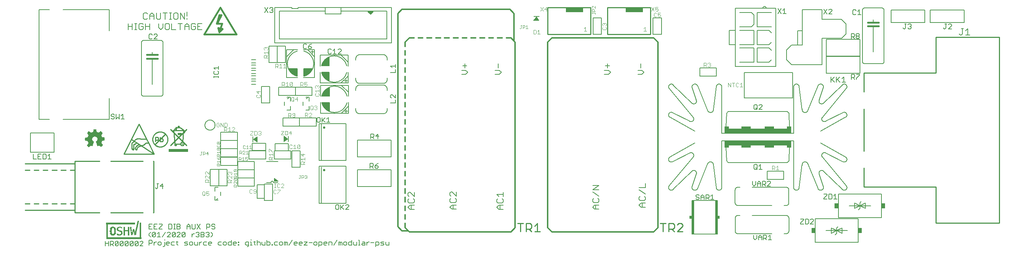
<source format=gto>
G75*
%MOIN*%
%OFA0B0*%
%FSLAX25Y25*%
%IPPOS*%
%LPD*%
%AMOC8*
5,1,8,0,0,1.08239X$1,22.5*
%
%ADD10R,0.01485X0.00015*%
%ADD11R,0.00045X0.00015*%
%ADD12R,0.00105X0.00015*%
%ADD13R,0.00165X0.00015*%
%ADD14R,0.00225X0.00015*%
%ADD15R,0.00285X0.00015*%
%ADD16R,0.00345X0.00015*%
%ADD17R,0.00405X0.00015*%
%ADD18R,0.00435X0.00015*%
%ADD19R,0.00465X0.00015*%
%ADD20R,0.00495X0.00015*%
%ADD21R,0.00540X0.00015*%
%ADD22R,0.00585X0.00015*%
%ADD23R,0.00645X0.00015*%
%ADD24R,0.00150X0.00015*%
%ADD25R,0.00675X0.00015*%
%ADD26R,0.00195X0.00015*%
%ADD27R,0.00705X0.00015*%
%ADD28R,0.00240X0.00015*%
%ADD29R,0.00735X0.00015*%
%ADD30R,0.00270X0.00015*%
%ADD31R,0.00765X0.00015*%
%ADD32R,0.00300X0.00015*%
%ADD33R,0.00810X0.00015*%
%ADD34R,0.00360X0.00015*%
%ADD35R,0.00855X0.00015*%
%ADD36R,0.00435X0.00015*%
%ADD37R,0.00915X0.00015*%
%ADD38R,0.00465X0.00015*%
%ADD39R,0.00945X0.00015*%
%ADD40R,0.00960X0.00015*%
%ADD41R,0.00525X0.00015*%
%ADD42R,0.00990X0.00015*%
%ADD43R,0.00555X0.00015*%
%ADD44R,0.01035X0.00015*%
%ADD45R,0.00600X0.00015*%
%ADD46R,0.01080X0.00015*%
%ADD47R,0.01125X0.00015*%
%ADD48R,0.01170X0.00015*%
%ADD49R,0.00720X0.00015*%
%ADD50R,0.01200X0.00015*%
%ADD51R,0.00750X0.00015*%
%ADD52R,0.01230X0.00015*%
%ADD53R,0.00780X0.00015*%
%ADD54R,0.01260X0.00015*%
%ADD55R,0.00810X0.00015*%
%ADD56R,0.01305X0.00015*%
%ADD57R,0.01365X0.00015*%
%ADD58R,0.00900X0.00015*%
%ADD59R,0.01395X0.00015*%
%ADD60R,0.01440X0.00015*%
%ADD61R,0.01470X0.00015*%
%ADD62R,0.01005X0.00015*%
%ADD63R,0.01500X0.00015*%
%ADD64R,0.01020X0.00015*%
%ADD65R,0.01530X0.00015*%
%ADD66R,0.01065X0.00015*%
%ADD67R,0.01575X0.00015*%
%ADD68R,0.01095X0.00015*%
%ADD69R,0.01635X0.00015*%
%ADD70R,0.01155X0.00015*%
%ADD71R,0.01680X0.00015*%
%ADD72R,0.01200X0.00015*%
%ADD73R,0.01710X0.00015*%
%ADD74R,0.01230X0.00015*%
%ADD75R,0.01725X0.00015*%
%ADD76R,0.01245X0.00015*%
%ADD77R,0.01755X0.00015*%
%ADD78R,0.01275X0.00015*%
%ADD79R,0.01800X0.00015*%
%ADD80R,0.01320X0.00015*%
%ADD81R,0.01860X0.00015*%
%ADD82R,0.01905X0.00015*%
%ADD83R,0.01410X0.00015*%
%ADD84R,0.01935X0.00015*%
%ADD85R,0.01455X0.00015*%
%ADD86R,0.01965X0.00015*%
%ADD87R,0.01485X0.00015*%
%ADD88R,0.01995X0.00015*%
%ADD89R,0.01515X0.00015*%
%ADD90R,0.02040X0.00015*%
%ADD91R,0.01530X0.00015*%
%ADD92R,0.02070X0.00015*%
%ADD93R,0.01575X0.00015*%
%ADD94R,0.02115X0.00015*%
%ADD95R,0.01620X0.00015*%
%ADD96R,0.02160X0.00015*%
%ADD97R,0.01665X0.00015*%
%ADD98R,0.02190X0.00015*%
%ADD99R,0.00075X0.00015*%
%ADD100R,0.01695X0.00015*%
%ADD101R,0.02220X0.00015*%
%ADD102R,0.00105X0.00015*%
%ADD103R,0.02235X0.00015*%
%ADD104R,0.00135X0.00015*%
%ADD105R,0.01755X0.00015*%
%ADD106R,0.02280X0.00015*%
%ADD107R,0.00180X0.00015*%
%ADD108R,0.01785X0.00015*%
%ADD109R,0.02340X0.00015*%
%ADD110R,0.00240X0.00015*%
%ADD111R,0.01830X0.00015*%
%ADD112R,0.02385X0.00015*%
%ADD113R,0.01890X0.00015*%
%ADD114R,0.02415X0.00015*%
%ADD115R,0.00330X0.00015*%
%ADD116R,0.00120X0.00015*%
%ADD117R,0.01920X0.00015*%
%ADD118R,0.02430X0.00015*%
%ADD119R,0.00375X0.00015*%
%ADD120R,0.02460X0.00015*%
%ADD121R,0.00405X0.00015*%
%ADD122R,0.00195X0.00015*%
%ADD123R,0.01965X0.00015*%
%ADD124R,0.02505X0.00015*%
%ADD125R,0.00210X0.00015*%
%ADD126R,0.02010X0.00015*%
%ADD127R,0.02535X0.00015*%
%ADD128R,0.00480X0.00015*%
%ADD129R,0.02580X0.00015*%
%ADD130R,0.00540X0.00015*%
%ADD131R,0.02085X0.00015*%
%ADD132R,0.02625X0.00015*%
%ADD133R,0.02130X0.00015*%
%ADD134R,0.02670X0.00015*%
%ADD135R,0.00630X0.00015*%
%ADD136R,0.02700X0.00015*%
%ADD137R,0.00660X0.00015*%
%ADD138R,0.00450X0.00015*%
%ADD139R,0.02190X0.00015*%
%ADD140R,0.02715X0.00015*%
%ADD141R,0.02205X0.00015*%
%ADD142R,0.02745X0.00015*%
%ADD143R,0.00510X0.00015*%
%ADD144R,0.02235X0.00015*%
%ADD145R,0.02775X0.00015*%
%ADD146R,0.02820X0.00015*%
%ADD147R,0.02310X0.00015*%
%ADD148R,0.02880X0.00015*%
%ADD149R,0.00855X0.00015*%
%ADD150R,0.02355X0.00015*%
%ADD151R,0.02895X0.00015*%
%ADD152R,0.00870X0.00015*%
%ADD153R,0.00660X0.00015*%
%ADD154R,0.02925X0.00015*%
%ADD155R,0.00690X0.00015*%
%ADD156R,0.02970X0.00015*%
%ADD157R,0.03000X0.00015*%
%ADD158R,0.00750X0.00015*%
%ADD159R,0.03045X0.00015*%
%ADD160R,0.01005X0.00015*%
%ADD161R,0.00780X0.00015*%
%ADD162R,0.02505X0.00015*%
%ADD163R,0.03090X0.00015*%
%ADD164R,0.01050X0.00015*%
%ADD165R,0.00825X0.00015*%
%ADD166R,0.02550X0.00015*%
%ADD167R,0.03135X0.00015*%
%ADD168R,0.01095X0.00015*%
%ADD169R,0.00870X0.00015*%
%ADD170R,0.03165X0.00015*%
%ADD171R,0.01125X0.00015*%
%ADD172R,0.02625X0.00015*%
%ADD173R,0.03195X0.00015*%
%ADD174R,0.01140X0.00015*%
%ADD175R,0.00930X0.00015*%
%ADD176R,0.02655X0.00015*%
%ADD177R,0.03210X0.00015*%
%ADD178R,0.00960X0.00015*%
%ADD179R,0.03240X0.00015*%
%ADD180R,0.02700X0.00015*%
%ADD181R,0.03285X0.00015*%
%ADD182R,0.01245X0.00015*%
%ADD183R,0.02745X0.00015*%
%ADD184R,0.03330X0.00015*%
%ADD185R,0.02790X0.00015*%
%ADD186R,0.03360X0.00015*%
%ADD187R,0.01110X0.00015*%
%ADD188R,0.02835X0.00015*%
%ADD189R,0.03390X0.00015*%
%ADD190R,0.01335X0.00015*%
%ADD191R,0.01140X0.00015*%
%ADD192R,0.02865X0.00015*%
%ADD193R,0.03420X0.00015*%
%ADD194R,0.01155X0.00015*%
%ADD195R,0.04905X0.00015*%
%ADD196R,0.04920X0.00015*%
%ADD197R,0.02940X0.00015*%
%ADD198R,0.04950X0.00015*%
%ADD199R,0.02985X0.00015*%
%ADD200R,0.04965X0.00015*%
%ADD201R,0.01275X0.00015*%
%ADD202R,0.03015X0.00015*%
%ADD203R,0.04980X0.00015*%
%ADD204R,0.03045X0.00015*%
%ADD205R,0.05010X0.00015*%
%ADD206R,0.01335X0.00015*%
%ADD207R,0.03075X0.00015*%
%ADD208R,0.01350X0.00015*%
%ADD209R,0.03105X0.00015*%
%ADD210R,0.05040X0.00015*%
%ADD211R,0.01380X0.00015*%
%ADD212R,0.05040X0.00015*%
%ADD213R,0.01410X0.00015*%
%ADD214R,0.03180X0.00015*%
%ADD215R,0.05070X0.00015*%
%ADD216R,0.03225X0.00015*%
%ADD217R,0.03255X0.00015*%
%ADD218R,0.05085X0.00015*%
%ADD219R,0.01515X0.00015*%
%ADD220R,0.03300X0.00015*%
%ADD221R,0.05100X0.00015*%
%ADD222R,0.04935X0.00015*%
%ADD223R,0.05115X0.00015*%
%ADD224R,0.04995X0.00015*%
%ADD225R,0.05130X0.00015*%
%ADD226R,0.05010X0.00015*%
%ADD227R,0.05130X0.00015*%
%ADD228R,0.05010X0.00015*%
%ADD229R,0.05025X0.00015*%
%ADD230R,0.05040X0.00015*%
%ADD231R,0.05055X0.00015*%
%ADD232R,0.05130X0.00015*%
%ADD233R,0.05085X0.00015*%
%ADD234R,0.05115X0.00015*%
%ADD235R,0.05145X0.00015*%
%ADD236R,0.05160X0.00015*%
%ADD237R,0.05130X0.00015*%
%ADD238R,0.05190X0.00015*%
%ADD239R,0.05190X0.00015*%
%ADD240R,0.05205X0.00015*%
%ADD241R,0.05220X0.00015*%
%ADD242R,0.05070X0.00015*%
%ADD243R,0.05085X0.00015*%
%ADD244R,0.05205X0.00015*%
%ADD245R,0.05220X0.00015*%
%ADD246R,0.05055X0.00015*%
%ADD247R,0.05025X0.00015*%
%ADD248R,0.05205X0.00015*%
%ADD249R,0.05025X0.00015*%
%ADD250R,0.05190X0.00015*%
%ADD251R,0.05190X0.00015*%
%ADD252R,0.04995X0.00015*%
%ADD253R,0.05175X0.00015*%
%ADD254R,0.04950X0.00015*%
%ADD255R,0.05145X0.00015*%
%ADD256R,0.05145X0.00015*%
%ADD257R,0.04920X0.00015*%
%ADD258R,0.04905X0.00015*%
%ADD259R,0.04905X0.00015*%
%ADD260R,0.05115X0.00015*%
%ADD261R,0.04890X0.00015*%
%ADD262R,0.04890X0.00015*%
%ADD263R,0.04875X0.00015*%
%ADD264R,0.04845X0.00015*%
%ADD265R,0.04830X0.00015*%
%ADD266R,0.04830X0.00015*%
%ADD267R,0.05070X0.00015*%
%ADD268R,0.04830X0.00015*%
%ADD269R,0.04815X0.00015*%
%ADD270R,0.04800X0.00015*%
%ADD271R,0.04800X0.00015*%
%ADD272R,0.05010X0.00015*%
%ADD273R,0.04785X0.00015*%
%ADD274R,0.04770X0.00015*%
%ADD275R,0.04770X0.00015*%
%ADD276R,0.04755X0.00015*%
%ADD277R,0.04740X0.00015*%
%ADD278R,0.04725X0.00015*%
%ADD279R,0.04725X0.00015*%
%ADD280R,0.04980X0.00015*%
%ADD281R,0.04710X0.00015*%
%ADD282R,0.04725X0.00015*%
%ADD283R,0.04710X0.00015*%
%ADD284R,0.04695X0.00015*%
%ADD285R,0.04680X0.00015*%
%ADD286R,0.04695X0.00015*%
%ADD287R,0.04680X0.00015*%
%ADD288R,0.04905X0.00015*%
%ADD289R,0.04665X0.00015*%
%ADD290R,0.04650X0.00015*%
%ADD291R,0.04635X0.00015*%
%ADD292R,0.04620X0.00015*%
%ADD293R,0.04620X0.00015*%
%ADD294R,0.04890X0.00015*%
%ADD295R,0.04605X0.00015*%
%ADD296R,0.04605X0.00015*%
%ADD297R,0.04590X0.00015*%
%ADD298R,0.04845X0.00015*%
%ADD299R,0.04575X0.00015*%
%ADD300R,0.04590X0.00015*%
%ADD301R,0.04575X0.00015*%
%ADD302R,0.04845X0.00015*%
%ADD303R,0.04560X0.00015*%
%ADD304R,0.04545X0.00015*%
%ADD305R,0.04530X0.00015*%
%ADD306R,0.04515X0.00015*%
%ADD307R,0.04530X0.00015*%
%ADD308R,0.04500X0.00015*%
%ADD309R,0.04515X0.00015*%
%ADD310R,0.04785X0.00015*%
%ADD311R,0.04485X0.00015*%
%ADD312R,0.04755X0.00015*%
%ADD313R,0.04470X0.00015*%
%ADD314R,0.04740X0.00015*%
%ADD315R,0.04485X0.00015*%
%ADD316R,0.04755X0.00015*%
%ADD317R,0.04545X0.00015*%
%ADD318R,0.04695X0.00015*%
%ADD319R,0.04680X0.00015*%
%ADD320R,0.04665X0.00015*%
%ADD321R,0.04725X0.00015*%
%ADD322R,0.04680X0.00015*%
%ADD323R,0.04860X0.00015*%
%ADD324R,0.04740X0.00015*%
%ADD325R,0.04875X0.00015*%
%ADD326R,0.04965X0.00015*%
%ADD327R,0.04860X0.00015*%
%ADD328R,0.04995X0.00015*%
%ADD329R,0.04875X0.00015*%
%ADD330R,0.04980X0.00015*%
%ADD331R,0.05235X0.00015*%
%ADD332R,0.05235X0.00015*%
%ADD333R,0.05250X0.00015*%
%ADD334R,0.05280X0.00015*%
%ADD335R,0.05295X0.00015*%
%ADD336R,0.05325X0.00015*%
%ADD337R,0.05340X0.00015*%
%ADD338R,0.05235X0.00015*%
%ADD339R,0.05355X0.00015*%
%ADD340R,0.05370X0.00015*%
%ADD341R,0.05265X0.00015*%
%ADD342R,0.05370X0.00015*%
%ADD343R,0.05280X0.00015*%
%ADD344R,0.05385X0.00015*%
%ADD345R,0.05295X0.00015*%
%ADD346R,0.05400X0.00015*%
%ADD347R,0.05415X0.00015*%
%ADD348R,0.05310X0.00015*%
%ADD349R,0.05430X0.00015*%
%ADD350R,0.05445X0.00015*%
%ADD351R,0.05460X0.00015*%
%ADD352R,0.05355X0.00015*%
%ADD353R,0.05475X0.00015*%
%ADD354R,0.05505X0.00015*%
%ADD355R,0.05520X0.00015*%
%ADD356R,0.05535X0.00015*%
%ADD357R,0.05550X0.00015*%
%ADD358R,0.05550X0.00015*%
%ADD359R,0.05475X0.00015*%
%ADD360R,0.05490X0.00015*%
%ADD361R,0.05475X0.00015*%
%ADD362R,0.05385X0.00015*%
%ADD363R,0.05370X0.00015*%
%ADD364R,0.05325X0.00015*%
%ADD365R,0.05310X0.00015*%
%ADD366R,0.05265X0.00015*%
%ADD367R,0.05175X0.00015*%
%ADD368R,0.04980X0.00015*%
%ADD369R,0.04965X0.00015*%
%ADD370R,0.04860X0.00015*%
%ADD371R,0.04845X0.00015*%
%ADD372R,0.04815X0.00015*%
%ADD373R,0.04770X0.00015*%
%ADD374R,0.05295X0.00015*%
%ADD375R,0.04635X0.00015*%
%ADD376R,0.05610X0.00015*%
%ADD377R,0.05700X0.00015*%
%ADD378R,0.05760X0.00015*%
%ADD379R,0.05805X0.00015*%
%ADD380R,0.05850X0.00015*%
%ADD381R,0.05895X0.00015*%
%ADD382R,0.06000X0.00015*%
%ADD383R,0.06135X0.00015*%
%ADD384R,0.06225X0.00015*%
%ADD385R,0.06300X0.00015*%
%ADD386R,0.06330X0.00015*%
%ADD387R,0.06375X0.00015*%
%ADD388R,0.06450X0.00015*%
%ADD389R,0.06570X0.00015*%
%ADD390R,0.05565X0.00015*%
%ADD391R,0.06690X0.00015*%
%ADD392R,0.06735X0.00015*%
%ADD393R,0.05790X0.00015*%
%ADD394R,0.06765X0.00015*%
%ADD395R,0.05850X0.00015*%
%ADD396R,0.06780X0.00015*%
%ADD397R,0.05895X0.00015*%
%ADD398R,0.06795X0.00015*%
%ADD399R,0.05955X0.00015*%
%ADD400R,0.06810X0.00015*%
%ADD401R,0.06060X0.00015*%
%ADD402R,0.06195X0.00015*%
%ADD403R,0.06825X0.00015*%
%ADD404R,0.06330X0.00015*%
%ADD405R,0.06840X0.00015*%
%ADD406R,0.06390X0.00015*%
%ADD407R,0.06495X0.00015*%
%ADD408R,0.06840X0.00015*%
%ADD409R,0.06555X0.00015*%
%ADD410R,0.06825X0.00015*%
%ADD411R,0.06645X0.00015*%
%ADD412R,0.06825X0.00015*%
%ADD413R,0.06705X0.00015*%
%ADD414R,0.06705X0.00015*%
%ADD415R,0.06810X0.00015*%
%ADD416R,0.06720X0.00015*%
%ADD417R,0.06795X0.00015*%
%ADD418R,0.06750X0.00015*%
%ADD419R,0.06765X0.00015*%
%ADD420R,0.06795X0.00015*%
%ADD421R,0.06780X0.00015*%
%ADD422R,0.06780X0.00015*%
%ADD423R,0.06750X0.00015*%
%ADD424R,0.06720X0.00015*%
%ADD425R,0.06720X0.00015*%
%ADD426R,0.06705X0.00015*%
%ADD427R,0.06705X0.00015*%
%ADD428R,0.06690X0.00015*%
%ADD429R,0.06675X0.00015*%
%ADD430R,0.06690X0.00015*%
%ADD431R,0.06675X0.00015*%
%ADD432R,0.06675X0.00015*%
%ADD433R,0.06660X0.00015*%
%ADD434R,0.06675X0.00015*%
%ADD435R,0.06660X0.00015*%
%ADD436R,0.06660X0.00015*%
%ADD437R,0.06645X0.00015*%
%ADD438R,0.06630X0.00015*%
%ADD439R,0.06660X0.00015*%
%ADD440R,0.06630X0.00015*%
%ADD441R,0.06645X0.00015*%
%ADD442R,0.06735X0.00015*%
%ADD443R,0.06765X0.00015*%
%ADD444R,0.06780X0.00015*%
%ADD445R,0.06825X0.00015*%
%ADD446R,0.06855X0.00015*%
%ADD447R,0.06855X0.00015*%
%ADD448R,0.06870X0.00015*%
%ADD449R,0.06885X0.00015*%
%ADD450R,0.06525X0.00015*%
%ADD451R,0.06405X0.00015*%
%ADD452R,0.06255X0.00015*%
%ADD453R,0.06165X0.00015*%
%ADD454R,0.06870X0.00015*%
%ADD455R,0.06120X0.00015*%
%ADD456R,0.06885X0.00015*%
%ADD457R,0.06060X0.00015*%
%ADD458R,0.06015X0.00015*%
%ADD459R,0.05910X0.00015*%
%ADD460R,0.05670X0.00015*%
%ADD461R,0.05595X0.00015*%
%ADD462R,0.06585X0.00015*%
%ADD463R,0.05160X0.00015*%
%ADD464R,0.06390X0.00015*%
%ADD465R,0.05025X0.00015*%
%ADD466R,0.06330X0.00015*%
%ADD467R,0.06075X0.00015*%
%ADD468R,0.05820X0.00015*%
%ADD469R,0.05775X0.00015*%
%ADD470R,0.05685X0.00015*%
%ADD471R,0.05460X0.00015*%
%ADD472R,0.04860X0.00015*%
%ADD473R,0.04935X0.00015*%
%ADD474R,0.05160X0.00015*%
%ADD475R,0.05325X0.00015*%
%ADD476R,0.05340X0.00015*%
%ADD477R,0.05355X0.00015*%
%ADD478R,0.05430X0.00015*%
%ADD479R,0.05535X0.00015*%
%ADD480R,0.05595X0.00015*%
%ADD481R,0.05640X0.00015*%
%ADD482R,0.05640X0.00015*%
%ADD483R,0.05670X0.00015*%
%ADD484R,0.05685X0.00015*%
%ADD485R,0.05700X0.00015*%
%ADD486R,0.05715X0.00015*%
%ADD487R,0.05715X0.00015*%
%ADD488R,0.05730X0.00015*%
%ADD489R,0.05745X0.00015*%
%ADD490R,0.05760X0.00015*%
%ADD491R,0.06000X0.00015*%
%ADD492R,0.06105X0.00015*%
%ADD493R,0.06180X0.00015*%
%ADD494R,0.06210X0.00015*%
%ADD495R,0.12690X0.00015*%
%ADD496R,0.12675X0.00015*%
%ADD497R,0.12660X0.00015*%
%ADD498R,0.12660X0.00015*%
%ADD499R,0.12645X0.00015*%
%ADD500R,0.12615X0.00015*%
%ADD501R,0.12600X0.00015*%
%ADD502R,0.12585X0.00015*%
%ADD503R,0.12555X0.00015*%
%ADD504R,0.12540X0.00015*%
%ADD505R,0.12525X0.00015*%
%ADD506R,0.12510X0.00015*%
%ADD507R,0.12510X0.00015*%
%ADD508R,0.12480X0.00015*%
%ADD509R,0.12450X0.00015*%
%ADD510R,0.12435X0.00015*%
%ADD511R,0.12420X0.00015*%
%ADD512R,0.12390X0.00015*%
%ADD513R,0.12375X0.00015*%
%ADD514R,0.12360X0.00015*%
%ADD515R,0.12330X0.00015*%
%ADD516R,0.12300X0.00015*%
%ADD517R,0.12285X0.00015*%
%ADD518R,0.12270X0.00015*%
%ADD519R,0.12255X0.00015*%
%ADD520R,0.12240X0.00015*%
%ADD521R,0.12225X0.00015*%
%ADD522R,0.12195X0.00015*%
%ADD523R,0.12165X0.00015*%
%ADD524R,0.12150X0.00015*%
%ADD525R,0.12135X0.00015*%
%ADD526R,0.12120X0.00015*%
%ADD527R,0.12090X0.00015*%
%ADD528R,0.12075X0.00015*%
%ADD529R,0.12060X0.00015*%
%ADD530R,0.12045X0.00015*%
%ADD531R,0.12015X0.00015*%
%ADD532R,0.12000X0.00015*%
%ADD533R,0.11985X0.00015*%
%ADD534R,0.11955X0.00015*%
%ADD535R,0.11940X0.00015*%
%ADD536R,0.11925X0.00015*%
%ADD537R,0.11910X0.00015*%
%ADD538R,0.11910X0.00015*%
%ADD539R,0.11880X0.00015*%
%ADD540R,0.11850X0.00015*%
%ADD541R,0.11835X0.00015*%
%ADD542R,0.11805X0.00015*%
%ADD543R,0.11775X0.00015*%
%ADD544R,0.11760X0.00015*%
%ADD545R,0.11745X0.00015*%
%ADD546R,0.11730X0.00015*%
%ADD547R,0.11700X0.00015*%
%ADD548R,0.11700X0.00015*%
%ADD549R,0.11685X0.00015*%
%ADD550R,0.11655X0.00015*%
%ADD551R,0.11640X0.00015*%
%ADD552R,0.11625X0.00015*%
%ADD553R,0.11625X0.00015*%
%ADD554R,0.11670X0.00015*%
%ADD555R,0.11715X0.00015*%
%ADD556R,0.11790X0.00015*%
%ADD557R,0.11820X0.00015*%
%ADD558R,0.11820X0.00015*%
%ADD559R,0.11880X0.00015*%
%ADD560R,0.11895X0.00015*%
%ADD561R,0.11970X0.00015*%
%ADD562R,0.12045X0.00015*%
%ADD563R,0.12075X0.00015*%
%ADD564R,0.12105X0.00015*%
%ADD565R,0.12135X0.00015*%
%ADD566R,0.12165X0.00015*%
%ADD567R,0.12180X0.00015*%
%ADD568R,0.12195X0.00015*%
%ADD569R,0.12210X0.00015*%
%ADD570R,0.12225X0.00015*%
%ADD571R,0.12255X0.00015*%
%ADD572R,0.12360X0.00015*%
%ADD573R,0.12390X0.00015*%
%ADD574R,0.12405X0.00015*%
%ADD575R,0.12435X0.00015*%
%ADD576R,0.12480X0.00015*%
%ADD577R,0.12480X0.00015*%
%ADD578R,0.12510X0.00015*%
%ADD579R,0.12570X0.00015*%
%ADD580R,0.12630X0.00015*%
%ADD581R,0.12675X0.00015*%
%ADD582R,0.12705X0.00015*%
%ADD583R,0.12735X0.00015*%
%ADD584R,0.12750X0.00015*%
%ADD585R,0.12780X0.00015*%
%ADD586R,0.12795X0.00015*%
%ADD587R,0.12810X0.00015*%
%ADD588R,0.12840X0.00015*%
%ADD589R,0.12855X0.00015*%
%ADD590R,0.12885X0.00015*%
%ADD591R,0.12900X0.00015*%
%ADD592R,0.12915X0.00015*%
%ADD593R,0.12945X0.00015*%
%ADD594R,0.12960X0.00015*%
%ADD595R,0.12990X0.00015*%
%ADD596R,0.13005X0.00015*%
%ADD597R,0.13020X0.00015*%
%ADD598R,0.13035X0.00015*%
%ADD599R,0.13065X0.00015*%
%ADD600R,0.13080X0.00015*%
%ADD601R,0.13110X0.00015*%
%ADD602R,0.13125X0.00015*%
%ADD603R,0.13155X0.00015*%
%ADD604R,0.13170X0.00015*%
%ADD605R,0.13200X0.00015*%
%ADD606R,0.13230X0.00015*%
%ADD607R,0.13260X0.00015*%
%ADD608R,0.13290X0.00015*%
%ADD609R,0.13320X0.00015*%
%ADD610R,0.13350X0.00015*%
%ADD611R,0.13365X0.00015*%
%ADD612R,0.13395X0.00015*%
%ADD613R,0.13425X0.00015*%
%ADD614R,0.13455X0.00015*%
%ADD615R,0.13470X0.00015*%
%ADD616R,0.13500X0.00015*%
%ADD617R,0.13530X0.00015*%
%ADD618R,0.13560X0.00015*%
%ADD619R,0.13575X0.00015*%
%ADD620R,0.13605X0.00015*%
%ADD621R,0.13635X0.00015*%
%ADD622R,0.13650X0.00015*%
%ADD623R,0.13680X0.00015*%
%ADD624R,0.13695X0.00015*%
%ADD625R,0.13725X0.00015*%
%ADD626R,0.13740X0.00015*%
%ADD627R,0.13770X0.00015*%
%ADD628R,0.13785X0.00015*%
%ADD629R,0.13800X0.00015*%
%ADD630R,0.13830X0.00015*%
%ADD631R,0.13860X0.00015*%
%ADD632R,0.13875X0.00015*%
%ADD633R,0.13905X0.00015*%
%ADD634R,0.13935X0.00015*%
%ADD635R,0.13950X0.00015*%
%ADD636R,0.13980X0.00015*%
%ADD637R,0.14010X0.00015*%
%ADD638R,0.14025X0.00015*%
%ADD639R,0.14055X0.00015*%
%ADD640R,0.14070X0.00015*%
%ADD641R,0.14085X0.00015*%
%ADD642R,0.14115X0.00015*%
%ADD643R,0.14145X0.00015*%
%ADD644R,0.14160X0.00015*%
%ADD645R,0.14190X0.00015*%
%ADD646R,0.14205X0.00015*%
%ADD647R,0.14220X0.00015*%
%ADD648R,0.14235X0.00015*%
%ADD649R,0.14265X0.00015*%
%ADD650R,0.14280X0.00015*%
%ADD651R,0.14295X0.00015*%
%ADD652R,0.14295X0.00015*%
%ADD653R,0.14250X0.00015*%
%ADD654R,0.14205X0.00015*%
%ADD655R,0.14175X0.00015*%
%ADD656R,0.14160X0.00015*%
%ADD657R,0.14130X0.00015*%
%ADD658R,0.14100X0.00015*%
%ADD659R,0.14040X0.00015*%
%ADD660R,0.14010X0.00015*%
%ADD661R,0.03465X0.00015*%
%ADD662R,0.10440X0.00015*%
%ADD663R,0.03420X0.00015*%
%ADD664R,0.10395X0.00015*%
%ADD665R,0.03375X0.00015*%
%ADD666R,0.10335X0.00015*%
%ADD667R,0.03570X0.00015*%
%ADD668R,0.06600X0.00015*%
%ADD669R,0.03525X0.00015*%
%ADD670R,0.03270X0.00015*%
%ADD671R,0.03495X0.00015*%
%ADD672R,0.03210X0.00015*%
%ADD673R,0.06480X0.00015*%
%ADD674R,0.03435X0.00015*%
%ADD675R,0.03165X0.00015*%
%ADD676R,0.03390X0.00015*%
%ADD677R,0.03120X0.00015*%
%ADD678R,0.06315X0.00015*%
%ADD679R,0.03345X0.00015*%
%ADD680R,0.03090X0.00015*%
%ADD681R,0.03075X0.00015*%
%ADD682R,0.06225X0.00015*%
%ADD683R,0.03270X0.00015*%
%ADD684R,0.06180X0.00015*%
%ADD685R,0.02970X0.00015*%
%ADD686R,0.06075X0.00015*%
%ADD687R,0.03195X0.00015*%
%ADD688R,0.02925X0.00015*%
%ADD689R,0.05985X0.00015*%
%ADD690R,0.03135X0.00015*%
%ADD691R,0.02850X0.00015*%
%ADD692R,0.05835X0.00015*%
%ADD693R,0.03030X0.00015*%
%ADD694R,0.02805X0.00015*%
%ADD695R,0.02730X0.00015*%
%ADD696R,0.05625X0.00015*%
%ADD697R,0.02925X0.00015*%
%ADD698R,0.02640X0.00015*%
%ADD699R,0.02595X0.00015*%
%ADD700R,0.02565X0.00015*%
%ADD701R,0.02760X0.00015*%
%ADD702R,0.02520X0.00015*%
%ADD703R,0.02730X0.00015*%
%ADD704R,0.02475X0.00015*%
%ADD705R,0.02685X0.00015*%
%ADD706R,0.02445X0.00015*%
%ADD707R,0.02400X0.00015*%
%ADD708R,0.02370X0.00015*%
%ADD709R,0.02565X0.00015*%
%ADD710R,0.02340X0.00015*%
%ADD711R,0.02325X0.00015*%
%ADD712R,0.02505X0.00015*%
%ADD713R,0.02280X0.00015*%
%ADD714R,0.02460X0.00015*%
%ADD715R,0.04560X0.00015*%
%ADD716R,0.02190X0.00015*%
%ADD717R,0.04440X0.00015*%
%ADD718R,0.02370X0.00015*%
%ADD719R,0.02145X0.00015*%
%ADD720R,0.04365X0.00015*%
%ADD721R,0.04320X0.00015*%
%ADD722R,0.02310X0.00015*%
%ADD723R,0.02100X0.00015*%
%ADD724R,0.04260X0.00015*%
%ADD725R,0.04200X0.00015*%
%ADD726R,0.02265X0.00015*%
%ADD727R,0.02040X0.00015*%
%ADD728R,0.04095X0.00015*%
%ADD729R,0.02220X0.00015*%
%ADD730R,0.03915X0.00015*%
%ADD731R,0.02175X0.00015*%
%ADD732R,0.03765X0.00015*%
%ADD733R,0.03675X0.00015*%
%ADD734R,0.01890X0.00015*%
%ADD735R,0.03615X0.00015*%
%ADD736R,0.02055X0.00015*%
%ADD737R,0.01860X0.00015*%
%ADD738R,0.03555X0.00015*%
%ADD739R,0.01815X0.00015*%
%ADD740R,0.03450X0.00015*%
%ADD741R,0.01725X0.00015*%
%ADD742R,0.03315X0.00015*%
%ADD743R,0.01905X0.00015*%
%ADD744R,0.01680X0.00015*%
%ADD745R,0.01650X0.00015*%
%ADD746R,0.01620X0.00015*%
%ADD747R,0.01590X0.00015*%
%ADD748R,0.01770X0.00015*%
%ADD749R,0.01560X0.00015*%
%ADD750R,0.03240X0.00015*%
%ADD751R,0.01740X0.00015*%
%ADD752R,0.01665X0.00015*%
%ADD753R,0.01455X0.00015*%
%ADD754R,0.01635X0.00015*%
%ADD755R,0.01410X0.00015*%
%ADD756R,0.01395X0.00015*%
%ADD757R,0.01365X0.00015*%
%ADD758R,0.01335X0.00015*%
%ADD759R,0.01290X0.00015*%
%ADD760R,0.03210X0.00015*%
%ADD761R,0.01455X0.00015*%
%ADD762R,0.01185X0.00015*%
%ADD763R,0.01290X0.00015*%
%ADD764R,0.01110X0.00015*%
%ADD765R,0.01260X0.00015*%
%ADD766R,0.03180X0.00015*%
%ADD767R,0.00975X0.00015*%
%ADD768R,0.03150X0.00015*%
%ADD769R,0.00885X0.00015*%
%ADD770R,0.03150X0.00015*%
%ADD771R,0.01050X0.00015*%
%ADD772R,0.00795X0.00015*%
%ADD773R,0.00885X0.00015*%
%ADD774R,0.00690X0.00015*%
%ADD775R,0.00840X0.00015*%
%ADD776R,0.00570X0.00015*%
%ADD777R,0.00525X0.00015*%
%ADD778R,0.03105X0.00015*%
%ADD779R,0.00660X0.00015*%
%ADD780R,0.00615X0.00015*%
%ADD781R,0.00420X0.00015*%
%ADD782R,0.00555X0.00015*%
%ADD783R,0.00390X0.00015*%
%ADD784R,0.00525X0.00015*%
%ADD785R,0.00360X0.00015*%
%ADD786R,0.00495X0.00015*%
%ADD787R,0.03075X0.00015*%
%ADD788R,0.00450X0.00015*%
%ADD789R,0.00225X0.00015*%
%ADD790R,0.00345X0.00015*%
%ADD791R,0.00255X0.00015*%
%ADD792R,0.03060X0.00015*%
%ADD793R,0.00180X0.00015*%
%ADD794R,0.00075X0.00015*%
%ADD795R,0.03000X0.00015*%
%ADD796R,0.02955X0.00015*%
%ADD797R,0.02940X0.00015*%
%ADD798R,0.02940X0.00015*%
%ADD799R,0.02910X0.00015*%
%ADD800R,0.02910X0.00015*%
%ADD801R,0.02865X0.00015*%
%ADD802R,0.02805X0.00015*%
%ADD803R,0.02775X0.00015*%
%ADD804R,0.02760X0.00015*%
%ADD805R,0.02655X0.00015*%
%ADD806R,0.02640X0.00015*%
%ADD807R,0.02610X0.00015*%
%ADD808R,0.02595X0.00015*%
%ADD809R,0.02535X0.00015*%
%ADD810R,0.02475X0.00015*%
%ADD811R,0.02175X0.00015*%
%ADD812R,0.01575X0.00015*%
%ADD813C,0.00500*%
%ADD814C,0.01600*%
%ADD815C,0.00700*%
%ADD816C,0.01000*%
%ADD817C,0.00600*%
%ADD818R,0.03500X0.05000*%
%ADD819R,0.01969X0.31496*%
%ADD820R,0.02250X0.03000*%
%ADD821C,0.00400*%
%ADD822C,0.02174*%
%ADD823R,0.62000X0.04000*%
%ADD824R,0.04000X0.02000*%
%ADD825R,0.08500X0.02000*%
%ADD826C,0.00300*%
%ADD827R,0.16000X0.04000*%
%ADD828C,0.00800*%
%ADD829R,0.18000X0.03000*%
%ADD830R,0.00787X0.05512*%
%ADD831C,0.01200*%
%ADD832C,0.00900*%
%ADD833R,0.05512X0.00787*%
%ADD834R,0.32700X0.00300*%
%ADD835R,0.01500X0.00300*%
%ADD836R,0.02700X0.00300*%
%ADD837R,0.03000X0.00300*%
%ADD838R,0.03600X0.00300*%
%ADD839R,0.04200X0.00300*%
%ADD840R,0.04800X0.00300*%
%ADD841R,0.04500X0.00300*%
%ADD842R,0.02100X0.00300*%
%ADD843R,0.01800X0.00300*%
%ADD844R,0.01200X0.00300*%
%ADD845R,0.00600X0.00300*%
%ADD846R,0.00900X0.00300*%
%ADD847R,0.02400X0.00300*%
%ADD848R,0.03300X0.00300*%
%ADD849R,0.05400X0.00300*%
%ADD850R,0.03900X0.00300*%
%ADD851R,0.27000X0.00300*%
D10*
X0161189Y0165965D03*
D11*
X0158299Y0160255D03*
X0166504Y0161125D03*
X0169684Y0160420D03*
D12*
X0158299Y0160270D03*
D13*
X0158299Y0160285D03*
D14*
X0158299Y0160300D03*
D15*
X0158299Y0160315D03*
X0158389Y0174700D03*
D16*
X0158299Y0160330D03*
X0166549Y0161215D03*
D17*
X0166564Y0161230D03*
X0158299Y0160345D03*
D18*
X0158299Y0160360D03*
D19*
X0158299Y0160375D03*
D20*
X0158299Y0160390D03*
X0169684Y0160555D03*
D21*
X0158307Y0160405D03*
D22*
X0158314Y0160420D03*
X0161329Y0161230D03*
X0166639Y0161320D03*
D23*
X0166654Y0161335D03*
X0169669Y0160615D03*
X0158314Y0160435D03*
D24*
X0166497Y0161155D03*
X0169691Y0160435D03*
D25*
X0169669Y0160630D03*
X0161299Y0161275D03*
X0158314Y0160450D03*
D26*
X0169684Y0160450D03*
D27*
X0166684Y0161380D03*
X0161284Y0161290D03*
X0158314Y0160465D03*
D28*
X0169692Y0160465D03*
D29*
X0158314Y0160480D03*
D30*
X0166527Y0161200D03*
X0169692Y0160480D03*
D31*
X0161269Y0161305D03*
X0158314Y0160495D03*
D32*
X0161427Y0161125D03*
X0169692Y0160495D03*
X0169316Y0174745D03*
D33*
X0158322Y0160510D03*
D34*
X0169692Y0160510D03*
D35*
X0169654Y0160705D03*
X0158329Y0160525D03*
D36*
X0161389Y0161185D03*
X0166579Y0161245D03*
X0169684Y0160525D03*
D37*
X0166744Y0161455D03*
X0161209Y0161380D03*
X0158329Y0160540D03*
X0158419Y0174445D03*
D38*
X0158404Y0174625D03*
X0169684Y0160540D03*
D39*
X0169654Y0160735D03*
X0161194Y0161395D03*
X0158329Y0160555D03*
X0169294Y0174505D03*
X0163714Y0176620D03*
D40*
X0158336Y0160570D03*
D41*
X0169684Y0160570D03*
D42*
X0169647Y0160750D03*
X0166767Y0161500D03*
X0158337Y0160585D03*
X0169287Y0174490D03*
D43*
X0169684Y0160585D03*
D44*
X0158344Y0160600D03*
D45*
X0169677Y0160600D03*
X0158412Y0174580D03*
D46*
X0169287Y0174445D03*
X0166797Y0161530D03*
X0158337Y0160615D03*
D47*
X0158344Y0160630D03*
D48*
X0158351Y0160645D03*
X0161127Y0161485D03*
X0166827Y0161590D03*
X0169272Y0174415D03*
D49*
X0169302Y0174595D03*
X0169661Y0160645D03*
D50*
X0158351Y0160660D03*
D51*
X0169661Y0160660D03*
D52*
X0158351Y0160675D03*
X0158442Y0174325D03*
X0169272Y0174400D03*
D53*
X0169302Y0174565D03*
X0169661Y0160675D03*
D54*
X0158352Y0160690D03*
D55*
X0161247Y0161320D03*
X0169661Y0160690D03*
X0169302Y0174550D03*
D56*
X0166879Y0161650D03*
X0158359Y0160705D03*
D57*
X0158359Y0160720D03*
X0161059Y0161575D03*
X0169624Y0160915D03*
D58*
X0169647Y0160720D03*
X0161216Y0161365D03*
D59*
X0158359Y0160735D03*
D60*
X0158367Y0160750D03*
D61*
X0158367Y0160765D03*
X0166917Y0161740D03*
D62*
X0169639Y0160765D03*
D63*
X0158366Y0160780D03*
X0158457Y0174220D03*
X0169257Y0174295D03*
D64*
X0169287Y0174475D03*
X0158426Y0174415D03*
X0169647Y0160780D03*
D65*
X0158367Y0160795D03*
D66*
X0169639Y0160795D03*
D67*
X0158374Y0160810D03*
D68*
X0169639Y0160810D03*
D69*
X0158374Y0160825D03*
D70*
X0169639Y0160825D03*
D71*
X0158382Y0160840D03*
D72*
X0161127Y0161500D03*
X0166842Y0161605D03*
X0169632Y0160840D03*
D73*
X0158382Y0160855D03*
D74*
X0169632Y0160855D03*
D75*
X0169594Y0161065D03*
X0158389Y0160870D03*
D76*
X0169624Y0160870D03*
D77*
X0158389Y0160885D03*
D78*
X0161089Y0161530D03*
X0169624Y0160885D03*
D79*
X0158382Y0160900D03*
X0169242Y0174175D03*
D80*
X0169272Y0174355D03*
X0169617Y0160900D03*
X0161082Y0161545D03*
D81*
X0158397Y0160915D03*
D82*
X0158404Y0160930D03*
X0158479Y0174055D03*
D83*
X0169617Y0160930D03*
D84*
X0169579Y0161155D03*
X0158404Y0160945D03*
X0158479Y0174040D03*
X0163894Y0176590D03*
D85*
X0166909Y0161725D03*
X0169609Y0160945D03*
D86*
X0158404Y0160960D03*
D87*
X0169609Y0160960D03*
D88*
X0158404Y0160975D03*
X0158479Y0174025D03*
D89*
X0169609Y0160975D03*
D90*
X0169572Y0161200D03*
X0158412Y0160990D03*
X0169227Y0174085D03*
D91*
X0169257Y0174280D03*
X0169601Y0160990D03*
D92*
X0158412Y0161005D03*
X0158486Y0173995D03*
D93*
X0169609Y0161005D03*
D94*
X0158419Y0161020D03*
D95*
X0169602Y0161020D03*
D96*
X0169557Y0161245D03*
X0158427Y0161035D03*
D97*
X0169594Y0161035D03*
D98*
X0158427Y0161050D03*
D99*
X0161479Y0161050D03*
D100*
X0169594Y0161050D03*
D101*
X0158426Y0161065D03*
D102*
X0161479Y0161065D03*
D103*
X0158434Y0161080D03*
X0158494Y0173920D03*
X0163909Y0176545D03*
D104*
X0161479Y0161080D03*
D105*
X0169594Y0161080D03*
D106*
X0169542Y0161305D03*
X0158442Y0161095D03*
D107*
X0161457Y0161095D03*
D108*
X0169594Y0161095D03*
X0158464Y0174115D03*
D109*
X0158442Y0161110D03*
D110*
X0161442Y0161110D03*
D111*
X0169586Y0161110D03*
X0169242Y0174160D03*
D112*
X0169534Y0161350D03*
X0158449Y0161125D03*
D113*
X0169587Y0161125D03*
D114*
X0169534Y0161365D03*
X0158449Y0161140D03*
X0169189Y0173920D03*
D115*
X0158397Y0174685D03*
X0161412Y0161140D03*
D116*
X0166497Y0161140D03*
X0158397Y0174730D03*
D117*
X0169587Y0161140D03*
D118*
X0169527Y0161380D03*
X0158457Y0161155D03*
X0163901Y0176470D03*
D119*
X0161404Y0161155D03*
D120*
X0158457Y0161170D03*
X0169527Y0161395D03*
D121*
X0161404Y0161170D03*
D122*
X0166504Y0161170D03*
D123*
X0169579Y0161170D03*
X0169234Y0174115D03*
D124*
X0158464Y0161185D03*
D125*
X0166511Y0161185D03*
D126*
X0169572Y0161185D03*
X0169227Y0174100D03*
D127*
X0169174Y0173875D03*
X0163894Y0176215D03*
X0163894Y0176230D03*
X0163894Y0176245D03*
X0163894Y0176275D03*
X0158464Y0161200D03*
D128*
X0161382Y0161200D03*
X0166587Y0161275D03*
X0169317Y0174685D03*
D129*
X0169167Y0173845D03*
X0163902Y0176140D03*
X0169511Y0161440D03*
X0158472Y0161215D03*
D130*
X0161352Y0161215D03*
X0166617Y0161305D03*
D131*
X0169564Y0161215D03*
X0169219Y0174055D03*
D132*
X0158479Y0161230D03*
D133*
X0169557Y0161230D03*
X0169212Y0174040D03*
X0158486Y0173965D03*
D134*
X0158547Y0173725D03*
X0163886Y0175930D03*
X0163886Y0175945D03*
X0169497Y0161485D03*
X0158486Y0161245D03*
D135*
X0161322Y0161245D03*
X0158412Y0174565D03*
D136*
X0163886Y0175810D03*
X0158486Y0161260D03*
D137*
X0161307Y0161260D03*
D138*
X0166587Y0161260D03*
D139*
X0169557Y0161260D03*
D140*
X0158494Y0161275D03*
X0163894Y0175705D03*
X0163894Y0175720D03*
X0163894Y0175735D03*
X0163894Y0175750D03*
X0163894Y0175765D03*
D141*
X0169549Y0161275D03*
D142*
X0158494Y0161290D03*
X0163894Y0175630D03*
D143*
X0166602Y0161290D03*
D144*
X0169549Y0161290D03*
D145*
X0158494Y0161305D03*
X0158554Y0173695D03*
X0169144Y0173770D03*
D146*
X0163887Y0175465D03*
X0163887Y0175480D03*
X0158561Y0173665D03*
X0158502Y0161320D03*
D147*
X0169542Y0161320D03*
D148*
X0169482Y0161575D03*
X0158502Y0161335D03*
X0158561Y0173635D03*
X0163887Y0175255D03*
X0163887Y0175270D03*
X0163887Y0175285D03*
X0163887Y0175300D03*
X0163887Y0175315D03*
X0163887Y0175330D03*
X0163887Y0175345D03*
X0169137Y0173725D03*
D149*
X0161224Y0161335D03*
D150*
X0169534Y0161335D03*
D151*
X0169474Y0161590D03*
X0158509Y0161350D03*
D152*
X0161217Y0161350D03*
D153*
X0166662Y0161350D03*
X0158412Y0174550D03*
D154*
X0158509Y0161365D03*
D155*
X0166677Y0161365D03*
D156*
X0158517Y0161380D03*
D157*
X0158516Y0161395D03*
X0163872Y0174895D03*
X0163872Y0174925D03*
X0163872Y0174940D03*
X0169122Y0173680D03*
D158*
X0169302Y0174580D03*
X0158411Y0174520D03*
X0166691Y0161395D03*
D159*
X0158524Y0161410D03*
D160*
X0161179Y0161410D03*
D161*
X0166707Y0161410D03*
D162*
X0169519Y0161410D03*
D163*
X0158532Y0161425D03*
X0163887Y0174655D03*
X0163887Y0174670D03*
X0163887Y0174685D03*
D164*
X0158426Y0174400D03*
X0161157Y0161425D03*
X0166782Y0161515D03*
D165*
X0166729Y0161425D03*
X0158419Y0174490D03*
D166*
X0163902Y0176200D03*
X0169511Y0161425D03*
D167*
X0169444Y0161695D03*
X0158539Y0161440D03*
X0163879Y0174490D03*
X0163879Y0174505D03*
X0163879Y0174520D03*
X0163879Y0174535D03*
X0163879Y0174550D03*
D168*
X0161149Y0161440D03*
D169*
X0166736Y0161440D03*
X0158412Y0174475D03*
D170*
X0163864Y0174430D03*
X0163864Y0174415D03*
X0158539Y0161455D03*
D171*
X0161149Y0161455D03*
X0158434Y0174370D03*
X0169279Y0174430D03*
D172*
X0169159Y0173830D03*
X0163894Y0176035D03*
X0163894Y0176050D03*
X0163894Y0176065D03*
X0158539Y0173755D03*
X0169504Y0161455D03*
D173*
X0158539Y0161470D03*
D174*
X0161142Y0161470D03*
D175*
X0166751Y0161470D03*
D176*
X0169504Y0161470D03*
X0163894Y0175975D03*
X0163894Y0175990D03*
X0163894Y0176005D03*
D177*
X0158547Y0161485D03*
D178*
X0166752Y0161485D03*
D179*
X0158547Y0161500D03*
D180*
X0169497Y0161500D03*
X0163886Y0175780D03*
X0163886Y0175795D03*
X0163886Y0175825D03*
X0163886Y0175840D03*
D181*
X0163879Y0174145D03*
X0158554Y0161515D03*
D182*
X0161104Y0161515D03*
X0166849Y0161620D03*
D183*
X0169489Y0161515D03*
D184*
X0158562Y0161530D03*
X0158607Y0173440D03*
D185*
X0163887Y0175525D03*
X0163887Y0175540D03*
X0169482Y0161530D03*
D186*
X0158562Y0161545D03*
X0163886Y0174115D03*
D187*
X0166811Y0161545D03*
D188*
X0169474Y0161545D03*
X0169144Y0173740D03*
X0163879Y0175435D03*
X0163879Y0175450D03*
D189*
X0158561Y0161560D03*
D190*
X0161074Y0161560D03*
D191*
X0166812Y0161560D03*
D192*
X0169474Y0161560D03*
X0163879Y0175360D03*
D193*
X0158561Y0161575D03*
D194*
X0166819Y0161575D03*
X0158434Y0174355D03*
D195*
X0159469Y0165985D03*
X0159709Y0165715D03*
X0159679Y0162640D03*
X0159289Y0161590D03*
X0168004Y0163330D03*
X0168019Y0163300D03*
X0168619Y0161770D03*
D196*
X0168102Y0163150D03*
X0168087Y0163180D03*
X0168087Y0163195D03*
X0168072Y0163225D03*
X0168026Y0165655D03*
X0168011Y0169420D03*
X0167997Y0169435D03*
X0167982Y0169450D03*
X0159461Y0169090D03*
X0159717Y0165700D03*
X0159732Y0165685D03*
X0159626Y0162565D03*
X0159611Y0162535D03*
X0159597Y0162505D03*
X0159282Y0161605D03*
D197*
X0169467Y0161605D03*
D198*
X0168626Y0161800D03*
X0168117Y0163120D03*
X0167591Y0164515D03*
X0160257Y0164350D03*
X0160257Y0164335D03*
X0159761Y0165640D03*
X0159747Y0165655D03*
X0159582Y0162475D03*
X0159282Y0161620D03*
X0159807Y0169465D03*
X0167967Y0169480D03*
D199*
X0163879Y0174955D03*
X0169459Y0161620D03*
D200*
X0168634Y0161815D03*
X0168139Y0163090D03*
X0168124Y0163105D03*
X0167584Y0164530D03*
X0159424Y0166000D03*
X0159814Y0169480D03*
X0159829Y0169495D03*
X0167944Y0169495D03*
X0159559Y0162445D03*
X0159559Y0162430D03*
X0159274Y0161635D03*
D201*
X0166864Y0161635D03*
D202*
X0169444Y0161635D03*
X0158584Y0173590D03*
D203*
X0159432Y0169075D03*
X0159776Y0165625D03*
X0159552Y0162415D03*
X0159537Y0162385D03*
X0159267Y0161650D03*
X0168147Y0163075D03*
X0168161Y0163045D03*
X0168161Y0163030D03*
X0168176Y0163015D03*
D204*
X0169444Y0161650D03*
X0169114Y0173650D03*
X0163879Y0174805D03*
X0163879Y0174820D03*
X0163879Y0174835D03*
X0158584Y0173575D03*
D205*
X0159852Y0169540D03*
X0167952Y0165565D03*
X0168252Y0162880D03*
X0159267Y0161680D03*
X0159267Y0161665D03*
D206*
X0166879Y0161665D03*
D207*
X0169444Y0161665D03*
D208*
X0166887Y0161680D03*
X0169272Y0174340D03*
D209*
X0163879Y0174565D03*
X0163879Y0174580D03*
X0163879Y0174595D03*
X0163879Y0174625D03*
X0163879Y0174640D03*
X0169444Y0161680D03*
D210*
X0168282Y0162820D03*
X0168267Y0162835D03*
X0159447Y0162235D03*
X0159447Y0162220D03*
X0159432Y0162205D03*
X0159267Y0161695D03*
X0159867Y0169555D03*
X0159882Y0169570D03*
D211*
X0166887Y0161695D03*
D212*
X0159267Y0161710D03*
D213*
X0166902Y0161710D03*
D214*
X0169437Y0161710D03*
D215*
X0159417Y0162175D03*
X0159267Y0161740D03*
X0159267Y0161725D03*
D216*
X0169429Y0161725D03*
X0169099Y0173590D03*
X0163864Y0174250D03*
X0163864Y0174265D03*
X0163864Y0174280D03*
X0163864Y0174295D03*
D217*
X0163864Y0174190D03*
X0158599Y0173485D03*
X0169414Y0161740D03*
D218*
X0159274Y0161755D03*
X0159874Y0165505D03*
D219*
X0166924Y0161755D03*
D220*
X0169407Y0161755D03*
X0169092Y0173545D03*
X0158607Y0173455D03*
D221*
X0167832Y0169630D03*
X0167892Y0165475D03*
X0167592Y0164695D03*
X0167592Y0164680D03*
X0167592Y0164665D03*
X0167592Y0164650D03*
X0168386Y0162640D03*
X0168386Y0162625D03*
X0168401Y0162595D03*
X0160242Y0164545D03*
X0159882Y0165490D03*
X0159386Y0162115D03*
X0159386Y0162100D03*
X0159372Y0162085D03*
X0159372Y0162070D03*
X0159266Y0161785D03*
X0159266Y0161770D03*
D222*
X0159589Y0162490D03*
X0159604Y0162520D03*
X0159619Y0162550D03*
X0159739Y0165670D03*
X0167584Y0164500D03*
X0168004Y0165625D03*
X0168019Y0165640D03*
X0168094Y0163165D03*
X0168109Y0163135D03*
X0168619Y0161785D03*
X0168079Y0169375D03*
X0167974Y0169465D03*
X0163879Y0173845D03*
D223*
X0159274Y0161830D03*
X0159274Y0161815D03*
X0159274Y0161800D03*
D224*
X0160249Y0164395D03*
X0160249Y0164425D03*
X0168184Y0163000D03*
X0168199Y0162985D03*
X0168214Y0162970D03*
X0168214Y0162955D03*
X0168634Y0161830D03*
D225*
X0168432Y0162535D03*
X0168417Y0162550D03*
X0159282Y0161905D03*
X0159282Y0161890D03*
X0159282Y0161875D03*
X0159282Y0161845D03*
X0167817Y0169645D03*
D226*
X0159807Y0165595D03*
X0160242Y0164455D03*
X0160242Y0164440D03*
X0159522Y0162340D03*
X0159507Y0162325D03*
X0168222Y0162940D03*
X0168642Y0161845D03*
D227*
X0159282Y0161860D03*
D228*
X0167592Y0164560D03*
X0168642Y0161860D03*
D229*
X0168649Y0161875D03*
X0160249Y0164470D03*
X0159829Y0165550D03*
X0159829Y0165565D03*
X0159814Y0165580D03*
X0159484Y0162295D03*
X0167899Y0169555D03*
X0167914Y0169540D03*
X0163879Y0173830D03*
D230*
X0167892Y0169570D03*
X0167936Y0165535D03*
X0167922Y0165520D03*
X0167592Y0164590D03*
X0167592Y0164575D03*
X0168642Y0161890D03*
X0160242Y0164485D03*
X0160242Y0164500D03*
X0159477Y0162280D03*
X0159462Y0162265D03*
D231*
X0168304Y0162775D03*
X0168319Y0162745D03*
X0168334Y0162730D03*
X0168649Y0161905D03*
X0159844Y0165535D03*
X0167869Y0169600D03*
X0167884Y0169585D03*
X0168184Y0169330D03*
D232*
X0159942Y0169630D03*
X0159912Y0165445D03*
X0160242Y0164575D03*
X0159342Y0162025D03*
X0159312Y0161980D03*
X0159297Y0161950D03*
X0159297Y0161935D03*
X0159297Y0161920D03*
X0167592Y0164725D03*
X0167592Y0164740D03*
D233*
X0167899Y0165490D03*
X0168589Y0166225D03*
X0167854Y0169615D03*
X0159919Y0169615D03*
X0159349Y0169045D03*
X0168364Y0162685D03*
X0168364Y0162670D03*
X0168379Y0162655D03*
X0168664Y0161920D03*
X0159394Y0162130D03*
D234*
X0159364Y0162055D03*
X0159349Y0162040D03*
X0168409Y0162565D03*
X0168409Y0162580D03*
X0168664Y0161950D03*
X0168664Y0161935D03*
X0167869Y0165445D03*
X0159889Y0165475D03*
D235*
X0159919Y0165430D03*
X0159319Y0161995D03*
X0159304Y0161965D03*
X0167599Y0164755D03*
X0167854Y0165430D03*
X0168454Y0162505D03*
X0168469Y0162475D03*
X0168484Y0162445D03*
X0168499Y0162430D03*
X0168664Y0161965D03*
X0167794Y0169675D03*
X0167779Y0169690D03*
X0163879Y0173815D03*
X0159964Y0169645D03*
D236*
X0159986Y0169675D03*
X0160242Y0164605D03*
X0160242Y0164590D03*
X0167592Y0164770D03*
X0168462Y0162490D03*
X0168507Y0162415D03*
X0168657Y0161995D03*
X0168657Y0161980D03*
D237*
X0160242Y0164560D03*
X0159897Y0165460D03*
X0167801Y0169660D03*
X0159327Y0162010D03*
D238*
X0168657Y0162010D03*
D239*
X0168657Y0162025D03*
X0168657Y0162040D03*
X0160242Y0164635D03*
X0160242Y0164650D03*
X0159942Y0165415D03*
D240*
X0160234Y0164680D03*
X0160234Y0164665D03*
X0167599Y0164800D03*
X0168649Y0166240D03*
X0168649Y0162100D03*
X0168649Y0162085D03*
X0168649Y0162070D03*
X0168649Y0162055D03*
D241*
X0168642Y0162115D03*
X0168642Y0162130D03*
X0168642Y0162145D03*
X0167592Y0164815D03*
X0160242Y0164695D03*
X0159957Y0165400D03*
X0167742Y0169720D03*
D242*
X0167907Y0165505D03*
X0167592Y0164635D03*
X0167592Y0164620D03*
X0167592Y0164605D03*
X0168297Y0162790D03*
X0168342Y0162715D03*
X0168357Y0162700D03*
X0160242Y0164515D03*
X0160242Y0164530D03*
X0159357Y0166015D03*
X0159897Y0169600D03*
X0159401Y0162145D03*
D243*
X0159409Y0162160D03*
D244*
X0168634Y0162160D03*
D245*
X0168626Y0162175D03*
X0168626Y0162190D03*
X0168611Y0162205D03*
X0168611Y0162220D03*
X0168597Y0162235D03*
X0168582Y0162250D03*
X0168567Y0162280D03*
X0167802Y0165385D03*
X0167817Y0165400D03*
X0160032Y0169720D03*
D246*
X0159889Y0169585D03*
X0159859Y0165520D03*
X0168289Y0162805D03*
X0159424Y0162190D03*
D247*
X0159454Y0162250D03*
X0168244Y0162895D03*
X0168259Y0162865D03*
X0168259Y0162850D03*
X0167944Y0165550D03*
D248*
X0168544Y0162325D03*
X0168559Y0162295D03*
X0168574Y0162265D03*
D249*
X0159499Y0162310D03*
D250*
X0168552Y0162310D03*
D251*
X0168537Y0162340D03*
X0168537Y0162355D03*
X0159282Y0166030D03*
X0160017Y0169705D03*
X0168267Y0169315D03*
D252*
X0168139Y0169345D03*
X0167929Y0169525D03*
X0167974Y0165595D03*
X0167959Y0165580D03*
X0168229Y0162925D03*
X0159544Y0162400D03*
X0159529Y0162370D03*
X0159529Y0162355D03*
X0159844Y0169525D03*
D253*
X0167764Y0169705D03*
X0167599Y0164785D03*
X0168514Y0162400D03*
X0168529Y0162385D03*
X0168529Y0162370D03*
X0160234Y0164620D03*
D254*
X0159582Y0162460D03*
X0168507Y0166210D03*
X0168102Y0169360D03*
D255*
X0168484Y0162460D03*
D256*
X0168439Y0162520D03*
D257*
X0167592Y0164470D03*
X0167592Y0164485D03*
X0168042Y0165670D03*
X0160257Y0164320D03*
X0159642Y0162580D03*
X0159792Y0169435D03*
D258*
X0159784Y0169420D03*
X0168034Y0169405D03*
X0168049Y0169390D03*
X0168064Y0165700D03*
X0168049Y0165685D03*
X0167584Y0164455D03*
X0167584Y0164440D03*
X0168034Y0163285D03*
X0168034Y0163270D03*
X0168049Y0163255D03*
X0168064Y0163240D03*
X0160264Y0164305D03*
X0159649Y0162595D03*
D259*
X0159664Y0162610D03*
D260*
X0167599Y0164710D03*
X0167884Y0165460D03*
X0168394Y0162610D03*
D261*
X0167592Y0164425D03*
X0168072Y0165715D03*
X0159672Y0162625D03*
D262*
X0159687Y0162655D03*
X0159687Y0162670D03*
X0159702Y0162700D03*
X0159702Y0165730D03*
X0159761Y0169405D03*
X0167982Y0163375D03*
X0167997Y0163345D03*
X0168011Y0163315D03*
D263*
X0167974Y0163390D03*
X0167974Y0163405D03*
X0159709Y0162715D03*
X0159694Y0162685D03*
X0159694Y0165745D03*
X0159754Y0169390D03*
D264*
X0159724Y0169345D03*
X0159724Y0162730D03*
X0167959Y0163420D03*
D265*
X0168117Y0165775D03*
X0159732Y0162745D03*
X0159717Y0169330D03*
D266*
X0159732Y0162760D03*
D267*
X0168312Y0162760D03*
D268*
X0167951Y0163435D03*
X0167936Y0163465D03*
X0167922Y0163495D03*
X0167907Y0163525D03*
X0167892Y0163540D03*
X0167577Y0164365D03*
X0168447Y0166195D03*
X0160257Y0164230D03*
X0160257Y0164215D03*
X0159762Y0162820D03*
X0159747Y0162790D03*
X0159747Y0162775D03*
X0159657Y0165805D03*
X0159522Y0165955D03*
X0159701Y0169315D03*
X0163886Y0173875D03*
D269*
X0159649Y0165820D03*
X0159799Y0162865D03*
X0159784Y0162850D03*
X0159769Y0162835D03*
X0159754Y0162805D03*
X0167569Y0164335D03*
X0167569Y0164350D03*
X0167854Y0163600D03*
X0167869Y0163585D03*
X0167869Y0163570D03*
X0167884Y0163555D03*
D270*
X0167847Y0163615D03*
X0167847Y0163630D03*
X0168132Y0165805D03*
X0168132Y0165820D03*
X0160257Y0164200D03*
X0160257Y0164185D03*
X0159836Y0162940D03*
X0159822Y0162895D03*
X0159807Y0162880D03*
X0159642Y0165835D03*
X0159627Y0165865D03*
X0159551Y0165940D03*
X0159672Y0169285D03*
X0159686Y0169300D03*
D271*
X0159822Y0162910D03*
X0167832Y0163660D03*
D272*
X0168237Y0162910D03*
D273*
X0167839Y0163645D03*
X0167569Y0164320D03*
X0168139Y0165835D03*
X0168154Y0165850D03*
X0168154Y0165865D03*
X0160264Y0164170D03*
X0159844Y0162970D03*
X0159844Y0162955D03*
X0159829Y0162925D03*
X0159634Y0165850D03*
X0159619Y0165880D03*
X0159649Y0169240D03*
X0159664Y0169255D03*
X0159664Y0169270D03*
D274*
X0159642Y0169225D03*
X0159612Y0165895D03*
X0160272Y0164155D03*
X0159851Y0162985D03*
X0167577Y0164305D03*
X0168162Y0165880D03*
X0163886Y0173890D03*
D275*
X0167817Y0163705D03*
X0159867Y0163000D03*
D276*
X0159874Y0163015D03*
X0168409Y0166180D03*
X0159574Y0169120D03*
D277*
X0159882Y0163030D03*
D278*
X0159889Y0163045D03*
X0159904Y0163075D03*
X0167704Y0163870D03*
X0167704Y0163885D03*
X0159604Y0169150D03*
X0159589Y0169135D03*
D279*
X0159904Y0163060D03*
D280*
X0168147Y0163060D03*
X0167937Y0169510D03*
X0159837Y0169510D03*
D281*
X0160287Y0164095D03*
X0159911Y0163090D03*
X0167682Y0163945D03*
X0167697Y0163915D03*
X0167697Y0163900D03*
D282*
X0167719Y0163855D03*
X0168184Y0165925D03*
X0159919Y0163105D03*
D283*
X0159927Y0163120D03*
X0159942Y0163135D03*
X0167577Y0164230D03*
X0167577Y0164245D03*
X0168192Y0165940D03*
X0168207Y0165955D03*
X0168207Y0165970D03*
X0168372Y0166165D03*
D284*
X0168214Y0165985D03*
X0159964Y0163165D03*
X0159949Y0163150D03*
D285*
X0159972Y0163180D03*
X0159987Y0163225D03*
X0160002Y0163240D03*
X0160287Y0164035D03*
X0160287Y0164050D03*
X0160287Y0164065D03*
X0167576Y0164155D03*
X0167576Y0164185D03*
X0167576Y0164200D03*
X0167637Y0164020D03*
X0167667Y0163975D03*
X0168222Y0166000D03*
D286*
X0167569Y0164215D03*
X0167659Y0163990D03*
X0167689Y0163930D03*
X0160279Y0164080D03*
X0159979Y0163195D03*
X0163894Y0173905D03*
D287*
X0159987Y0163210D03*
D288*
X0168079Y0163210D03*
D289*
X0167644Y0164005D03*
X0167629Y0164035D03*
X0167614Y0164050D03*
X0167584Y0164125D03*
X0167584Y0164140D03*
X0167569Y0164170D03*
X0168229Y0166015D03*
X0168244Y0166030D03*
X0160009Y0163270D03*
X0160009Y0163255D03*
D290*
X0160017Y0163285D03*
X0160287Y0164005D03*
X0160287Y0164020D03*
X0168252Y0166045D03*
X0168267Y0166075D03*
X0168282Y0166090D03*
X0168297Y0166105D03*
X0168311Y0166120D03*
X0168326Y0166135D03*
D291*
X0160039Y0163315D03*
X0160024Y0163300D03*
D292*
X0160047Y0163330D03*
X0160047Y0163345D03*
X0160061Y0163375D03*
X0160287Y0163990D03*
D293*
X0160061Y0163360D03*
D294*
X0167997Y0163360D03*
D295*
X0160069Y0163390D03*
D296*
X0160084Y0163405D03*
X0160099Y0163420D03*
D297*
X0160107Y0163435D03*
X0160122Y0163450D03*
X0160122Y0163465D03*
D298*
X0160264Y0164245D03*
X0159664Y0165790D03*
X0159514Y0169105D03*
X0167929Y0163480D03*
X0167944Y0163450D03*
D299*
X0160129Y0163480D03*
D300*
X0160137Y0163495D03*
X0160287Y0163975D03*
D301*
X0160294Y0163960D03*
X0160144Y0163510D03*
D302*
X0167914Y0163510D03*
D303*
X0160167Y0163540D03*
X0160152Y0163525D03*
D304*
X0160174Y0163555D03*
D305*
X0160182Y0163570D03*
X0160182Y0163585D03*
D306*
X0160189Y0163600D03*
X0160204Y0163630D03*
X0160294Y0163885D03*
X0160294Y0163900D03*
D307*
X0160301Y0163915D03*
X0160197Y0163615D03*
D308*
X0160212Y0163645D03*
X0160227Y0163675D03*
X0160242Y0163690D03*
X0160301Y0163855D03*
X0160301Y0163870D03*
D309*
X0160219Y0163660D03*
D310*
X0159574Y0165925D03*
X0167824Y0163690D03*
X0167824Y0163675D03*
D311*
X0160294Y0163795D03*
X0160294Y0163825D03*
X0160294Y0163840D03*
X0160279Y0163765D03*
X0160279Y0163750D03*
X0160264Y0163720D03*
X0160249Y0163705D03*
D312*
X0167569Y0164290D03*
X0167734Y0163825D03*
X0167764Y0163780D03*
X0167779Y0163750D03*
X0167794Y0163735D03*
X0167794Y0163720D03*
X0168169Y0165895D03*
X0159634Y0169195D03*
X0159619Y0169180D03*
D313*
X0160286Y0163780D03*
X0160272Y0163735D03*
D314*
X0160272Y0164125D03*
X0160272Y0164140D03*
X0167577Y0164275D03*
X0167727Y0163840D03*
X0167757Y0163795D03*
X0167772Y0163765D03*
X0159612Y0169165D03*
D315*
X0160294Y0163810D03*
D316*
X0167749Y0163810D03*
D317*
X0160294Y0163930D03*
X0160294Y0163945D03*
D318*
X0167674Y0163960D03*
D319*
X0167607Y0164065D03*
D320*
X0167599Y0164080D03*
X0167599Y0164095D03*
X0168349Y0166150D03*
D321*
X0160279Y0164110D03*
D322*
X0167592Y0164110D03*
D323*
X0160257Y0164260D03*
X0159686Y0165760D03*
D324*
X0167577Y0164260D03*
X0168177Y0165910D03*
D325*
X0167584Y0164395D03*
X0160264Y0164290D03*
X0160264Y0164275D03*
D326*
X0160249Y0164365D03*
X0160249Y0164380D03*
D327*
X0159672Y0165775D03*
X0159507Y0165970D03*
X0167577Y0164380D03*
X0168086Y0165730D03*
D328*
X0160249Y0164410D03*
D329*
X0167584Y0164410D03*
X0163879Y0173860D03*
D330*
X0167592Y0164545D03*
D331*
X0160234Y0164710D03*
D332*
X0160234Y0164725D03*
X0163879Y0173800D03*
D333*
X0159237Y0166045D03*
X0159972Y0165385D03*
X0160226Y0164740D03*
X0167591Y0164845D03*
X0167787Y0165370D03*
D334*
X0160226Y0164770D03*
X0160226Y0164755D03*
X0160002Y0165355D03*
X0160076Y0169750D03*
X0167711Y0169750D03*
D335*
X0167689Y0169765D03*
X0163879Y0173785D03*
X0160009Y0165340D03*
X0160219Y0164785D03*
D336*
X0160219Y0164800D03*
X0160219Y0164815D03*
X0167599Y0164965D03*
X0167599Y0164980D03*
X0168379Y0169285D03*
X0160099Y0169795D03*
D337*
X0160227Y0164830D03*
X0167592Y0164995D03*
D338*
X0167599Y0164830D03*
D339*
X0167599Y0165025D03*
X0168754Y0166285D03*
X0160219Y0164845D03*
X0159169Y0166075D03*
X0163879Y0173770D03*
D340*
X0160227Y0164860D03*
D341*
X0167599Y0164860D03*
D342*
X0167697Y0165295D03*
X0160227Y0164875D03*
X0160077Y0165295D03*
D343*
X0167592Y0164890D03*
X0167592Y0164875D03*
D344*
X0167599Y0165040D03*
X0160234Y0164905D03*
X0160234Y0164890D03*
X0159139Y0166090D03*
X0167629Y0169825D03*
X0163879Y0173755D03*
D345*
X0160084Y0169765D03*
X0167749Y0165325D03*
X0167599Y0164920D03*
X0167599Y0164905D03*
D346*
X0167607Y0165055D03*
X0167651Y0165250D03*
X0160227Y0164920D03*
X0160122Y0165250D03*
X0160107Y0165265D03*
X0160092Y0165280D03*
X0160151Y0169825D03*
D347*
X0159139Y0169000D03*
X0167614Y0169840D03*
X0168439Y0169255D03*
X0167644Y0165235D03*
X0167599Y0165070D03*
X0160234Y0164950D03*
X0160234Y0164935D03*
D348*
X0167592Y0164935D03*
X0167592Y0164950D03*
X0160092Y0169780D03*
X0159207Y0169015D03*
D349*
X0160136Y0165235D03*
X0160227Y0164980D03*
X0160227Y0164965D03*
D350*
X0160219Y0164995D03*
X0167599Y0165085D03*
X0167599Y0165100D03*
X0167629Y0165220D03*
X0168799Y0166300D03*
X0167599Y0169855D03*
X0163879Y0173740D03*
D351*
X0160227Y0165010D03*
D352*
X0160054Y0165310D03*
X0167599Y0165010D03*
D353*
X0167599Y0165115D03*
X0167599Y0165130D03*
X0167599Y0165145D03*
X0167599Y0165175D03*
X0167614Y0165205D03*
X0160219Y0165040D03*
X0160219Y0165025D03*
D354*
X0160219Y0165055D03*
X0160219Y0165070D03*
X0160189Y0165205D03*
X0159094Y0168985D03*
X0160219Y0169885D03*
D355*
X0163887Y0173725D03*
X0167532Y0169900D03*
X0160197Y0165190D03*
X0160211Y0165100D03*
X0160211Y0165085D03*
D356*
X0160219Y0165115D03*
X0160219Y0165130D03*
X0160204Y0165175D03*
D357*
X0160211Y0165145D03*
X0159057Y0168970D03*
D358*
X0160211Y0165160D03*
D359*
X0167599Y0165160D03*
D360*
X0167607Y0165190D03*
D361*
X0160159Y0165220D03*
X0159094Y0166105D03*
X0160189Y0169855D03*
X0160204Y0169870D03*
X0167554Y0169885D03*
D362*
X0167674Y0165265D03*
D363*
X0167682Y0165280D03*
X0168417Y0169270D03*
D364*
X0167719Y0165310D03*
D365*
X0168717Y0166270D03*
X0167682Y0169780D03*
X0160032Y0165325D03*
D366*
X0159994Y0165370D03*
X0167764Y0165340D03*
X0167779Y0165355D03*
X0168694Y0166255D03*
X0168334Y0169300D03*
X0167719Y0169735D03*
X0160054Y0169735D03*
D367*
X0159994Y0169690D03*
X0167839Y0165415D03*
D368*
X0159792Y0165610D03*
D369*
X0167989Y0165610D03*
D370*
X0168102Y0165745D03*
X0159747Y0169375D03*
D371*
X0168109Y0165760D03*
D372*
X0168124Y0165790D03*
D373*
X0159597Y0165910D03*
X0159642Y0169210D03*
D374*
X0159199Y0166060D03*
D375*
X0168259Y0166060D03*
D376*
X0159011Y0166120D03*
D377*
X0158951Y0166135D03*
X0168957Y0166330D03*
D378*
X0158907Y0166150D03*
X0158922Y0168925D03*
X0163886Y0173680D03*
D379*
X0163879Y0173665D03*
X0158869Y0166165D03*
D380*
X0158847Y0166180D03*
X0168732Y0169165D03*
D381*
X0168769Y0169150D03*
X0163879Y0173635D03*
X0158809Y0166195D03*
D382*
X0158757Y0166210D03*
D383*
X0158674Y0166225D03*
X0163879Y0173590D03*
D384*
X0158629Y0166240D03*
D385*
X0158592Y0166255D03*
X0167082Y0170050D03*
X0169032Y0169075D03*
D386*
X0158562Y0166270D03*
D387*
X0158539Y0166285D03*
D388*
X0158487Y0166300D03*
X0169391Y0166465D03*
X0169137Y0169030D03*
D389*
X0163872Y0173470D03*
X0158412Y0166315D03*
D390*
X0167494Y0169915D03*
X0168529Y0169225D03*
X0168874Y0166315D03*
D391*
X0158352Y0166330D03*
X0158082Y0167035D03*
X0158082Y0167050D03*
X0158082Y0167065D03*
X0158082Y0167080D03*
X0158082Y0167095D03*
X0158082Y0167125D03*
X0158082Y0167140D03*
X0158082Y0167155D03*
X0158082Y0167170D03*
X0158082Y0167920D03*
X0158082Y0167935D03*
X0158082Y0167950D03*
X0158097Y0168040D03*
X0158097Y0168055D03*
X0158097Y0168070D03*
X0158097Y0168085D03*
X0158097Y0168100D03*
X0158097Y0168115D03*
X0163887Y0173440D03*
D392*
X0158329Y0168745D03*
X0158119Y0168250D03*
X0158119Y0168235D03*
X0158104Y0166870D03*
X0158104Y0166855D03*
X0158104Y0166840D03*
X0158314Y0166345D03*
X0169594Y0166570D03*
X0169609Y0166585D03*
X0169669Y0166780D03*
X0169669Y0166795D03*
X0169654Y0168295D03*
X0169639Y0168340D03*
D393*
X0169017Y0166345D03*
D394*
X0158284Y0166360D03*
X0158134Y0168310D03*
D395*
X0169047Y0166360D03*
D396*
X0169632Y0166630D03*
X0169632Y0166645D03*
X0169647Y0166675D03*
X0169647Y0166690D03*
X0169647Y0166705D03*
X0169572Y0168580D03*
X0169347Y0168970D03*
X0158276Y0168715D03*
X0158276Y0166375D03*
D397*
X0169084Y0166375D03*
D398*
X0158254Y0166390D03*
X0158179Y0168535D03*
D399*
X0168814Y0169135D03*
X0169114Y0166390D03*
D400*
X0158247Y0166405D03*
X0158232Y0166420D03*
X0158187Y0168550D03*
X0158232Y0168640D03*
X0158247Y0168685D03*
X0158261Y0168700D03*
D401*
X0169167Y0166405D03*
D402*
X0169249Y0166420D03*
X0168949Y0169105D03*
D403*
X0158239Y0168670D03*
X0158239Y0168655D03*
X0158224Y0168625D03*
X0158209Y0168595D03*
X0158209Y0168580D03*
X0158194Y0168565D03*
X0158224Y0166435D03*
D404*
X0169317Y0166435D03*
D405*
X0158217Y0166450D03*
X0158202Y0166465D03*
X0158202Y0166480D03*
D406*
X0169361Y0166450D03*
D407*
X0169429Y0166480D03*
D408*
X0169527Y0168730D03*
X0169392Y0168940D03*
X0158186Y0166495D03*
D409*
X0169474Y0166495D03*
D410*
X0158179Y0166510D03*
D411*
X0169534Y0166510D03*
X0169729Y0167710D03*
X0169714Y0167860D03*
D412*
X0169549Y0168655D03*
X0169549Y0168670D03*
X0169534Y0168700D03*
X0169534Y0168715D03*
X0158179Y0166525D03*
X0158164Y0166540D03*
D413*
X0169564Y0166525D03*
X0169684Y0166855D03*
X0169684Y0166870D03*
X0169684Y0166885D03*
X0169699Y0166930D03*
X0169699Y0166945D03*
X0169699Y0166975D03*
X0169699Y0166990D03*
X0169699Y0167005D03*
X0169684Y0168145D03*
X0169684Y0168175D03*
X0169684Y0168190D03*
D414*
X0169669Y0168220D03*
X0169669Y0168235D03*
X0169669Y0168250D03*
X0169579Y0166540D03*
X0158089Y0166945D03*
X0158089Y0166975D03*
X0158089Y0166990D03*
X0158089Y0167005D03*
X0158089Y0167020D03*
X0158104Y0168130D03*
X0158104Y0168145D03*
X0158104Y0168175D03*
X0158104Y0168190D03*
D415*
X0158172Y0168520D03*
X0158157Y0166585D03*
X0158157Y0166570D03*
X0158157Y0166555D03*
X0169377Y0168955D03*
X0169542Y0168685D03*
X0169557Y0168640D03*
X0169557Y0168625D03*
D416*
X0169661Y0168280D03*
X0169661Y0168265D03*
X0169676Y0166840D03*
X0169676Y0166825D03*
X0169587Y0166555D03*
X0158097Y0166885D03*
X0158097Y0166900D03*
X0158097Y0166915D03*
X0158097Y0166930D03*
X0158111Y0168205D03*
X0158111Y0168220D03*
D417*
X0158164Y0168490D03*
X0158164Y0168505D03*
X0158149Y0166645D03*
X0158149Y0166630D03*
X0158149Y0166615D03*
X0158149Y0166600D03*
X0169564Y0168595D03*
D418*
X0169602Y0168520D03*
X0169602Y0168505D03*
X0169602Y0168490D03*
X0169617Y0168475D03*
X0169617Y0168445D03*
X0169617Y0168430D03*
X0169617Y0168415D03*
X0169632Y0168400D03*
X0169632Y0168385D03*
X0169632Y0168370D03*
X0169632Y0168355D03*
X0169647Y0168325D03*
X0169317Y0168985D03*
X0169661Y0166765D03*
X0169661Y0166750D03*
X0169617Y0166600D03*
X0158126Y0166780D03*
X0158111Y0166825D03*
X0158126Y0168265D03*
X0158126Y0168280D03*
X0158141Y0168325D03*
X0158307Y0168730D03*
D419*
X0158134Y0168295D03*
X0158119Y0166795D03*
X0158134Y0166765D03*
X0158134Y0166750D03*
X0158134Y0166735D03*
X0169624Y0166615D03*
X0169654Y0166720D03*
X0169654Y0166735D03*
X0169594Y0168535D03*
X0169594Y0168550D03*
X0169579Y0168565D03*
D420*
X0169564Y0168610D03*
X0158149Y0166660D03*
D421*
X0169647Y0166660D03*
D422*
X0158142Y0166675D03*
X0158142Y0166690D03*
X0158142Y0166705D03*
X0158142Y0166720D03*
X0158157Y0168415D03*
X0158157Y0168430D03*
X0158157Y0168445D03*
X0158157Y0168475D03*
D423*
X0158111Y0166810D03*
X0169617Y0168460D03*
D424*
X0169676Y0166810D03*
X0158352Y0168760D03*
D425*
X0169692Y0166915D03*
X0169692Y0166900D03*
D426*
X0158089Y0166960D03*
X0158104Y0168160D03*
D427*
X0169684Y0168160D03*
X0169699Y0166960D03*
D428*
X0169707Y0167020D03*
X0169707Y0167035D03*
X0169707Y0167050D03*
X0169707Y0167065D03*
X0169707Y0167080D03*
X0169692Y0168070D03*
X0169692Y0168085D03*
X0169692Y0168100D03*
X0169692Y0168115D03*
X0169692Y0168130D03*
X0169677Y0168205D03*
D429*
X0169699Y0168055D03*
X0169699Y0168040D03*
X0169699Y0168025D03*
X0169699Y0167995D03*
X0169699Y0167980D03*
X0169714Y0167185D03*
X0169714Y0167170D03*
X0169714Y0167155D03*
X0169714Y0167140D03*
X0169714Y0167125D03*
X0169714Y0167095D03*
X0169279Y0169000D03*
D430*
X0158082Y0167110D03*
D431*
X0169714Y0167110D03*
X0169699Y0168010D03*
D432*
X0158374Y0168775D03*
X0158089Y0168025D03*
X0158089Y0167995D03*
X0158089Y0167980D03*
X0158089Y0167965D03*
X0158074Y0167905D03*
X0158074Y0167890D03*
X0158074Y0167875D03*
X0158074Y0167845D03*
X0158074Y0167830D03*
X0158074Y0167815D03*
X0158074Y0167800D03*
X0158074Y0167275D03*
X0158074Y0167245D03*
X0158074Y0167230D03*
X0158074Y0167215D03*
X0158074Y0167200D03*
X0158074Y0167185D03*
D433*
X0169722Y0167200D03*
X0169722Y0167215D03*
X0169722Y0167230D03*
X0169722Y0167245D03*
X0169722Y0167275D03*
X0169722Y0167785D03*
X0169722Y0167800D03*
X0169722Y0167815D03*
X0169707Y0167875D03*
X0169707Y0167890D03*
X0169707Y0167905D03*
X0169707Y0167920D03*
X0169707Y0167935D03*
X0169707Y0167950D03*
X0169707Y0167965D03*
D434*
X0158089Y0168010D03*
X0158074Y0167860D03*
X0158074Y0167260D03*
D435*
X0169722Y0167260D03*
D436*
X0158067Y0167290D03*
X0158067Y0167305D03*
X0158067Y0167320D03*
X0158067Y0167335D03*
X0158067Y0167350D03*
X0158067Y0167365D03*
X0158052Y0167380D03*
X0158052Y0167395D03*
X0158052Y0167425D03*
X0158052Y0167440D03*
X0158052Y0167455D03*
X0158052Y0167470D03*
X0158067Y0167695D03*
X0158067Y0167725D03*
X0158067Y0167740D03*
X0158067Y0167755D03*
X0158067Y0167770D03*
X0158067Y0167785D03*
D437*
X0158044Y0167515D03*
X0158044Y0167500D03*
X0158044Y0167485D03*
X0169714Y0167830D03*
X0169714Y0167845D03*
X0169729Y0167770D03*
X0169729Y0167755D03*
X0169729Y0167740D03*
X0169729Y0167725D03*
X0169729Y0167695D03*
X0169729Y0167680D03*
X0169729Y0167380D03*
X0169729Y0167365D03*
X0169729Y0167350D03*
X0169729Y0167335D03*
X0169729Y0167320D03*
X0169729Y0167305D03*
X0169729Y0167290D03*
D438*
X0169736Y0167395D03*
X0169736Y0167425D03*
X0169736Y0167440D03*
X0169736Y0167455D03*
X0169736Y0167470D03*
X0169736Y0167485D03*
X0169736Y0167500D03*
X0169736Y0167515D03*
X0169736Y0167530D03*
X0169736Y0167545D03*
X0169736Y0167575D03*
X0169736Y0167590D03*
X0169736Y0167605D03*
X0169736Y0167620D03*
X0169736Y0167635D03*
X0169736Y0167650D03*
X0169736Y0167665D03*
X0158412Y0168790D03*
X0158051Y0167590D03*
X0158051Y0167575D03*
X0158051Y0167545D03*
X0158051Y0167530D03*
D439*
X0158052Y0167410D03*
X0158067Y0167710D03*
D440*
X0158051Y0167560D03*
X0169736Y0167560D03*
X0169736Y0167410D03*
D441*
X0158059Y0167605D03*
X0158059Y0167620D03*
X0158059Y0167635D03*
X0158059Y0167650D03*
X0158059Y0167665D03*
X0158059Y0167680D03*
D442*
X0169654Y0168310D03*
D443*
X0158149Y0168340D03*
X0158149Y0168355D03*
X0158149Y0168370D03*
X0158149Y0168385D03*
X0158149Y0168400D03*
D444*
X0158157Y0168460D03*
D445*
X0158224Y0168610D03*
D446*
X0169414Y0168925D03*
X0169519Y0168745D03*
D447*
X0169519Y0168760D03*
X0169429Y0168910D03*
D448*
X0169451Y0168895D03*
X0169497Y0168805D03*
X0169512Y0168775D03*
D449*
X0169504Y0168790D03*
X0169489Y0168820D03*
X0169489Y0168835D03*
D450*
X0163879Y0173485D03*
X0158464Y0168805D03*
D451*
X0158539Y0168820D03*
X0163879Y0173515D03*
D452*
X0163879Y0173545D03*
X0168994Y0169090D03*
X0158614Y0168835D03*
D453*
X0158659Y0168850D03*
D454*
X0169467Y0168880D03*
X0169482Y0168850D03*
D455*
X0158697Y0168865D03*
D456*
X0169474Y0168865D03*
D457*
X0158727Y0168880D03*
D458*
X0158764Y0168895D03*
D459*
X0158832Y0168910D03*
D460*
X0158982Y0168940D03*
D461*
X0159034Y0168955D03*
D462*
X0169219Y0169015D03*
D463*
X0159297Y0169030D03*
D464*
X0169092Y0169045D03*
D465*
X0159394Y0169060D03*
D466*
X0169062Y0169060D03*
D467*
X0168874Y0169120D03*
D468*
X0168702Y0169180D03*
X0167337Y0170005D03*
X0160437Y0170005D03*
D469*
X0168664Y0169195D03*
D470*
X0168604Y0169210D03*
D471*
X0168477Y0169240D03*
X0167577Y0169870D03*
D472*
X0159732Y0169360D03*
D473*
X0159799Y0169450D03*
D474*
X0159972Y0169660D03*
D475*
X0167674Y0169795D03*
D476*
X0160122Y0169810D03*
D477*
X0167659Y0169810D03*
D478*
X0160167Y0169840D03*
D479*
X0160249Y0169900D03*
D480*
X0160279Y0169915D03*
D481*
X0160317Y0169930D03*
D482*
X0167442Y0169930D03*
D483*
X0160347Y0169945D03*
D484*
X0167419Y0169945D03*
D485*
X0160362Y0169960D03*
D486*
X0167404Y0169960D03*
D487*
X0163879Y0173695D03*
X0160384Y0169975D03*
D488*
X0167382Y0169975D03*
D489*
X0160399Y0169990D03*
D490*
X0167367Y0169990D03*
D491*
X0167247Y0170020D03*
X0160527Y0170020D03*
D492*
X0160594Y0170035D03*
D493*
X0167142Y0170035D03*
D494*
X0160647Y0170050D03*
D495*
X0163887Y0170065D03*
D496*
X0163879Y0170080D03*
D497*
X0163886Y0170095D03*
X0163857Y0171895D03*
D498*
X0163886Y0170110D03*
D499*
X0163879Y0170125D03*
D500*
X0163879Y0170140D03*
X0163849Y0171865D03*
D501*
X0163857Y0171850D03*
X0163872Y0170155D03*
D502*
X0163879Y0170170D03*
X0163849Y0171835D03*
D503*
X0163879Y0170200D03*
X0163879Y0170185D03*
D504*
X0163886Y0170215D03*
X0163857Y0171805D03*
D505*
X0163879Y0170230D03*
D506*
X0163887Y0170245D03*
X0163887Y0170275D03*
D507*
X0163887Y0170260D03*
D508*
X0163887Y0170290D03*
X0163887Y0170305D03*
X0163887Y0170320D03*
D509*
X0163887Y0170335D03*
X0163857Y0171745D03*
D510*
X0163879Y0170350D03*
D511*
X0163887Y0170365D03*
D512*
X0163887Y0170380D03*
D513*
X0163879Y0170395D03*
X0163849Y0171685D03*
D514*
X0163886Y0170410D03*
D515*
X0163886Y0170425D03*
X0163886Y0170440D03*
X0163857Y0171655D03*
D516*
X0163857Y0171640D03*
X0163886Y0170485D03*
X0163886Y0170470D03*
X0163886Y0170455D03*
D517*
X0163879Y0170500D03*
X0163849Y0171625D03*
D518*
X0163886Y0170515D03*
D519*
X0163879Y0170530D03*
D520*
X0163886Y0170545D03*
D521*
X0163879Y0170560D03*
D522*
X0163879Y0170575D03*
X0163879Y0170590D03*
D523*
X0163879Y0170605D03*
D524*
X0163887Y0170620D03*
D525*
X0163879Y0170635D03*
D526*
X0163887Y0170650D03*
X0163887Y0170665D03*
D527*
X0163887Y0170680D03*
X0163887Y0170695D03*
D528*
X0163879Y0170710D03*
D529*
X0163886Y0170725D03*
D530*
X0163879Y0170740D03*
X0163849Y0171475D03*
D531*
X0163849Y0171445D03*
X0163879Y0170755D03*
D532*
X0163872Y0170770D03*
X0163842Y0171430D03*
D533*
X0163849Y0171415D03*
X0163879Y0170785D03*
D534*
X0163879Y0170800D03*
X0163849Y0171385D03*
D535*
X0163886Y0170815D03*
D536*
X0163879Y0170830D03*
X0163849Y0171370D03*
D537*
X0163887Y0170845D03*
D538*
X0163887Y0170860D03*
D539*
X0163887Y0170875D03*
X0163887Y0170890D03*
D540*
X0163887Y0170905D03*
X0163841Y0171325D03*
D541*
X0163879Y0170920D03*
D542*
X0163879Y0170935D03*
D543*
X0163879Y0170950D03*
D544*
X0163886Y0170965D03*
X0163842Y0171250D03*
D545*
X0163849Y0171235D03*
X0163879Y0170980D03*
D546*
X0163886Y0170995D03*
D547*
X0163886Y0171010D03*
D548*
X0163886Y0171025D03*
D549*
X0163879Y0171040D03*
X0163879Y0171055D03*
D550*
X0163879Y0171070D03*
X0163879Y0171085D03*
X0163849Y0171190D03*
D551*
X0163842Y0171175D03*
X0163857Y0171130D03*
X0163857Y0171115D03*
X0163872Y0171100D03*
D552*
X0163849Y0171145D03*
D553*
X0163849Y0171160D03*
D554*
X0163842Y0171205D03*
D555*
X0163849Y0171220D03*
D556*
X0163842Y0171265D03*
X0163842Y0171280D03*
D557*
X0163842Y0171295D03*
D558*
X0163842Y0171310D03*
D559*
X0163842Y0171340D03*
D560*
X0163849Y0171355D03*
D561*
X0163842Y0171400D03*
D562*
X0163849Y0171460D03*
D563*
X0163849Y0171490D03*
D564*
X0163849Y0171505D03*
D565*
X0163849Y0171520D03*
D566*
X0163849Y0171535D03*
D567*
X0163842Y0171550D03*
D568*
X0163849Y0171565D03*
D569*
X0163842Y0171580D03*
D570*
X0163849Y0171595D03*
D571*
X0163849Y0171610D03*
D572*
X0163857Y0171670D03*
D573*
X0163857Y0171700D03*
D574*
X0163849Y0171715D03*
D575*
X0163849Y0171730D03*
D576*
X0163857Y0171760D03*
D577*
X0163857Y0171775D03*
D578*
X0163857Y0171790D03*
D579*
X0163857Y0171820D03*
D580*
X0163857Y0171880D03*
D581*
X0163864Y0171910D03*
D582*
X0163864Y0171925D03*
D583*
X0163864Y0171940D03*
D584*
X0163857Y0171955D03*
D585*
X0163857Y0171970D03*
D586*
X0163849Y0171985D03*
D587*
X0163857Y0172000D03*
D588*
X0163857Y0172015D03*
D589*
X0163864Y0172030D03*
D590*
X0163864Y0172045D03*
D591*
X0163872Y0172060D03*
D592*
X0163864Y0172075D03*
D593*
X0163864Y0172090D03*
D594*
X0163857Y0172105D03*
D595*
X0163857Y0172120D03*
D596*
X0163864Y0172135D03*
D597*
X0163857Y0172150D03*
D598*
X0163864Y0172165D03*
D599*
X0163864Y0172180D03*
D600*
X0163872Y0172195D03*
D601*
X0163872Y0172210D03*
D602*
X0163864Y0172225D03*
D603*
X0163864Y0172240D03*
D604*
X0163857Y0172255D03*
D605*
X0163857Y0172270D03*
X0163857Y0172285D03*
D606*
X0163857Y0172300D03*
D607*
X0163872Y0172315D03*
D608*
X0163872Y0172330D03*
X0163872Y0172345D03*
D609*
X0163872Y0172360D03*
D610*
X0163872Y0172375D03*
D611*
X0163864Y0172390D03*
D612*
X0163864Y0172405D03*
X0163864Y0172420D03*
D613*
X0163864Y0172435D03*
D614*
X0163864Y0172450D03*
D615*
X0163872Y0172465D03*
D616*
X0163872Y0172480D03*
X0163872Y0172495D03*
D617*
X0163872Y0172510D03*
D618*
X0163872Y0172525D03*
D619*
X0163864Y0172540D03*
D620*
X0163864Y0172555D03*
X0163864Y0172570D03*
D621*
X0163864Y0172585D03*
D622*
X0163872Y0172600D03*
D623*
X0163872Y0172615D03*
D624*
X0163879Y0172630D03*
D625*
X0163879Y0172645D03*
D626*
X0163872Y0172660D03*
D627*
X0163872Y0172675D03*
D628*
X0163864Y0172690D03*
D629*
X0163872Y0172705D03*
D630*
X0163872Y0172720D03*
D631*
X0163872Y0172735D03*
D632*
X0163879Y0172750D03*
D633*
X0163879Y0172765D03*
X0163879Y0172780D03*
D634*
X0163879Y0172795D03*
D635*
X0163872Y0172810D03*
D636*
X0163872Y0172825D03*
D637*
X0163872Y0172840D03*
D638*
X0163879Y0172855D03*
D639*
X0163879Y0172870D03*
X0163894Y0173350D03*
D640*
X0163886Y0172885D03*
D641*
X0163879Y0172900D03*
X0163894Y0173335D03*
D642*
X0163879Y0172930D03*
X0163879Y0172915D03*
D643*
X0163879Y0172945D03*
D644*
X0163872Y0172960D03*
D645*
X0163872Y0172975D03*
D646*
X0163879Y0172990D03*
D647*
X0163872Y0173005D03*
X0163887Y0173245D03*
D648*
X0163879Y0173020D03*
D649*
X0163879Y0173035D03*
X0163894Y0173215D03*
D650*
X0163887Y0173200D03*
X0163887Y0173185D03*
X0163887Y0173095D03*
X0163887Y0173080D03*
X0163887Y0173065D03*
X0163887Y0173050D03*
D651*
X0163894Y0173110D03*
D652*
X0163894Y0173125D03*
X0163894Y0173140D03*
X0163894Y0173155D03*
X0163894Y0173170D03*
D653*
X0163887Y0173230D03*
D654*
X0163894Y0173260D03*
D655*
X0163894Y0173275D03*
D656*
X0163886Y0173290D03*
D657*
X0163886Y0173305D03*
D658*
X0163886Y0173320D03*
D659*
X0163886Y0173365D03*
D660*
X0163887Y0173380D03*
D661*
X0169069Y0173485D03*
X0158629Y0173395D03*
D662*
X0165657Y0173395D03*
D663*
X0158622Y0173410D03*
D664*
X0165664Y0173410D03*
D665*
X0158614Y0173425D03*
D666*
X0165679Y0173425D03*
D667*
X0169047Y0173440D03*
D668*
X0163872Y0173455D03*
D669*
X0169069Y0173455D03*
D670*
X0169092Y0173575D03*
X0163872Y0174175D03*
X0158607Y0173470D03*
D671*
X0169069Y0173470D03*
D672*
X0158607Y0173500D03*
D673*
X0163872Y0173500D03*
D674*
X0169069Y0173500D03*
D675*
X0158599Y0173515D03*
D676*
X0169077Y0173515D03*
D677*
X0158592Y0173530D03*
D678*
X0163879Y0173530D03*
D679*
X0169084Y0173530D03*
D680*
X0169107Y0173635D03*
X0158592Y0173545D03*
D681*
X0158584Y0173560D03*
X0163879Y0174760D03*
D682*
X0163879Y0173560D03*
D683*
X0163872Y0174160D03*
X0169092Y0173560D03*
D684*
X0163872Y0173575D03*
D685*
X0163872Y0174970D03*
X0163872Y0174985D03*
X0163872Y0175000D03*
X0169122Y0173695D03*
X0158577Y0173605D03*
D686*
X0163879Y0173605D03*
D687*
X0163864Y0174325D03*
X0163864Y0174340D03*
X0163864Y0174355D03*
X0163864Y0174370D03*
X0163864Y0174385D03*
X0169099Y0173605D03*
D688*
X0163879Y0175090D03*
X0163879Y0175105D03*
X0163879Y0175120D03*
X0158569Y0173620D03*
D689*
X0163879Y0173620D03*
D690*
X0169099Y0173620D03*
D691*
X0163887Y0175390D03*
X0163887Y0175405D03*
X0163887Y0175420D03*
X0158561Y0173650D03*
D692*
X0163879Y0173650D03*
D693*
X0163872Y0174850D03*
X0163872Y0174865D03*
X0163872Y0174880D03*
X0169122Y0173665D03*
D694*
X0169144Y0173755D03*
X0163879Y0175495D03*
X0158554Y0173680D03*
D695*
X0158547Y0173710D03*
X0163886Y0175660D03*
D696*
X0163879Y0173710D03*
D697*
X0169129Y0173710D03*
D698*
X0158547Y0173740D03*
D699*
X0158539Y0173770D03*
X0163894Y0176095D03*
X0163894Y0176125D03*
D700*
X0163894Y0176155D03*
X0163894Y0176170D03*
X0163894Y0176185D03*
X0158539Y0173785D03*
D701*
X0169152Y0173785D03*
D702*
X0163902Y0176290D03*
X0158532Y0173800D03*
D703*
X0163886Y0175645D03*
X0163886Y0175675D03*
X0163886Y0175690D03*
X0169151Y0173800D03*
D704*
X0163894Y0176425D03*
X0158524Y0173815D03*
D705*
X0163894Y0175855D03*
X0163894Y0175870D03*
X0163894Y0175885D03*
X0163894Y0175900D03*
X0163894Y0175915D03*
X0169159Y0173815D03*
D706*
X0158524Y0173830D03*
D707*
X0158516Y0173845D03*
X0163901Y0176485D03*
D708*
X0158517Y0173860D03*
D709*
X0169174Y0173860D03*
D710*
X0169197Y0173950D03*
X0158517Y0173875D03*
D711*
X0158509Y0173890D03*
X0163894Y0176515D03*
D712*
X0163894Y0176395D03*
X0163894Y0176380D03*
X0163894Y0176365D03*
X0163894Y0176350D03*
X0163894Y0176335D03*
X0163894Y0176320D03*
X0163894Y0176305D03*
X0169174Y0173890D03*
D713*
X0169197Y0173980D03*
X0163902Y0176530D03*
X0158502Y0173905D03*
D714*
X0163902Y0176440D03*
X0163902Y0176455D03*
X0169182Y0173905D03*
D715*
X0163886Y0173920D03*
D716*
X0158502Y0173935D03*
D717*
X0163886Y0173935D03*
D718*
X0163901Y0176500D03*
X0169197Y0173935D03*
D719*
X0158494Y0173950D03*
D720*
X0163879Y0173950D03*
D721*
X0163887Y0173965D03*
D722*
X0169197Y0173965D03*
D723*
X0163916Y0176575D03*
X0158486Y0173980D03*
D724*
X0163886Y0173980D03*
D725*
X0163886Y0173995D03*
D726*
X0169204Y0173995D03*
D727*
X0158486Y0174010D03*
D728*
X0163879Y0174010D03*
D729*
X0169211Y0174010D03*
D730*
X0163894Y0174025D03*
D731*
X0169219Y0174025D03*
D732*
X0163894Y0174040D03*
D733*
X0163894Y0174055D03*
D734*
X0158472Y0174070D03*
D735*
X0163894Y0174070D03*
D736*
X0169219Y0174070D03*
D737*
X0169242Y0174145D03*
X0158472Y0174085D03*
D738*
X0163894Y0174085D03*
D739*
X0158464Y0174100D03*
D740*
X0163887Y0174100D03*
D741*
X0158464Y0174130D03*
D742*
X0163879Y0174130D03*
D743*
X0169234Y0174130D03*
D744*
X0158457Y0174145D03*
D745*
X0158457Y0174160D03*
D746*
X0158457Y0174175D03*
D747*
X0158457Y0174190D03*
X0169257Y0174250D03*
D748*
X0169242Y0174190D03*
D749*
X0169257Y0174265D03*
X0158457Y0174205D03*
D750*
X0163872Y0174205D03*
X0163872Y0174220D03*
X0163872Y0174235D03*
D751*
X0169242Y0174205D03*
D752*
X0169249Y0174220D03*
D753*
X0158449Y0174235D03*
D754*
X0169249Y0174235D03*
D755*
X0158442Y0174250D03*
D756*
X0158449Y0174265D03*
X0169264Y0174325D03*
D757*
X0158449Y0174280D03*
D758*
X0158449Y0174295D03*
D759*
X0158442Y0174310D03*
D760*
X0163857Y0174310D03*
D761*
X0169264Y0174310D03*
D762*
X0158434Y0174340D03*
D763*
X0169272Y0174370D03*
D764*
X0158427Y0174385D03*
D765*
X0169272Y0174385D03*
D766*
X0163872Y0174400D03*
D767*
X0158419Y0174430D03*
D768*
X0163872Y0174445D03*
X0163872Y0174475D03*
D769*
X0158419Y0174460D03*
D770*
X0163872Y0174460D03*
D771*
X0169287Y0174460D03*
D772*
X0158419Y0174505D03*
D773*
X0169294Y0174520D03*
D774*
X0158411Y0174535D03*
D775*
X0169302Y0174535D03*
D776*
X0158412Y0174595D03*
D777*
X0158404Y0174610D03*
D778*
X0163879Y0174610D03*
D779*
X0169302Y0174610D03*
D780*
X0169309Y0174625D03*
D781*
X0158397Y0174640D03*
D782*
X0169309Y0174640D03*
D783*
X0169317Y0174715D03*
X0158397Y0174655D03*
D784*
X0169309Y0174655D03*
D785*
X0158397Y0174670D03*
D786*
X0169309Y0174670D03*
D787*
X0163879Y0174700D03*
X0163879Y0174715D03*
X0163879Y0174730D03*
X0163879Y0174745D03*
X0163879Y0174775D03*
D788*
X0169317Y0174700D03*
D789*
X0169324Y0174775D03*
X0158389Y0174715D03*
D790*
X0169324Y0174730D03*
D791*
X0169324Y0174760D03*
D792*
X0163872Y0174790D03*
D793*
X0169332Y0174790D03*
D794*
X0169354Y0174805D03*
D795*
X0163872Y0174910D03*
D796*
X0163879Y0175015D03*
X0163879Y0175030D03*
X0163879Y0175045D03*
D797*
X0163886Y0175060D03*
D798*
X0163886Y0175075D03*
D799*
X0163887Y0175135D03*
X0163887Y0175150D03*
X0163887Y0175165D03*
X0163887Y0175180D03*
X0163887Y0175195D03*
X0163887Y0175225D03*
X0163887Y0175240D03*
D800*
X0163887Y0175210D03*
D801*
X0163879Y0175375D03*
D802*
X0163879Y0175510D03*
D803*
X0163879Y0175555D03*
D804*
X0163886Y0175570D03*
X0163886Y0175585D03*
X0163886Y0175600D03*
X0163886Y0175615D03*
D805*
X0163894Y0175960D03*
D806*
X0163886Y0176020D03*
D807*
X0163902Y0176080D03*
D808*
X0163894Y0176110D03*
D809*
X0163894Y0176260D03*
D810*
X0163894Y0176410D03*
D811*
X0163909Y0176560D03*
D812*
X0163819Y0176605D03*
D813*
X0177203Y0186098D02*
X0134290Y0186098D01*
X0121692Y0186098D02*
X0111849Y0186098D01*
X0111849Y0288461D01*
X0121692Y0288461D01*
X0134290Y0288461D02*
X0177203Y0288461D01*
X0177203Y0268776D01*
X0214288Y0264993D02*
X0214288Y0261991D01*
X0215039Y0261240D01*
X0216540Y0261240D01*
X0217291Y0261991D01*
X0218892Y0261240D02*
X0221895Y0264243D01*
X0221895Y0264993D01*
X0221144Y0265744D01*
X0219643Y0265744D01*
X0218892Y0264993D01*
X0217291Y0264993D02*
X0216540Y0265744D01*
X0215039Y0265744D01*
X0214288Y0264993D01*
X0218892Y0261240D02*
X0221895Y0261240D01*
X0279070Y0235821D02*
X0279070Y0232819D01*
X0279070Y0234320D02*
X0274566Y0234320D01*
X0276067Y0232819D01*
X0275316Y0231218D02*
X0274566Y0230467D01*
X0274566Y0228966D01*
X0275316Y0228215D01*
X0278319Y0228215D01*
X0279070Y0228966D01*
X0279070Y0230467D01*
X0278319Y0231218D01*
X0279070Y0226647D02*
X0279070Y0225146D01*
X0279070Y0225896D02*
X0274566Y0225896D01*
X0274566Y0225146D02*
X0274566Y0226647D01*
X0318949Y0216913D02*
X0326690Y0216913D01*
X0326690Y0201378D01*
X0318949Y0201378D01*
X0318949Y0216913D01*
X0335052Y0216266D02*
X0350587Y0216266D01*
X0350587Y0208526D01*
X0335052Y0208526D01*
X0335052Y0216266D01*
X0350552Y0216266D02*
X0366087Y0216266D01*
X0366087Y0208526D01*
X0350552Y0208526D01*
X0350552Y0216266D01*
X0375166Y0208198D02*
X0382320Y0208198D01*
X0382320Y0207896D02*
X0382320Y0216146D01*
X0380844Y0215454D01*
X0379477Y0214567D01*
X0378244Y0213501D01*
X0377168Y0212277D01*
X0376270Y0210918D01*
X0375566Y0209448D01*
X0375070Y0207896D01*
X0382320Y0207896D01*
X0382320Y0208696D02*
X0375326Y0208696D01*
X0375485Y0209195D02*
X0382320Y0209195D01*
X0382320Y0209693D02*
X0375684Y0209693D01*
X0375922Y0210192D02*
X0382320Y0210192D01*
X0382320Y0210690D02*
X0376161Y0210690D01*
X0376449Y0211189D02*
X0382320Y0211189D01*
X0382320Y0211687D02*
X0376778Y0211687D01*
X0377108Y0212186D02*
X0382320Y0212186D01*
X0382320Y0212684D02*
X0377526Y0212684D01*
X0377964Y0213183D02*
X0382320Y0213183D01*
X0382320Y0213681D02*
X0378452Y0213681D01*
X0379029Y0214180D02*
X0382320Y0214180D01*
X0382320Y0214678D02*
X0379649Y0214678D01*
X0380417Y0215177D02*
X0382320Y0215177D01*
X0382320Y0215675D02*
X0381316Y0215675D01*
X0382070Y0221896D02*
X0380594Y0222587D01*
X0379227Y0223474D01*
X0377994Y0224540D01*
X0376918Y0225764D01*
X0376020Y0227124D01*
X0375316Y0228594D01*
X0374820Y0230146D01*
X0382070Y0230146D01*
X0382070Y0221896D01*
X0382070Y0222156D02*
X0381515Y0222156D01*
X0382070Y0222654D02*
X0380491Y0222654D01*
X0379723Y0223153D02*
X0382070Y0223153D01*
X0382070Y0223651D02*
X0379022Y0223651D01*
X0378445Y0224150D02*
X0382070Y0224150D01*
X0382070Y0224648D02*
X0377899Y0224648D01*
X0377461Y0225147D02*
X0382070Y0225147D01*
X0382070Y0225645D02*
X0377023Y0225645D01*
X0376667Y0226144D02*
X0382070Y0226144D01*
X0382070Y0226642D02*
X0376338Y0226642D01*
X0376012Y0227141D02*
X0382070Y0227141D01*
X0382070Y0227640D02*
X0375773Y0227640D01*
X0375534Y0228138D02*
X0382070Y0228138D01*
X0382070Y0228637D02*
X0375302Y0228637D01*
X0375143Y0229135D02*
X0382070Y0229135D01*
X0382070Y0229634D02*
X0374983Y0229634D01*
X0374824Y0230132D02*
X0382070Y0230132D01*
X0374820Y0230145D02*
X0374893Y0229859D01*
X0374974Y0229575D01*
X0375061Y0229293D01*
X0375156Y0229013D01*
X0375257Y0228735D01*
X0375365Y0228461D01*
X0375480Y0228188D01*
X0375601Y0227919D01*
X0375729Y0227653D01*
X0375863Y0227390D01*
X0376004Y0227130D01*
X0376151Y0226874D01*
X0376304Y0226621D01*
X0376463Y0226372D01*
X0376629Y0226127D01*
X0376800Y0225887D01*
X0376977Y0225650D01*
X0377160Y0225418D01*
X0377348Y0225191D01*
X0377542Y0224968D01*
X0377741Y0224750D01*
X0377946Y0224537D01*
X0378156Y0224329D01*
X0378370Y0224126D01*
X0378590Y0223928D01*
X0378814Y0223736D01*
X0379043Y0223550D01*
X0379277Y0223369D01*
X0379515Y0223193D01*
X0379757Y0223024D01*
X0380003Y0222861D01*
X0380253Y0222703D01*
X0380507Y0222552D01*
X0380764Y0222407D01*
X0381025Y0222269D01*
X0381289Y0222137D01*
X0381556Y0222011D01*
X0381827Y0221892D01*
X0382100Y0221779D01*
X0382376Y0221673D01*
X0382654Y0221574D01*
X0382935Y0221482D01*
X0383217Y0221397D01*
X0383502Y0221318D01*
X0383789Y0221247D01*
X0384077Y0221183D01*
X0384367Y0221125D01*
X0384658Y0221075D01*
X0384950Y0221032D01*
X0385243Y0220996D01*
X0385537Y0220967D01*
X0385832Y0220946D01*
X0386127Y0220931D01*
X0386422Y0220924D01*
X0386718Y0220924D01*
X0387013Y0220931D01*
X0387308Y0220946D01*
X0387603Y0220967D01*
X0387897Y0220996D01*
X0388190Y0221032D01*
X0388482Y0221075D01*
X0388773Y0221125D01*
X0389063Y0221183D01*
X0389351Y0221247D01*
X0389638Y0221318D01*
X0389923Y0221397D01*
X0390205Y0221482D01*
X0390486Y0221574D01*
X0390764Y0221673D01*
X0391040Y0221779D01*
X0391313Y0221892D01*
X0391584Y0222011D01*
X0391851Y0222137D01*
X0392115Y0222269D01*
X0392376Y0222407D01*
X0392633Y0222552D01*
X0392887Y0222703D01*
X0393137Y0222861D01*
X0393383Y0223024D01*
X0393625Y0223193D01*
X0393863Y0223369D01*
X0394097Y0223550D01*
X0394326Y0223736D01*
X0394550Y0223928D01*
X0394770Y0224126D01*
X0394984Y0224329D01*
X0395194Y0224537D01*
X0395399Y0224750D01*
X0395598Y0224968D01*
X0395792Y0225191D01*
X0395980Y0225418D01*
X0396163Y0225650D01*
X0396340Y0225887D01*
X0396511Y0226127D01*
X0396677Y0226372D01*
X0396836Y0226621D01*
X0396989Y0226874D01*
X0397136Y0227130D01*
X0397277Y0227390D01*
X0397411Y0227653D01*
X0397539Y0227919D01*
X0397660Y0228188D01*
X0397775Y0228461D01*
X0397883Y0228735D01*
X0397984Y0229013D01*
X0398079Y0229293D01*
X0398166Y0229575D01*
X0398247Y0229859D01*
X0398320Y0230145D01*
X0398320Y0236146D02*
X0398247Y0236432D01*
X0398166Y0236716D01*
X0398079Y0236998D01*
X0397984Y0237278D01*
X0397883Y0237556D01*
X0397775Y0237830D01*
X0397660Y0238103D01*
X0397539Y0238372D01*
X0397411Y0238638D01*
X0397277Y0238901D01*
X0397136Y0239161D01*
X0396989Y0239417D01*
X0396836Y0239670D01*
X0396677Y0239919D01*
X0396511Y0240164D01*
X0396340Y0240404D01*
X0396163Y0240641D01*
X0395980Y0240873D01*
X0395792Y0241100D01*
X0395598Y0241323D01*
X0395399Y0241541D01*
X0395194Y0241754D01*
X0394984Y0241962D01*
X0394770Y0242165D01*
X0394550Y0242363D01*
X0394326Y0242555D01*
X0394097Y0242741D01*
X0393863Y0242922D01*
X0393625Y0243098D01*
X0393383Y0243267D01*
X0393137Y0243430D01*
X0392887Y0243588D01*
X0392633Y0243739D01*
X0392376Y0243884D01*
X0392115Y0244022D01*
X0391851Y0244154D01*
X0391584Y0244280D01*
X0391313Y0244399D01*
X0391040Y0244512D01*
X0390764Y0244618D01*
X0390486Y0244717D01*
X0390205Y0244809D01*
X0389923Y0244894D01*
X0389638Y0244973D01*
X0389351Y0245044D01*
X0389063Y0245108D01*
X0388773Y0245166D01*
X0388482Y0245216D01*
X0388190Y0245259D01*
X0387897Y0245295D01*
X0387603Y0245324D01*
X0387308Y0245345D01*
X0387013Y0245360D01*
X0386718Y0245367D01*
X0386422Y0245367D01*
X0386127Y0245360D01*
X0385832Y0245345D01*
X0385537Y0245324D01*
X0385243Y0245295D01*
X0384950Y0245259D01*
X0384658Y0245216D01*
X0384367Y0245166D01*
X0384077Y0245108D01*
X0383789Y0245044D01*
X0383502Y0244973D01*
X0383217Y0244894D01*
X0382935Y0244809D01*
X0382654Y0244717D01*
X0382376Y0244618D01*
X0382100Y0244512D01*
X0381827Y0244399D01*
X0381556Y0244280D01*
X0381289Y0244154D01*
X0381025Y0244022D01*
X0380764Y0243884D01*
X0380507Y0243739D01*
X0380253Y0243588D01*
X0380003Y0243430D01*
X0379757Y0243267D01*
X0379515Y0243098D01*
X0379277Y0242922D01*
X0379043Y0242741D01*
X0378814Y0242555D01*
X0378590Y0242363D01*
X0378370Y0242165D01*
X0378156Y0241962D01*
X0377946Y0241754D01*
X0377741Y0241541D01*
X0377542Y0241323D01*
X0377348Y0241100D01*
X0377160Y0240873D01*
X0376977Y0240641D01*
X0376800Y0240404D01*
X0376629Y0240164D01*
X0376463Y0239919D01*
X0376304Y0239670D01*
X0376151Y0239417D01*
X0376004Y0239161D01*
X0375863Y0238901D01*
X0375729Y0238638D01*
X0375601Y0238372D01*
X0375480Y0238103D01*
X0375365Y0237830D01*
X0375257Y0237556D01*
X0375156Y0237278D01*
X0375061Y0236998D01*
X0374974Y0236716D01*
X0374893Y0236432D01*
X0374820Y0236146D01*
X0375316Y0237698D01*
X0376020Y0239168D01*
X0376918Y0240527D01*
X0377994Y0241751D01*
X0379227Y0242817D01*
X0380594Y0243704D01*
X0382070Y0244396D01*
X0382070Y0236146D01*
X0374820Y0236146D01*
X0374969Y0236613D02*
X0382070Y0236613D01*
X0382070Y0237111D02*
X0375128Y0237111D01*
X0375288Y0237610D02*
X0382070Y0237610D01*
X0382070Y0238108D02*
X0375513Y0238108D01*
X0375751Y0238607D02*
X0382070Y0238607D01*
X0382070Y0239105D02*
X0375990Y0239105D01*
X0376308Y0239604D02*
X0382070Y0239604D01*
X0382070Y0240102D02*
X0376638Y0240102D01*
X0376983Y0240601D02*
X0382070Y0240601D01*
X0382070Y0241099D02*
X0377421Y0241099D01*
X0377859Y0241598D02*
X0382070Y0241598D01*
X0382070Y0242096D02*
X0378393Y0242096D01*
X0378970Y0242595D02*
X0382070Y0242595D01*
X0382070Y0243093D02*
X0379653Y0243093D01*
X0380421Y0243592D02*
X0382070Y0243592D01*
X0382070Y0244090D02*
X0381418Y0244090D01*
X0381670Y0247296D02*
X0383171Y0247296D01*
X0383922Y0248046D01*
X0385523Y0247296D02*
X0388526Y0247296D01*
X0387025Y0247296D02*
X0387025Y0251800D01*
X0385523Y0250298D01*
X0383922Y0251049D02*
X0383171Y0251800D01*
X0381670Y0251800D01*
X0380920Y0251049D01*
X0380920Y0248046D01*
X0381670Y0247296D01*
X0390127Y0247296D02*
X0393130Y0250298D01*
X0393130Y0251049D01*
X0392379Y0251800D01*
X0390878Y0251800D01*
X0390127Y0251049D01*
X0390127Y0247296D02*
X0393130Y0247296D01*
X0365526Y0252796D02*
X0365526Y0253547D01*
X0364775Y0254298D01*
X0362523Y0254298D01*
X0362523Y0252796D01*
X0363274Y0252046D01*
X0364775Y0252046D01*
X0365526Y0252796D01*
X0364025Y0255799D02*
X0362523Y0254298D01*
X0364025Y0255799D02*
X0365526Y0256550D01*
X0360922Y0255799D02*
X0360171Y0256550D01*
X0358670Y0256550D01*
X0357920Y0255799D01*
X0357920Y0252796D01*
X0358670Y0252046D01*
X0360171Y0252046D01*
X0360922Y0252796D01*
X0341440Y0254663D02*
X0341440Y0239128D01*
X0333699Y0239128D01*
X0333699Y0254663D01*
X0341440Y0254663D01*
X0333690Y0254663D02*
X0333690Y0239128D01*
X0325949Y0239128D01*
X0325949Y0254663D01*
X0333690Y0254663D01*
X0352319Y0249896D02*
X0352033Y0249823D01*
X0351749Y0249742D01*
X0351467Y0249655D01*
X0351187Y0249560D01*
X0350909Y0249459D01*
X0350635Y0249351D01*
X0350362Y0249236D01*
X0350093Y0249115D01*
X0349827Y0248987D01*
X0349564Y0248853D01*
X0349304Y0248712D01*
X0349048Y0248565D01*
X0348795Y0248412D01*
X0348546Y0248253D01*
X0348301Y0248087D01*
X0348061Y0247916D01*
X0347824Y0247739D01*
X0347592Y0247556D01*
X0347365Y0247368D01*
X0347142Y0247174D01*
X0346924Y0246975D01*
X0346711Y0246770D01*
X0346503Y0246560D01*
X0346300Y0246346D01*
X0346102Y0246126D01*
X0345910Y0245902D01*
X0345724Y0245673D01*
X0345543Y0245439D01*
X0345367Y0245201D01*
X0345198Y0244959D01*
X0345035Y0244713D01*
X0344877Y0244463D01*
X0344726Y0244209D01*
X0344581Y0243952D01*
X0344443Y0243691D01*
X0344311Y0243427D01*
X0344185Y0243160D01*
X0344066Y0242889D01*
X0343953Y0242616D01*
X0343847Y0242340D01*
X0343748Y0242062D01*
X0343656Y0241781D01*
X0343571Y0241499D01*
X0343492Y0241214D01*
X0343421Y0240927D01*
X0343357Y0240639D01*
X0343299Y0240349D01*
X0343249Y0240058D01*
X0343206Y0239766D01*
X0343170Y0239473D01*
X0343141Y0239179D01*
X0343120Y0238884D01*
X0343105Y0238589D01*
X0343098Y0238294D01*
X0343098Y0237998D01*
X0343105Y0237703D01*
X0343120Y0237408D01*
X0343141Y0237113D01*
X0343170Y0236819D01*
X0343206Y0236526D01*
X0343249Y0236234D01*
X0343299Y0235943D01*
X0343357Y0235653D01*
X0343421Y0235365D01*
X0343492Y0235078D01*
X0343571Y0234793D01*
X0343656Y0234511D01*
X0343748Y0234230D01*
X0343847Y0233952D01*
X0343953Y0233676D01*
X0344066Y0233403D01*
X0344185Y0233132D01*
X0344311Y0232865D01*
X0344443Y0232601D01*
X0344581Y0232340D01*
X0344726Y0232083D01*
X0344877Y0231829D01*
X0345035Y0231579D01*
X0345198Y0231333D01*
X0345367Y0231091D01*
X0345543Y0230853D01*
X0345724Y0230619D01*
X0345910Y0230390D01*
X0346102Y0230166D01*
X0346300Y0229946D01*
X0346503Y0229732D01*
X0346711Y0229522D01*
X0346924Y0229317D01*
X0347142Y0229118D01*
X0347365Y0228924D01*
X0347592Y0228736D01*
X0347824Y0228553D01*
X0348061Y0228376D01*
X0348301Y0228205D01*
X0348546Y0228039D01*
X0348795Y0227880D01*
X0349048Y0227727D01*
X0349304Y0227580D01*
X0349564Y0227439D01*
X0349827Y0227305D01*
X0350093Y0227177D01*
X0350362Y0227056D01*
X0350635Y0226941D01*
X0350909Y0226833D01*
X0351187Y0226732D01*
X0351467Y0226637D01*
X0351749Y0226550D01*
X0352033Y0226469D01*
X0352319Y0226396D01*
X0352320Y0226396D02*
X0350767Y0226892D01*
X0349298Y0227596D01*
X0347938Y0228494D01*
X0346714Y0229570D01*
X0345648Y0230803D01*
X0344761Y0232170D01*
X0344070Y0233646D01*
X0352320Y0233646D01*
X0352320Y0226396D01*
X0352320Y0226642D02*
X0351548Y0226642D01*
X0352320Y0227141D02*
X0350248Y0227141D01*
X0349232Y0227640D02*
X0352320Y0227640D01*
X0352320Y0228138D02*
X0348477Y0228138D01*
X0347776Y0228637D02*
X0352320Y0228637D01*
X0352320Y0229135D02*
X0347209Y0229135D01*
X0346659Y0229634D02*
X0352320Y0229634D01*
X0352320Y0230132D02*
X0346228Y0230132D01*
X0345797Y0230631D02*
X0352320Y0230631D01*
X0352320Y0231129D02*
X0345437Y0231129D01*
X0345113Y0231628D02*
X0352320Y0231628D01*
X0352320Y0232126D02*
X0344790Y0232126D01*
X0344548Y0232625D02*
X0352320Y0232625D01*
X0352320Y0233123D02*
X0344315Y0233123D01*
X0344081Y0233622D02*
X0352320Y0233622D01*
X0358320Y0226396D02*
X0358606Y0226469D01*
X0358890Y0226550D01*
X0359172Y0226637D01*
X0359452Y0226732D01*
X0359730Y0226833D01*
X0360004Y0226941D01*
X0360277Y0227056D01*
X0360546Y0227177D01*
X0360812Y0227305D01*
X0361075Y0227439D01*
X0361335Y0227580D01*
X0361591Y0227727D01*
X0361844Y0227880D01*
X0362093Y0228039D01*
X0362338Y0228205D01*
X0362578Y0228376D01*
X0362815Y0228553D01*
X0363047Y0228736D01*
X0363274Y0228924D01*
X0363497Y0229118D01*
X0363715Y0229317D01*
X0363928Y0229522D01*
X0364136Y0229732D01*
X0364339Y0229946D01*
X0364537Y0230166D01*
X0364729Y0230390D01*
X0364915Y0230619D01*
X0365096Y0230853D01*
X0365272Y0231091D01*
X0365441Y0231333D01*
X0365604Y0231579D01*
X0365762Y0231829D01*
X0365913Y0232083D01*
X0366058Y0232340D01*
X0366196Y0232601D01*
X0366328Y0232865D01*
X0366454Y0233132D01*
X0366573Y0233403D01*
X0366686Y0233676D01*
X0366792Y0233952D01*
X0366891Y0234230D01*
X0366983Y0234511D01*
X0367068Y0234793D01*
X0367147Y0235078D01*
X0367218Y0235365D01*
X0367282Y0235653D01*
X0367340Y0235943D01*
X0367390Y0236234D01*
X0367433Y0236526D01*
X0367469Y0236819D01*
X0367498Y0237113D01*
X0367519Y0237408D01*
X0367534Y0237703D01*
X0367541Y0237998D01*
X0367541Y0238294D01*
X0367534Y0238589D01*
X0367519Y0238884D01*
X0367498Y0239179D01*
X0367469Y0239473D01*
X0367433Y0239766D01*
X0367390Y0240058D01*
X0367340Y0240349D01*
X0367282Y0240639D01*
X0367218Y0240927D01*
X0367147Y0241214D01*
X0367068Y0241499D01*
X0366983Y0241781D01*
X0366891Y0242062D01*
X0366792Y0242340D01*
X0366686Y0242616D01*
X0366573Y0242889D01*
X0366454Y0243160D01*
X0366328Y0243427D01*
X0366196Y0243691D01*
X0366058Y0243952D01*
X0365913Y0244209D01*
X0365762Y0244463D01*
X0365604Y0244713D01*
X0365441Y0244959D01*
X0365272Y0245201D01*
X0365096Y0245439D01*
X0364915Y0245673D01*
X0364729Y0245902D01*
X0364537Y0246126D01*
X0364339Y0246346D01*
X0364136Y0246560D01*
X0363928Y0246770D01*
X0363715Y0246975D01*
X0363497Y0247174D01*
X0363274Y0247368D01*
X0363047Y0247556D01*
X0362815Y0247739D01*
X0362578Y0247916D01*
X0362338Y0248087D01*
X0362093Y0248253D01*
X0361844Y0248412D01*
X0361591Y0248565D01*
X0361335Y0248712D01*
X0361075Y0248853D01*
X0360812Y0248987D01*
X0360546Y0249115D01*
X0360277Y0249236D01*
X0360004Y0249351D01*
X0359730Y0249459D01*
X0359452Y0249560D01*
X0359172Y0249655D01*
X0358890Y0249742D01*
X0358606Y0249823D01*
X0358320Y0249896D01*
X0358320Y0233646D02*
X0366570Y0233646D01*
X0365878Y0232170D01*
X0364991Y0230803D01*
X0363925Y0229570D01*
X0362701Y0228494D01*
X0361341Y0227596D01*
X0359872Y0226892D01*
X0358320Y0226396D01*
X0358320Y0233646D01*
X0358320Y0233622D02*
X0366558Y0233622D01*
X0366325Y0233123D02*
X0358320Y0233123D01*
X0358320Y0232625D02*
X0366091Y0232625D01*
X0365849Y0232126D02*
X0358320Y0232126D01*
X0358320Y0231628D02*
X0365526Y0231628D01*
X0365202Y0231129D02*
X0358320Y0231129D01*
X0358320Y0230631D02*
X0364842Y0230631D01*
X0364411Y0230132D02*
X0358320Y0230132D01*
X0358320Y0229634D02*
X0363980Y0229634D01*
X0363430Y0229135D02*
X0358320Y0229135D01*
X0358320Y0228637D02*
X0362863Y0228637D01*
X0362162Y0228138D02*
X0358320Y0228138D01*
X0358320Y0227640D02*
X0361407Y0227640D01*
X0360391Y0227141D02*
X0358320Y0227141D01*
X0358320Y0226642D02*
X0359091Y0226642D01*
X0375070Y0207896D02*
X0375143Y0208182D01*
X0375224Y0208466D01*
X0375311Y0208748D01*
X0375406Y0209028D01*
X0375507Y0209306D01*
X0375615Y0209580D01*
X0375730Y0209853D01*
X0375851Y0210122D01*
X0375979Y0210388D01*
X0376113Y0210651D01*
X0376254Y0210911D01*
X0376401Y0211167D01*
X0376554Y0211420D01*
X0376713Y0211669D01*
X0376879Y0211914D01*
X0377050Y0212154D01*
X0377227Y0212391D01*
X0377410Y0212623D01*
X0377598Y0212850D01*
X0377792Y0213073D01*
X0377991Y0213291D01*
X0378196Y0213504D01*
X0378406Y0213712D01*
X0378620Y0213915D01*
X0378840Y0214113D01*
X0379064Y0214305D01*
X0379293Y0214491D01*
X0379527Y0214672D01*
X0379765Y0214848D01*
X0380007Y0215017D01*
X0380253Y0215180D01*
X0380503Y0215338D01*
X0380757Y0215489D01*
X0381014Y0215634D01*
X0381275Y0215772D01*
X0381539Y0215904D01*
X0381806Y0216030D01*
X0382077Y0216149D01*
X0382350Y0216262D01*
X0382626Y0216368D01*
X0382904Y0216467D01*
X0383185Y0216559D01*
X0383467Y0216644D01*
X0383752Y0216723D01*
X0384039Y0216794D01*
X0384327Y0216858D01*
X0384617Y0216916D01*
X0384908Y0216966D01*
X0385200Y0217009D01*
X0385493Y0217045D01*
X0385787Y0217074D01*
X0386082Y0217095D01*
X0386377Y0217110D01*
X0386672Y0217117D01*
X0386968Y0217117D01*
X0387263Y0217110D01*
X0387558Y0217095D01*
X0387853Y0217074D01*
X0388147Y0217045D01*
X0388440Y0217009D01*
X0388732Y0216966D01*
X0389023Y0216916D01*
X0389313Y0216858D01*
X0389601Y0216794D01*
X0389888Y0216723D01*
X0390173Y0216644D01*
X0390455Y0216559D01*
X0390736Y0216467D01*
X0391014Y0216368D01*
X0391290Y0216262D01*
X0391563Y0216149D01*
X0391834Y0216030D01*
X0392101Y0215904D01*
X0392365Y0215772D01*
X0392626Y0215634D01*
X0392883Y0215489D01*
X0393137Y0215338D01*
X0393387Y0215180D01*
X0393633Y0215017D01*
X0393875Y0214848D01*
X0394113Y0214672D01*
X0394347Y0214491D01*
X0394576Y0214305D01*
X0394800Y0214113D01*
X0395020Y0213915D01*
X0395234Y0213712D01*
X0395444Y0213504D01*
X0395649Y0213291D01*
X0395848Y0213073D01*
X0396042Y0212850D01*
X0396230Y0212623D01*
X0396413Y0212391D01*
X0396590Y0212154D01*
X0396761Y0211914D01*
X0396927Y0211669D01*
X0397086Y0211420D01*
X0397239Y0211167D01*
X0397386Y0210911D01*
X0397527Y0210651D01*
X0397661Y0210388D01*
X0397789Y0210122D01*
X0397910Y0209853D01*
X0398025Y0209580D01*
X0398133Y0209306D01*
X0398234Y0209028D01*
X0398329Y0208748D01*
X0398416Y0208466D01*
X0398497Y0208182D01*
X0398570Y0207896D01*
X0398570Y0201895D02*
X0398497Y0201609D01*
X0398416Y0201325D01*
X0398329Y0201043D01*
X0398234Y0200763D01*
X0398133Y0200485D01*
X0398025Y0200211D01*
X0397910Y0199938D01*
X0397789Y0199669D01*
X0397661Y0199403D01*
X0397527Y0199140D01*
X0397386Y0198880D01*
X0397239Y0198624D01*
X0397086Y0198371D01*
X0396927Y0198122D01*
X0396761Y0197877D01*
X0396590Y0197637D01*
X0396413Y0197400D01*
X0396230Y0197168D01*
X0396042Y0196941D01*
X0395848Y0196718D01*
X0395649Y0196500D01*
X0395444Y0196287D01*
X0395234Y0196079D01*
X0395020Y0195876D01*
X0394800Y0195678D01*
X0394576Y0195486D01*
X0394347Y0195300D01*
X0394113Y0195119D01*
X0393875Y0194943D01*
X0393633Y0194774D01*
X0393387Y0194611D01*
X0393137Y0194453D01*
X0392883Y0194302D01*
X0392626Y0194157D01*
X0392365Y0194019D01*
X0392101Y0193887D01*
X0391834Y0193761D01*
X0391563Y0193642D01*
X0391290Y0193529D01*
X0391014Y0193423D01*
X0390736Y0193324D01*
X0390455Y0193232D01*
X0390173Y0193147D01*
X0389888Y0193068D01*
X0389601Y0192997D01*
X0389313Y0192933D01*
X0389023Y0192875D01*
X0388732Y0192825D01*
X0388440Y0192782D01*
X0388147Y0192746D01*
X0387853Y0192717D01*
X0387558Y0192696D01*
X0387263Y0192681D01*
X0386968Y0192674D01*
X0386672Y0192674D01*
X0386377Y0192681D01*
X0386082Y0192696D01*
X0385787Y0192717D01*
X0385493Y0192746D01*
X0385200Y0192782D01*
X0384908Y0192825D01*
X0384617Y0192875D01*
X0384327Y0192933D01*
X0384039Y0192997D01*
X0383752Y0193068D01*
X0383467Y0193147D01*
X0383185Y0193232D01*
X0382904Y0193324D01*
X0382626Y0193423D01*
X0382350Y0193529D01*
X0382077Y0193642D01*
X0381806Y0193761D01*
X0381539Y0193887D01*
X0381275Y0194019D01*
X0381014Y0194157D01*
X0380757Y0194302D01*
X0380503Y0194453D01*
X0380253Y0194611D01*
X0380007Y0194774D01*
X0379765Y0194943D01*
X0379527Y0195119D01*
X0379293Y0195300D01*
X0379064Y0195486D01*
X0378840Y0195678D01*
X0378620Y0195876D01*
X0378406Y0196079D01*
X0378196Y0196287D01*
X0377991Y0196500D01*
X0377792Y0196718D01*
X0377598Y0196941D01*
X0377410Y0197168D01*
X0377227Y0197400D01*
X0377050Y0197637D01*
X0376879Y0197877D01*
X0376713Y0198122D01*
X0376554Y0198371D01*
X0376401Y0198624D01*
X0376254Y0198880D01*
X0376113Y0199140D01*
X0375979Y0199403D01*
X0375851Y0199669D01*
X0375730Y0199938D01*
X0375615Y0200211D01*
X0375507Y0200485D01*
X0375406Y0200763D01*
X0375311Y0201043D01*
X0375224Y0201325D01*
X0375143Y0201609D01*
X0375070Y0201895D01*
X0375070Y0201896D02*
X0375566Y0200344D01*
X0376270Y0198874D01*
X0377168Y0197514D01*
X0378244Y0196290D01*
X0379477Y0195224D01*
X0380844Y0194337D01*
X0382320Y0193646D01*
X0382320Y0201896D01*
X0375070Y0201896D01*
X0375127Y0201717D02*
X0382320Y0201717D01*
X0382320Y0201218D02*
X0375286Y0201218D01*
X0375446Y0200720D02*
X0382320Y0200720D01*
X0382320Y0200221D02*
X0375625Y0200221D01*
X0375863Y0199723D02*
X0382320Y0199723D01*
X0382320Y0199224D02*
X0376102Y0199224D01*
X0376368Y0198726D02*
X0382320Y0198726D01*
X0382320Y0198227D02*
X0376697Y0198227D01*
X0377026Y0197729D02*
X0382320Y0197729D01*
X0382320Y0197230D02*
X0377418Y0197230D01*
X0377856Y0196732D02*
X0382320Y0196732D01*
X0382320Y0196233D02*
X0378310Y0196233D01*
X0378887Y0195735D02*
X0382320Y0195735D01*
X0382320Y0195236D02*
X0379463Y0195236D01*
X0380227Y0194738D02*
X0382320Y0194738D01*
X0382320Y0194239D02*
X0381054Y0194239D01*
X0382117Y0193741D02*
X0382320Y0193741D01*
X0381279Y0187900D02*
X0381279Y0183396D01*
X0382780Y0183396D02*
X0379777Y0183396D01*
X0378176Y0183396D02*
X0375924Y0185648D01*
X0375173Y0184897D02*
X0378176Y0187900D01*
X0379777Y0186398D02*
X0381279Y0187900D01*
X0375173Y0187900D02*
X0375173Y0183396D01*
X0373572Y0184146D02*
X0373572Y0187149D01*
X0372821Y0187900D01*
X0371320Y0187900D01*
X0370570Y0187149D01*
X0370570Y0184146D01*
X0371320Y0183396D01*
X0372821Y0183396D01*
X0373572Y0184146D01*
X0369837Y0187516D02*
X0369837Y0179776D01*
X0354302Y0179776D01*
X0354302Y0187516D01*
X0369837Y0187516D01*
X0354337Y0187516D02*
X0354337Y0179776D01*
X0338802Y0179776D01*
X0338802Y0187516D01*
X0354337Y0187516D01*
X0296587Y0174266D02*
X0296587Y0166526D01*
X0281052Y0166526D01*
X0281052Y0174266D01*
X0296587Y0174266D01*
X0296587Y0166516D02*
X0281052Y0166516D01*
X0281052Y0158776D01*
X0296587Y0158776D01*
X0296587Y0166516D01*
X0310270Y0163766D02*
X0322869Y0163766D01*
X0322869Y0157026D01*
X0310270Y0157026D01*
X0310270Y0163766D01*
X0307302Y0157016D02*
X0322837Y0157016D01*
X0322837Y0149276D01*
X0307302Y0149276D01*
X0307302Y0157016D01*
X0296587Y0158766D02*
X0296587Y0151026D01*
X0281052Y0151026D01*
X0281052Y0158766D01*
X0296587Y0158766D01*
X0296587Y0151016D02*
X0281052Y0151016D01*
X0281052Y0143276D01*
X0296587Y0143276D01*
X0296587Y0151016D01*
X0296802Y0147016D02*
X0312337Y0147016D01*
X0312337Y0139276D01*
X0296802Y0139276D01*
X0296802Y0147016D01*
X0296802Y0139266D02*
X0312337Y0139266D01*
X0312337Y0131526D01*
X0296802Y0131526D01*
X0296802Y0139266D01*
X0286940Y0139663D02*
X0279199Y0139663D01*
X0279199Y0124128D01*
X0286940Y0124128D01*
X0286940Y0139663D01*
X0279190Y0139663D02*
X0271449Y0139663D01*
X0271449Y0124128D01*
X0279190Y0124128D01*
X0279190Y0139663D01*
X0296802Y0131516D02*
X0312337Y0131516D01*
X0312337Y0123776D01*
X0296802Y0123776D01*
X0296802Y0131516D01*
X0314949Y0125195D02*
X0321690Y0125195D01*
X0321690Y0112596D01*
X0314949Y0112596D01*
X0314949Y0125195D01*
X0321699Y0125913D02*
X0329440Y0125913D01*
X0329440Y0110378D01*
X0321699Y0110378D01*
X0321699Y0125913D01*
X0347199Y0141378D02*
X0347199Y0156913D01*
X0354940Y0156913D01*
X0354940Y0141378D01*
X0347199Y0141378D01*
X0346337Y0149026D02*
X0330802Y0149026D01*
X0330802Y0156766D01*
X0346337Y0156766D01*
X0346337Y0149026D01*
X0344119Y0156776D02*
X0331520Y0156776D01*
X0331520Y0163516D01*
X0344119Y0163516D01*
X0344119Y0156776D01*
X0408428Y0151339D02*
X0408428Y0166953D01*
X0439711Y0166953D01*
X0439711Y0151339D01*
X0408428Y0151339D01*
X0420070Y0145150D02*
X0422321Y0145150D01*
X0423072Y0144399D01*
X0423072Y0142898D01*
X0422321Y0142147D01*
X0420070Y0142147D01*
X0421571Y0142147D02*
X0423072Y0140646D01*
X0424673Y0141396D02*
X0425424Y0140646D01*
X0426925Y0140646D01*
X0427676Y0141396D01*
X0427676Y0142147D01*
X0426925Y0142898D01*
X0424673Y0142898D01*
X0424673Y0141396D01*
X0424673Y0142898D02*
X0426175Y0144399D01*
X0427676Y0145150D01*
X0420070Y0145150D02*
X0420070Y0140646D01*
X0408428Y0139203D02*
X0408428Y0123589D01*
X0439711Y0123589D01*
X0439711Y0139203D01*
X0408428Y0139203D01*
X0420570Y0168146D02*
X0420570Y0172650D01*
X0422821Y0172650D01*
X0423572Y0171899D01*
X0423572Y0170398D01*
X0422821Y0169647D01*
X0420570Y0169647D01*
X0422071Y0169647D02*
X0423572Y0168146D01*
X0425173Y0170398D02*
X0428176Y0170398D01*
X0427425Y0168146D02*
X0427425Y0172650D01*
X0425173Y0170398D01*
X0439066Y0201646D02*
X0443570Y0201646D01*
X0443570Y0204648D01*
X0443570Y0206250D02*
X0440567Y0209252D01*
X0439816Y0209252D01*
X0439066Y0208502D01*
X0439066Y0207000D01*
X0439816Y0206250D01*
X0443570Y0206250D02*
X0443570Y0209252D01*
X0443570Y0229896D02*
X0443570Y0232898D01*
X0443570Y0234500D02*
X0443570Y0237502D01*
X0443570Y0236001D02*
X0439066Y0236001D01*
X0440567Y0234500D01*
X0439066Y0229896D02*
X0443570Y0229896D01*
X0420570Y0284146D02*
X0418070Y0286646D01*
X0423070Y0286646D01*
X0420570Y0284146D01*
X0420245Y0284470D02*
X0420894Y0284470D01*
X0421392Y0284968D02*
X0419747Y0284968D01*
X0419248Y0285467D02*
X0421891Y0285467D01*
X0422389Y0285965D02*
X0418750Y0285965D01*
X0418251Y0286464D02*
X0422888Y0286464D01*
X0329576Y0286646D02*
X0328825Y0285896D01*
X0327324Y0285896D01*
X0326573Y0286646D01*
X0324972Y0285896D02*
X0321970Y0290400D01*
X0324972Y0290400D02*
X0321970Y0285896D01*
X0328075Y0288148D02*
X0328825Y0288148D01*
X0329576Y0287397D01*
X0329576Y0286646D01*
X0328825Y0288148D02*
X0329576Y0288898D01*
X0329576Y0289649D01*
X0328825Y0290400D01*
X0327324Y0290400D01*
X0326573Y0289649D01*
X0177203Y0205783D02*
X0177203Y0186098D01*
X0179099Y0187280D02*
X0179850Y0186530D01*
X0181351Y0186530D01*
X0182102Y0187280D01*
X0182102Y0188031D01*
X0181351Y0188781D01*
X0179850Y0188781D01*
X0179099Y0189532D01*
X0179099Y0190283D01*
X0179850Y0191033D01*
X0181351Y0191033D01*
X0182102Y0190283D01*
X0183703Y0191033D02*
X0183703Y0186530D01*
X0185204Y0188031D01*
X0186706Y0186530D01*
X0186706Y0191033D01*
X0188307Y0189532D02*
X0189808Y0191033D01*
X0189808Y0186530D01*
X0188307Y0186530D02*
X0191309Y0186530D01*
X0266346Y0180896D02*
X0266348Y0181033D01*
X0266354Y0181171D01*
X0266364Y0181308D01*
X0266378Y0181444D01*
X0266396Y0181581D01*
X0266418Y0181716D01*
X0266444Y0181851D01*
X0266473Y0181985D01*
X0266507Y0182119D01*
X0266544Y0182251D01*
X0266586Y0182382D01*
X0266631Y0182512D01*
X0266680Y0182640D01*
X0266732Y0182767D01*
X0266789Y0182892D01*
X0266848Y0183016D01*
X0266912Y0183138D01*
X0266979Y0183258D01*
X0267049Y0183376D01*
X0267123Y0183492D01*
X0267200Y0183606D01*
X0267281Y0183717D01*
X0267364Y0183826D01*
X0267451Y0183933D01*
X0267541Y0184036D01*
X0267634Y0184138D01*
X0267730Y0184236D01*
X0267828Y0184332D01*
X0267930Y0184425D01*
X0268033Y0184515D01*
X0268140Y0184602D01*
X0268249Y0184685D01*
X0268360Y0184766D01*
X0268474Y0184843D01*
X0268590Y0184917D01*
X0268708Y0184987D01*
X0268828Y0185054D01*
X0268950Y0185118D01*
X0269074Y0185177D01*
X0269199Y0185234D01*
X0269326Y0185286D01*
X0269454Y0185335D01*
X0269584Y0185380D01*
X0269715Y0185422D01*
X0269847Y0185459D01*
X0269981Y0185493D01*
X0270115Y0185522D01*
X0270250Y0185548D01*
X0270385Y0185570D01*
X0270522Y0185588D01*
X0270658Y0185602D01*
X0270795Y0185612D01*
X0270933Y0185618D01*
X0271070Y0185620D01*
X0271207Y0185618D01*
X0271345Y0185612D01*
X0271482Y0185602D01*
X0271618Y0185588D01*
X0271755Y0185570D01*
X0271890Y0185548D01*
X0272025Y0185522D01*
X0272159Y0185493D01*
X0272293Y0185459D01*
X0272425Y0185422D01*
X0272556Y0185380D01*
X0272686Y0185335D01*
X0272814Y0185286D01*
X0272941Y0185234D01*
X0273066Y0185177D01*
X0273190Y0185118D01*
X0273312Y0185054D01*
X0273432Y0184987D01*
X0273550Y0184917D01*
X0273666Y0184843D01*
X0273780Y0184766D01*
X0273891Y0184685D01*
X0274000Y0184602D01*
X0274107Y0184515D01*
X0274210Y0184425D01*
X0274312Y0184332D01*
X0274410Y0184236D01*
X0274506Y0184138D01*
X0274599Y0184036D01*
X0274689Y0183933D01*
X0274776Y0183826D01*
X0274859Y0183717D01*
X0274940Y0183606D01*
X0275017Y0183492D01*
X0275091Y0183376D01*
X0275161Y0183258D01*
X0275228Y0183138D01*
X0275292Y0183016D01*
X0275351Y0182892D01*
X0275408Y0182767D01*
X0275460Y0182640D01*
X0275509Y0182512D01*
X0275554Y0182382D01*
X0275596Y0182251D01*
X0275633Y0182119D01*
X0275667Y0181985D01*
X0275696Y0181851D01*
X0275722Y0181716D01*
X0275744Y0181581D01*
X0275762Y0181444D01*
X0275776Y0181308D01*
X0275786Y0181171D01*
X0275792Y0181033D01*
X0275794Y0180896D01*
X0275792Y0180759D01*
X0275786Y0180621D01*
X0275776Y0180484D01*
X0275762Y0180348D01*
X0275744Y0180211D01*
X0275722Y0180076D01*
X0275696Y0179941D01*
X0275667Y0179807D01*
X0275633Y0179673D01*
X0275596Y0179541D01*
X0275554Y0179410D01*
X0275509Y0179280D01*
X0275460Y0179152D01*
X0275408Y0179025D01*
X0275351Y0178900D01*
X0275292Y0178776D01*
X0275228Y0178654D01*
X0275161Y0178534D01*
X0275091Y0178416D01*
X0275017Y0178300D01*
X0274940Y0178186D01*
X0274859Y0178075D01*
X0274776Y0177966D01*
X0274689Y0177859D01*
X0274599Y0177756D01*
X0274506Y0177654D01*
X0274410Y0177556D01*
X0274312Y0177460D01*
X0274210Y0177367D01*
X0274107Y0177277D01*
X0274000Y0177190D01*
X0273891Y0177107D01*
X0273780Y0177026D01*
X0273666Y0176949D01*
X0273550Y0176875D01*
X0273432Y0176805D01*
X0273312Y0176738D01*
X0273190Y0176674D01*
X0273066Y0176615D01*
X0272941Y0176558D01*
X0272814Y0176506D01*
X0272686Y0176457D01*
X0272556Y0176412D01*
X0272425Y0176370D01*
X0272293Y0176333D01*
X0272159Y0176299D01*
X0272025Y0176270D01*
X0271890Y0176244D01*
X0271755Y0176222D01*
X0271618Y0176204D01*
X0271482Y0176190D01*
X0271345Y0176180D01*
X0271207Y0176174D01*
X0271070Y0176172D01*
X0270933Y0176174D01*
X0270795Y0176180D01*
X0270658Y0176190D01*
X0270522Y0176204D01*
X0270385Y0176222D01*
X0270250Y0176244D01*
X0270115Y0176270D01*
X0269981Y0176299D01*
X0269847Y0176333D01*
X0269715Y0176370D01*
X0269584Y0176412D01*
X0269454Y0176457D01*
X0269326Y0176506D01*
X0269199Y0176558D01*
X0269074Y0176615D01*
X0268950Y0176674D01*
X0268828Y0176738D01*
X0268708Y0176805D01*
X0268590Y0176875D01*
X0268474Y0176949D01*
X0268360Y0177026D01*
X0268249Y0177107D01*
X0268140Y0177190D01*
X0268033Y0177277D01*
X0267930Y0177367D01*
X0267828Y0177460D01*
X0267730Y0177556D01*
X0267634Y0177654D01*
X0267541Y0177756D01*
X0267451Y0177859D01*
X0267364Y0177966D01*
X0267281Y0178075D01*
X0267200Y0178186D01*
X0267123Y0178300D01*
X0267049Y0178416D01*
X0266979Y0178534D01*
X0266912Y0178654D01*
X0266848Y0178776D01*
X0266789Y0178900D01*
X0266732Y0179025D01*
X0266680Y0179152D01*
X0266631Y0179280D01*
X0266586Y0179410D01*
X0266544Y0179541D01*
X0266507Y0179673D01*
X0266473Y0179807D01*
X0266444Y0179941D01*
X0266418Y0180076D01*
X0266396Y0180211D01*
X0266378Y0180348D01*
X0266364Y0180484D01*
X0266354Y0180621D01*
X0266348Y0180759D01*
X0266346Y0180896D01*
X0123287Y0149195D02*
X0120285Y0149195D01*
X0121786Y0149195D02*
X0121786Y0153699D01*
X0120285Y0152197D01*
X0118684Y0152948D02*
X0118684Y0149946D01*
X0117933Y0149195D01*
X0115681Y0149195D01*
X0115681Y0153699D01*
X0117933Y0153699D01*
X0118684Y0152948D01*
X0114080Y0153699D02*
X0111077Y0153699D01*
X0111077Y0149195D01*
X0114080Y0149195D01*
X0112578Y0151447D02*
X0111077Y0151447D01*
X0109476Y0149195D02*
X0106473Y0149195D01*
X0106473Y0153699D01*
X0220176Y0122404D02*
X0220926Y0121654D01*
X0221677Y0121654D01*
X0222428Y0122404D01*
X0222428Y0126157D01*
X0223178Y0126157D02*
X0221677Y0126157D01*
X0224780Y0123905D02*
X0227032Y0126157D01*
X0227032Y0121654D01*
X0227782Y0123905D02*
X0224780Y0123905D01*
X0223527Y0088400D02*
X0226530Y0088400D01*
X0226530Y0087649D01*
X0223527Y0084646D01*
X0223527Y0083896D01*
X0226530Y0083896D01*
X0223494Y0080900D02*
X0223494Y0076396D01*
X0221993Y0076396D02*
X0224995Y0076396D01*
X0226597Y0076396D02*
X0229599Y0080900D01*
X0231201Y0080149D02*
X0231951Y0080900D01*
X0233453Y0080900D01*
X0234203Y0080149D01*
X0234203Y0079398D01*
X0231201Y0076396D01*
X0234203Y0076396D01*
X0235805Y0077146D02*
X0238807Y0080149D01*
X0238807Y0077146D01*
X0238056Y0076396D01*
X0236555Y0076396D01*
X0235805Y0077146D01*
X0235805Y0080149D01*
X0236555Y0080900D01*
X0238056Y0080900D01*
X0238807Y0080149D01*
X0240408Y0080149D02*
X0241159Y0080900D01*
X0242660Y0080900D01*
X0243411Y0080149D01*
X0243411Y0079398D01*
X0240408Y0076396D01*
X0243411Y0076396D01*
X0245012Y0077146D02*
X0248015Y0080149D01*
X0248015Y0077146D01*
X0247264Y0076396D01*
X0245763Y0076396D01*
X0245012Y0077146D01*
X0245012Y0080149D01*
X0245763Y0080900D01*
X0247264Y0080900D01*
X0248015Y0080149D01*
X0249616Y0083896D02*
X0249616Y0086898D01*
X0251118Y0088400D01*
X0252619Y0086898D01*
X0252619Y0083896D01*
X0254220Y0084646D02*
X0254971Y0083896D01*
X0256472Y0083896D01*
X0257223Y0084646D01*
X0257223Y0088400D01*
X0258824Y0088400D02*
X0261827Y0083896D01*
X0258824Y0083896D02*
X0261827Y0088400D01*
X0268032Y0088400D02*
X0270284Y0088400D01*
X0271035Y0087649D01*
X0271035Y0086148D01*
X0270284Y0085397D01*
X0268032Y0085397D01*
X0268032Y0083896D02*
X0268032Y0088400D01*
X0272636Y0087649D02*
X0272636Y0086898D01*
X0273387Y0086148D01*
X0274888Y0086148D01*
X0275638Y0085397D01*
X0275638Y0084646D01*
X0274888Y0083896D01*
X0273387Y0083896D01*
X0272636Y0084646D01*
X0272636Y0087649D02*
X0273387Y0088400D01*
X0274888Y0088400D01*
X0275638Y0087649D01*
X0271869Y0080900D02*
X0273370Y0079398D01*
X0273370Y0077897D01*
X0271869Y0076396D01*
X0270267Y0077146D02*
X0269517Y0076396D01*
X0268015Y0076396D01*
X0267265Y0077146D01*
X0265663Y0077146D02*
X0264913Y0076396D01*
X0262661Y0076396D01*
X0262661Y0080900D01*
X0264913Y0080900D01*
X0265663Y0080149D01*
X0265663Y0079398D01*
X0264913Y0078648D01*
X0262661Y0078648D01*
X0261059Y0079398D02*
X0260309Y0078648D01*
X0261059Y0077897D01*
X0261059Y0077146D01*
X0260309Y0076396D01*
X0258807Y0076396D01*
X0258057Y0077146D01*
X0259558Y0078648D02*
X0260309Y0078648D01*
X0261059Y0079398D02*
X0261059Y0080149D01*
X0260309Y0080900D01*
X0258807Y0080900D01*
X0258057Y0080149D01*
X0256472Y0079398D02*
X0255722Y0079398D01*
X0254220Y0077897D01*
X0254220Y0076396D02*
X0254220Y0079398D01*
X0264913Y0078648D02*
X0265663Y0077897D01*
X0265663Y0077146D01*
X0267265Y0080149D02*
X0268015Y0080900D01*
X0269517Y0080900D01*
X0270267Y0080149D01*
X0270267Y0079398D01*
X0269517Y0078648D01*
X0270267Y0077897D01*
X0270267Y0077146D01*
X0269517Y0078648D02*
X0268766Y0078648D01*
X0267965Y0071898D02*
X0265713Y0071898D01*
X0264963Y0071148D01*
X0264963Y0069646D01*
X0265713Y0068896D01*
X0267965Y0068896D01*
X0269567Y0069646D02*
X0269567Y0071148D01*
X0270317Y0071898D01*
X0271819Y0071898D01*
X0272569Y0071148D01*
X0272569Y0070397D01*
X0269567Y0070397D01*
X0269567Y0069646D02*
X0270317Y0068896D01*
X0271819Y0068896D01*
X0278774Y0069646D02*
X0279525Y0068896D01*
X0281777Y0068896D01*
X0283378Y0069646D02*
X0284129Y0068896D01*
X0285630Y0068896D01*
X0286381Y0069646D01*
X0286381Y0071148D01*
X0285630Y0071898D01*
X0284129Y0071898D01*
X0283378Y0071148D01*
X0283378Y0069646D01*
X0281777Y0071898D02*
X0279525Y0071898D01*
X0278774Y0071148D01*
X0278774Y0069646D01*
X0287982Y0069646D02*
X0287982Y0071148D01*
X0288733Y0071898D01*
X0290985Y0071898D01*
X0290985Y0073400D02*
X0290985Y0068896D01*
X0288733Y0068896D01*
X0287982Y0069646D01*
X0292586Y0069646D02*
X0292586Y0071148D01*
X0293337Y0071898D01*
X0294838Y0071898D01*
X0295589Y0071148D01*
X0295589Y0070397D01*
X0292586Y0070397D01*
X0292586Y0069646D02*
X0293337Y0068896D01*
X0294838Y0068896D01*
X0297190Y0068896D02*
X0297190Y0069646D01*
X0297941Y0069646D01*
X0297941Y0068896D01*
X0297190Y0068896D01*
X0297190Y0071148D02*
X0297190Y0071898D01*
X0297941Y0071898D01*
X0297941Y0071148D01*
X0297190Y0071148D01*
X0304096Y0071148D02*
X0304096Y0069646D01*
X0304847Y0068896D01*
X0307099Y0068896D01*
X0307099Y0068145D02*
X0307099Y0071898D01*
X0304847Y0071898D01*
X0304096Y0071148D01*
X0305597Y0067394D02*
X0306348Y0067394D01*
X0307099Y0068145D01*
X0308700Y0068896D02*
X0310201Y0068896D01*
X0309451Y0068896D02*
X0309451Y0071898D01*
X0308700Y0071898D01*
X0309451Y0073400D02*
X0309451Y0074150D01*
X0311769Y0071898D02*
X0313271Y0071898D01*
X0312520Y0072649D02*
X0312520Y0069646D01*
X0313271Y0068896D01*
X0314839Y0068896D02*
X0314839Y0073400D01*
X0315589Y0071898D02*
X0317090Y0071898D01*
X0317841Y0071148D01*
X0317841Y0068896D01*
X0319442Y0069646D02*
X0320193Y0068896D01*
X0322445Y0068896D01*
X0322445Y0071898D01*
X0324046Y0071898D02*
X0326298Y0071898D01*
X0327049Y0071148D01*
X0327049Y0069646D01*
X0326298Y0068896D01*
X0324046Y0068896D01*
X0324046Y0073400D01*
X0319442Y0071898D02*
X0319442Y0069646D01*
X0315589Y0071898D02*
X0314839Y0071148D01*
X0328650Y0069646D02*
X0329401Y0069646D01*
X0329401Y0068896D01*
X0328650Y0068896D01*
X0328650Y0069646D01*
X0330952Y0069646D02*
X0331703Y0068896D01*
X0333955Y0068896D01*
X0335556Y0069646D02*
X0336307Y0068896D01*
X0337808Y0068896D01*
X0338559Y0069646D01*
X0338559Y0071148D01*
X0337808Y0071898D01*
X0336307Y0071898D01*
X0335556Y0071148D01*
X0335556Y0069646D01*
X0333955Y0071898D02*
X0331703Y0071898D01*
X0330952Y0071148D01*
X0330952Y0069646D01*
X0340160Y0068896D02*
X0340160Y0071898D01*
X0340911Y0071898D01*
X0341661Y0071148D01*
X0342412Y0071898D01*
X0343163Y0071148D01*
X0343163Y0068896D01*
X0341661Y0068896D02*
X0341661Y0071148D01*
X0344764Y0068896D02*
X0347767Y0073400D01*
X0349368Y0071148D02*
X0350119Y0071898D01*
X0351620Y0071898D01*
X0352371Y0071148D01*
X0352371Y0070397D01*
X0349368Y0070397D01*
X0349368Y0069646D02*
X0349368Y0071148D01*
X0349368Y0069646D02*
X0350119Y0068896D01*
X0351620Y0068896D01*
X0353972Y0069646D02*
X0353972Y0071148D01*
X0354723Y0071898D01*
X0356224Y0071898D01*
X0356974Y0071148D01*
X0356974Y0070397D01*
X0353972Y0070397D01*
X0353972Y0069646D02*
X0354723Y0068896D01*
X0356224Y0068896D01*
X0358576Y0068896D02*
X0361578Y0068896D01*
X0363180Y0071148D02*
X0366182Y0071148D01*
X0367784Y0071148D02*
X0367784Y0069646D01*
X0368534Y0068896D01*
X0370036Y0068896D01*
X0370786Y0069646D01*
X0370786Y0071148D01*
X0370036Y0071898D01*
X0368534Y0071898D01*
X0367784Y0071148D01*
X0372388Y0071898D02*
X0374640Y0071898D01*
X0375390Y0071148D01*
X0375390Y0069646D01*
X0374640Y0068896D01*
X0372388Y0068896D01*
X0372388Y0067394D02*
X0372388Y0071898D01*
X0376992Y0071148D02*
X0376992Y0069646D01*
X0377742Y0068896D01*
X0379243Y0068896D01*
X0379994Y0070397D02*
X0376992Y0070397D01*
X0376992Y0071148D02*
X0377742Y0071898D01*
X0379243Y0071898D01*
X0379994Y0071148D01*
X0379994Y0070397D01*
X0381595Y0071898D02*
X0383847Y0071898D01*
X0384598Y0071148D01*
X0384598Y0068896D01*
X0386199Y0068896D02*
X0389202Y0073400D01*
X0390803Y0071898D02*
X0391554Y0071898D01*
X0392305Y0071148D01*
X0393055Y0071898D01*
X0393806Y0071148D01*
X0393806Y0068896D01*
X0392305Y0068896D02*
X0392305Y0071148D01*
X0390803Y0071898D02*
X0390803Y0068896D01*
X0395407Y0069646D02*
X0396158Y0068896D01*
X0397659Y0068896D01*
X0398410Y0069646D01*
X0398410Y0071148D01*
X0397659Y0071898D01*
X0396158Y0071898D01*
X0395407Y0071148D01*
X0395407Y0069646D01*
X0400011Y0069646D02*
X0400011Y0071148D01*
X0400762Y0071898D01*
X0403014Y0071898D01*
X0403014Y0073400D02*
X0403014Y0068896D01*
X0400762Y0068896D01*
X0400011Y0069646D01*
X0404615Y0069646D02*
X0405366Y0068896D01*
X0407618Y0068896D01*
X0407618Y0071898D01*
X0409219Y0073400D02*
X0409970Y0073400D01*
X0409970Y0068896D01*
X0410720Y0068896D02*
X0409219Y0068896D01*
X0412288Y0069646D02*
X0413039Y0070397D01*
X0415291Y0070397D01*
X0415291Y0071148D02*
X0415291Y0068896D01*
X0413039Y0068896D01*
X0412288Y0069646D01*
X0413039Y0071898D02*
X0414540Y0071898D01*
X0415291Y0071148D01*
X0416892Y0071898D02*
X0416892Y0068896D01*
X0416892Y0070397D02*
X0418393Y0071898D01*
X0419144Y0071898D01*
X0420729Y0071148D02*
X0423731Y0071148D01*
X0425333Y0071898D02*
X0427585Y0071898D01*
X0428335Y0071148D01*
X0428335Y0069646D01*
X0427585Y0068896D01*
X0425333Y0068896D01*
X0425333Y0067394D02*
X0425333Y0071898D01*
X0429937Y0071148D02*
X0430687Y0071898D01*
X0432939Y0071898D01*
X0434541Y0071898D02*
X0434541Y0069646D01*
X0435291Y0068896D01*
X0437543Y0068896D01*
X0437543Y0071898D01*
X0432939Y0069646D02*
X0432189Y0070397D01*
X0430687Y0070397D01*
X0429937Y0071148D01*
X0429937Y0068896D02*
X0432189Y0068896D01*
X0432939Y0069646D01*
X0404615Y0069646D02*
X0404615Y0071898D01*
X0381595Y0071898D02*
X0381595Y0068896D01*
X0361578Y0071898D02*
X0358576Y0068896D01*
X0358576Y0071898D02*
X0361578Y0071898D01*
X0263378Y0071898D02*
X0262627Y0071898D01*
X0261126Y0070397D01*
X0261126Y0068896D02*
X0261126Y0071898D01*
X0259525Y0071898D02*
X0259525Y0068896D01*
X0257273Y0068896D01*
X0256522Y0069646D01*
X0256522Y0071898D01*
X0254921Y0071148D02*
X0254170Y0071898D01*
X0252669Y0071898D01*
X0251918Y0071148D01*
X0251918Y0069646D01*
X0252669Y0068896D01*
X0254170Y0068896D01*
X0254921Y0069646D01*
X0254921Y0071148D01*
X0250317Y0071898D02*
X0248065Y0071898D01*
X0247314Y0071148D01*
X0248065Y0070397D01*
X0249566Y0070397D01*
X0250317Y0069646D01*
X0249566Y0068896D01*
X0247314Y0068896D01*
X0241142Y0068896D02*
X0240392Y0069646D01*
X0240392Y0072649D01*
X0241142Y0071898D02*
X0239641Y0071898D01*
X0238040Y0071898D02*
X0235788Y0071898D01*
X0235037Y0071148D01*
X0235037Y0069646D01*
X0235788Y0068896D01*
X0238040Y0068896D01*
X0233436Y0070397D02*
X0230433Y0070397D01*
X0230433Y0071148D02*
X0231184Y0071898D01*
X0232685Y0071898D01*
X0233436Y0071148D01*
X0233436Y0070397D01*
X0232685Y0068896D02*
X0231184Y0068896D01*
X0230433Y0069646D01*
X0230433Y0071148D01*
X0228865Y0071898D02*
X0228865Y0068145D01*
X0228115Y0067394D01*
X0227364Y0067394D01*
X0225763Y0069646D02*
X0225763Y0071148D01*
X0225012Y0071898D01*
X0223511Y0071898D01*
X0222760Y0071148D01*
X0222760Y0069646D01*
X0223511Y0068896D01*
X0225012Y0068896D01*
X0225763Y0069646D01*
X0221175Y0071898D02*
X0220425Y0071898D01*
X0218923Y0070397D01*
X0218923Y0068896D02*
X0218923Y0071898D01*
X0217322Y0071148D02*
X0216571Y0070397D01*
X0214320Y0070397D01*
X0214320Y0068896D02*
X0214320Y0073400D01*
X0216571Y0073400D01*
X0217322Y0072649D01*
X0217322Y0071148D01*
X0228865Y0073400D02*
X0228865Y0074150D01*
X0223494Y0080900D02*
X0221993Y0079398D01*
X0220391Y0080149D02*
X0220391Y0077146D01*
X0219641Y0076396D01*
X0218139Y0076396D01*
X0217389Y0077146D01*
X0220391Y0080149D01*
X0219641Y0080900D01*
X0218139Y0080900D01*
X0217389Y0080149D01*
X0217389Y0077146D01*
X0215821Y0076396D02*
X0214320Y0077897D01*
X0214320Y0079398D01*
X0215821Y0080900D01*
X0214320Y0083896D02*
X0217322Y0083896D01*
X0218923Y0083896D02*
X0221926Y0083896D01*
X0220425Y0086148D02*
X0218923Y0086148D01*
X0218923Y0088400D02*
X0218923Y0083896D01*
X0215821Y0086148D02*
X0214320Y0086148D01*
X0214320Y0088400D02*
X0214320Y0083896D01*
X0214320Y0088400D02*
X0217322Y0088400D01*
X0218923Y0088400D02*
X0221926Y0088400D01*
X0232735Y0088400D02*
X0232735Y0083896D01*
X0234987Y0083896D01*
X0235738Y0084646D01*
X0235738Y0087649D01*
X0234987Y0088400D01*
X0232735Y0088400D01*
X0237339Y0088400D02*
X0238840Y0088400D01*
X0238090Y0088400D02*
X0238090Y0083896D01*
X0238840Y0083896D02*
X0237339Y0083896D01*
X0240408Y0083896D02*
X0240408Y0088400D01*
X0242660Y0088400D01*
X0243411Y0087649D01*
X0243411Y0086898D01*
X0242660Y0086148D01*
X0240408Y0086148D01*
X0240408Y0083896D02*
X0242660Y0083896D01*
X0243411Y0084646D01*
X0243411Y0085397D01*
X0242660Y0086148D01*
X0249616Y0086148D02*
X0252619Y0086148D01*
X0254220Y0084646D02*
X0254220Y0088400D01*
X0388070Y0102896D02*
X0388820Y0102146D01*
X0390321Y0102146D01*
X0391072Y0102896D01*
X0391072Y0105899D01*
X0390321Y0106650D01*
X0388820Y0106650D01*
X0388070Y0105899D01*
X0388070Y0102896D01*
X0392673Y0102146D02*
X0392673Y0106650D01*
X0393424Y0104398D02*
X0395676Y0102146D01*
X0397277Y0102146D02*
X0400280Y0105148D01*
X0400280Y0105899D01*
X0399529Y0106650D01*
X0398028Y0106650D01*
X0397277Y0105899D01*
X0395676Y0106650D02*
X0392673Y0103647D01*
X0397277Y0102146D02*
X0400280Y0102146D01*
X0719573Y0110612D02*
X0719573Y0079116D01*
X0743196Y0079116D01*
X0743196Y0110612D01*
X0719573Y0110612D01*
X0723288Y0112146D02*
X0724039Y0111396D01*
X0725540Y0111396D01*
X0726291Y0112146D01*
X0726291Y0112897D01*
X0725540Y0113648D01*
X0724039Y0113648D01*
X0723288Y0114398D01*
X0723288Y0115149D01*
X0724039Y0115900D01*
X0725540Y0115900D01*
X0726291Y0115149D01*
X0727892Y0114398D02*
X0729393Y0115900D01*
X0730895Y0114398D01*
X0730895Y0111396D01*
X0732496Y0111396D02*
X0732496Y0115900D01*
X0734748Y0115900D01*
X0735498Y0115149D01*
X0735498Y0113648D01*
X0734748Y0112897D01*
X0732496Y0112897D01*
X0733997Y0112897D02*
X0735498Y0111396D01*
X0737100Y0111396D02*
X0740102Y0111396D01*
X0738601Y0111396D02*
X0738601Y0115900D01*
X0737100Y0114398D01*
X0730895Y0113648D02*
X0727892Y0113648D01*
X0727892Y0114398D02*
X0727892Y0111396D01*
X0775922Y0125458D02*
X0775922Y0128461D01*
X0778924Y0128461D02*
X0778924Y0125458D01*
X0777423Y0123957D01*
X0775922Y0125458D01*
X0780526Y0126209D02*
X0783528Y0126209D01*
X0783528Y0126959D02*
X0783528Y0123957D01*
X0785130Y0123957D02*
X0785130Y0128461D01*
X0787382Y0128461D01*
X0788132Y0127710D01*
X0788132Y0126209D01*
X0787382Y0125458D01*
X0785130Y0125458D01*
X0786631Y0125458D02*
X0788132Y0123957D01*
X0789734Y0123957D02*
X0792736Y0126959D01*
X0792736Y0127710D01*
X0791986Y0128461D01*
X0790484Y0128461D01*
X0789734Y0127710D01*
X0789552Y0130026D02*
X0789552Y0137766D01*
X0805087Y0137766D01*
X0805087Y0130026D01*
X0789552Y0130026D01*
X0783528Y0126959D02*
X0782027Y0128461D01*
X0780526Y0126959D01*
X0780526Y0123957D01*
X0789734Y0123957D02*
X0792736Y0123957D01*
X0784926Y0139646D02*
X0781923Y0139646D01*
X0783425Y0139646D02*
X0783425Y0144150D01*
X0781923Y0142648D01*
X0780322Y0143399D02*
X0780322Y0140396D01*
X0779571Y0139646D01*
X0778070Y0139646D01*
X0777320Y0140396D01*
X0777320Y0143399D01*
X0778070Y0144150D01*
X0779571Y0144150D01*
X0780322Y0143399D01*
X0778821Y0141147D02*
X0780322Y0139646D01*
X0842288Y0116400D02*
X0845291Y0116400D01*
X0845291Y0115649D01*
X0842288Y0112646D01*
X0842288Y0111896D01*
X0845291Y0111896D01*
X0846892Y0111896D02*
X0849144Y0111896D01*
X0849895Y0112646D01*
X0849895Y0115649D01*
X0849144Y0116400D01*
X0846892Y0116400D01*
X0846892Y0111896D01*
X0851496Y0111896D02*
X0854498Y0111896D01*
X0852997Y0111896D02*
X0852997Y0116400D01*
X0851496Y0114898D01*
X0870851Y0108146D02*
X0875851Y0105646D01*
X0870851Y0103146D01*
X0870851Y0108146D01*
X0875851Y0105646D02*
X0880851Y0108146D01*
X0880851Y0103146D01*
X0875851Y0105646D01*
X0832748Y0092399D02*
X0831998Y0093150D01*
X0830497Y0093150D01*
X0829746Y0092399D01*
X0828145Y0092399D02*
X0827394Y0093150D01*
X0825142Y0093150D01*
X0825142Y0088646D01*
X0827394Y0088646D01*
X0828145Y0089396D01*
X0828145Y0092399D01*
X0829746Y0088646D02*
X0832748Y0091648D01*
X0832748Y0092399D01*
X0823541Y0092399D02*
X0820538Y0089396D01*
X0820538Y0088646D01*
X0823541Y0088646D01*
X0829746Y0088646D02*
X0832748Y0088646D01*
X0823541Y0092399D02*
X0823541Y0093150D01*
X0820538Y0093150D01*
X0849288Y0084896D02*
X0854288Y0082396D01*
X0849288Y0079896D01*
X0849288Y0084896D01*
X0854288Y0082396D02*
X0859288Y0084896D01*
X0859288Y0079896D01*
X0854288Y0082396D01*
X0793673Y0073772D02*
X0790671Y0073772D01*
X0792172Y0073772D02*
X0792172Y0078275D01*
X0790671Y0076774D01*
X0789069Y0076024D02*
X0789069Y0077525D01*
X0788319Y0078275D01*
X0786067Y0078275D01*
X0786067Y0073772D01*
X0786067Y0075273D02*
X0788319Y0075273D01*
X0789069Y0076024D01*
X0787568Y0075273D02*
X0789069Y0073772D01*
X0784465Y0073772D02*
X0784465Y0076774D01*
X0782964Y0078275D01*
X0781463Y0076774D01*
X0781463Y0073772D01*
X0779861Y0075273D02*
X0779861Y0078275D01*
X0781463Y0076024D02*
X0784465Y0076024D01*
X0779861Y0075273D02*
X0778360Y0073772D01*
X0776859Y0075273D01*
X0776859Y0078275D01*
X0778070Y0195396D02*
X0777320Y0196146D01*
X0777320Y0199149D01*
X0778070Y0199900D01*
X0779571Y0199900D01*
X0780322Y0199149D01*
X0780322Y0196146D01*
X0779571Y0195396D01*
X0778070Y0195396D01*
X0778821Y0196897D02*
X0780322Y0195396D01*
X0781923Y0195396D02*
X0784926Y0198398D01*
X0784926Y0199149D01*
X0784175Y0199900D01*
X0782674Y0199900D01*
X0781923Y0199149D01*
X0781923Y0195396D02*
X0784926Y0195396D01*
X0768182Y0206335D02*
X0768182Y0229957D01*
X0813457Y0229957D01*
X0813457Y0206335D01*
X0768182Y0206335D01*
X0742337Y0226526D02*
X0726802Y0226526D01*
X0726802Y0234266D01*
X0742337Y0234266D01*
X0742337Y0226526D01*
X0759922Y0235480D02*
X0759922Y0289811D01*
X0785512Y0289811D01*
X0788662Y0289811D01*
X0797717Y0289811D01*
X0797717Y0235480D01*
X0759922Y0235480D01*
X0763859Y0239417D02*
X0777245Y0239417D01*
X0777245Y0252803D01*
X0763859Y0252803D01*
X0763859Y0255953D02*
X0777245Y0255953D01*
X0777245Y0269339D01*
X0763859Y0269339D01*
X0763859Y0272488D02*
X0774883Y0272488D01*
X0777245Y0274850D01*
X0777245Y0283512D01*
X0774883Y0285874D01*
X0763859Y0285874D01*
X0780394Y0285874D02*
X0793780Y0285874D01*
X0799570Y0284896D02*
X0802572Y0289400D01*
X0804173Y0287898D02*
X0805675Y0289400D01*
X0805675Y0284896D01*
X0807176Y0284896D02*
X0804173Y0284896D01*
X0802572Y0284896D02*
X0799570Y0289400D01*
X0788662Y0289811D02*
X0788665Y0289890D01*
X0788664Y0289969D01*
X0788659Y0290048D01*
X0788650Y0290127D01*
X0788637Y0290205D01*
X0788620Y0290283D01*
X0788599Y0290359D01*
X0788575Y0290435D01*
X0788547Y0290509D01*
X0788515Y0290581D01*
X0788479Y0290652D01*
X0788440Y0290721D01*
X0788397Y0290788D01*
X0788352Y0290853D01*
X0788303Y0290915D01*
X0788251Y0290975D01*
X0788196Y0291032D01*
X0788138Y0291086D01*
X0788077Y0291138D01*
X0788014Y0291186D01*
X0787949Y0291231D01*
X0787882Y0291272D01*
X0787812Y0291311D01*
X0787741Y0291345D01*
X0787668Y0291376D01*
X0787593Y0291404D01*
X0787518Y0291427D01*
X0787441Y0291447D01*
X0787363Y0291463D01*
X0787285Y0291475D01*
X0787206Y0291483D01*
X0787127Y0291487D01*
X0787047Y0291487D01*
X0786968Y0291483D01*
X0786889Y0291475D01*
X0786811Y0291463D01*
X0786733Y0291447D01*
X0786656Y0291427D01*
X0786581Y0291404D01*
X0786506Y0291376D01*
X0786433Y0291345D01*
X0786362Y0291311D01*
X0786292Y0291272D01*
X0786225Y0291231D01*
X0786160Y0291186D01*
X0786097Y0291138D01*
X0786036Y0291086D01*
X0785978Y0291032D01*
X0785923Y0290975D01*
X0785871Y0290915D01*
X0785822Y0290853D01*
X0785777Y0290788D01*
X0785734Y0290721D01*
X0785695Y0290652D01*
X0785659Y0290581D01*
X0785627Y0290509D01*
X0785599Y0290435D01*
X0785575Y0290359D01*
X0785554Y0290283D01*
X0785537Y0290205D01*
X0785524Y0290127D01*
X0785515Y0290048D01*
X0785510Y0289969D01*
X0785509Y0289890D01*
X0785512Y0289811D01*
X0780394Y0285874D02*
X0780394Y0272488D01*
X0793780Y0272488D01*
X0791418Y0269339D02*
X0793780Y0266976D01*
X0791418Y0269339D02*
X0780394Y0269339D01*
X0780394Y0255953D01*
X0791418Y0255953D01*
X0793780Y0258315D01*
X0807698Y0250835D02*
X0812422Y0255559D01*
X0817934Y0255559D01*
X0817934Y0268945D01*
X0822264Y0268945D01*
X0822264Y0288630D01*
X0840768Y0288630D01*
X0840768Y0279575D01*
X0858485Y0279575D01*
X0862816Y0275244D01*
X0862816Y0265795D01*
X0858879Y0261858D01*
X0840768Y0261858D01*
X0840768Y0237055D01*
X0812422Y0237055D01*
X0807698Y0241780D01*
X0807698Y0250835D01*
X0793780Y0250441D02*
X0791418Y0252803D01*
X0780394Y0252803D01*
X0780394Y0239417D01*
X0791418Y0239417D01*
X0793780Y0241780D01*
X0844678Y0244953D02*
X0844678Y0229339D01*
X0875961Y0229339D01*
X0875961Y0244953D01*
X0844678Y0244953D01*
X0844678Y0245089D02*
X0844678Y0260703D01*
X0875961Y0260703D01*
X0875961Y0245089D01*
X0844678Y0245089D01*
X0822264Y0255559D02*
X0822264Y0268945D01*
X0822264Y0255559D02*
X0817934Y0255559D01*
X0867820Y0261646D02*
X0867820Y0266150D01*
X0870071Y0266150D01*
X0870822Y0265399D01*
X0870822Y0263898D01*
X0870071Y0263147D01*
X0867820Y0263147D01*
X0869321Y0263147D02*
X0870822Y0261646D01*
X0872423Y0262396D02*
X0872423Y0263147D01*
X0873174Y0263898D01*
X0874675Y0263898D01*
X0875426Y0263147D01*
X0875426Y0262396D01*
X0874675Y0261646D01*
X0873174Y0261646D01*
X0872423Y0262396D01*
X0873174Y0263898D02*
X0872423Y0264648D01*
X0872423Y0265399D01*
X0873174Y0266150D01*
X0874675Y0266150D01*
X0875426Y0265399D01*
X0875426Y0264648D01*
X0874675Y0263898D01*
X0916070Y0271396D02*
X0916820Y0270646D01*
X0917571Y0270646D01*
X0918321Y0271396D01*
X0918321Y0275150D01*
X0917571Y0275150D02*
X0919072Y0275150D01*
X0920673Y0274399D02*
X0921424Y0275150D01*
X0922925Y0275150D01*
X0923676Y0274399D01*
X0923676Y0273648D01*
X0922925Y0272898D01*
X0923676Y0272147D01*
X0923676Y0271396D01*
X0922925Y0270646D01*
X0921424Y0270646D01*
X0920673Y0271396D01*
X0922175Y0272898D02*
X0922925Y0272898D01*
X0953570Y0271396D02*
X0954320Y0270646D01*
X0955071Y0270646D01*
X0955821Y0271396D01*
X0955821Y0275150D01*
X0955071Y0275150D02*
X0956572Y0275150D01*
X0958173Y0274399D02*
X0958924Y0275150D01*
X0960425Y0275150D01*
X0961176Y0274399D01*
X0961176Y0273648D01*
X0958173Y0270646D01*
X0961176Y0270646D01*
X0876926Y0283927D02*
X0873923Y0283927D01*
X0875425Y0283927D02*
X0875425Y0288431D01*
X0873923Y0286930D01*
X0872322Y0287680D02*
X0871571Y0288431D01*
X0870070Y0288431D01*
X0869320Y0287680D01*
X0869320Y0284678D01*
X0870070Y0283927D01*
X0871571Y0283927D01*
X0872322Y0284678D01*
X0849963Y0284469D02*
X0846961Y0284469D01*
X0849963Y0287471D01*
X0849963Y0288222D01*
X0849213Y0288972D01*
X0847712Y0288972D01*
X0846961Y0288222D01*
X0845360Y0288972D02*
X0842357Y0284469D01*
X0845360Y0284469D02*
X0842357Y0288972D01*
X0759922Y0269339D02*
X0754410Y0269339D01*
X0754410Y0255953D01*
X0759922Y0255953D01*
X0691190Y0265378D02*
X0683449Y0265378D01*
X0683449Y0280913D01*
X0691190Y0280913D01*
X0691190Y0265378D01*
X0635440Y0265378D02*
X0627699Y0265378D01*
X0627699Y0280913D01*
X0635440Y0280913D01*
X0635440Y0265378D01*
X0868070Y0228150D02*
X0868070Y0223646D01*
X0868070Y0225147D02*
X0870321Y0225147D01*
X0871072Y0225898D01*
X0871072Y0227399D01*
X0870321Y0228150D01*
X0868070Y0228150D01*
X0869571Y0225147D02*
X0871072Y0223646D01*
X0872673Y0223646D02*
X0872673Y0224396D01*
X0875676Y0227399D01*
X0875676Y0228150D01*
X0872673Y0228150D01*
D814*
X0883320Y0273146D02*
X0888320Y0273146D01*
X0893320Y0273146D01*
X0893320Y0276646D02*
X0888320Y0276646D01*
X0883320Y0276646D01*
X0295721Y0265654D02*
X0280721Y0290654D01*
X0265721Y0265654D01*
X0295721Y0265654D01*
X0282721Y0270654D02*
X0278721Y0271654D01*
X0279721Y0267654D01*
X0282721Y0270654D01*
X0282345Y0270748D02*
X0278948Y0270748D01*
X0279347Y0269149D02*
X0281217Y0269149D01*
X0279721Y0268154D02*
X0282221Y0275654D01*
X0277221Y0275654D01*
X0279721Y0283154D01*
X0279692Y0283536D02*
X0281662Y0283536D01*
X0281721Y0283654D02*
X0277721Y0275654D01*
X0279721Y0283654D01*
X0281721Y0283654D01*
X0280863Y0281937D02*
X0279292Y0281937D01*
X0278892Y0280339D02*
X0280064Y0280339D01*
X0279264Y0278740D02*
X0278493Y0278740D01*
X0278465Y0277142D02*
X0278093Y0277142D01*
X0222288Y0246427D02*
X0217288Y0246427D01*
X0212288Y0246427D01*
X0212288Y0242927D02*
X0217288Y0242927D01*
X0222288Y0242927D01*
D815*
X0225182Y0269775D02*
X0227150Y0271744D01*
X0227150Y0275680D01*
X0229291Y0274696D02*
X0229291Y0270759D01*
X0230275Y0269775D01*
X0232243Y0269775D01*
X0233227Y0270759D01*
X0233227Y0274696D01*
X0232243Y0275680D01*
X0230275Y0275680D01*
X0229291Y0274696D01*
X0229233Y0279675D02*
X0229233Y0285580D01*
X0227265Y0285580D02*
X0231201Y0285580D01*
X0233342Y0285580D02*
X0235310Y0285580D01*
X0234326Y0285580D02*
X0234326Y0279675D01*
X0233342Y0279675D02*
X0235310Y0279675D01*
X0237393Y0280659D02*
X0238378Y0279675D01*
X0240346Y0279675D01*
X0241330Y0280659D01*
X0241330Y0284596D01*
X0240346Y0285580D01*
X0238378Y0285580D01*
X0237393Y0284596D01*
X0237393Y0280659D01*
X0243471Y0279675D02*
X0243471Y0285580D01*
X0247407Y0279675D01*
X0247407Y0285580D01*
X0249548Y0286564D02*
X0249548Y0282628D01*
X0249548Y0280659D02*
X0249548Y0279675D01*
X0249490Y0275680D02*
X0251459Y0273712D01*
X0251459Y0269775D01*
X0253599Y0270759D02*
X0254583Y0269775D01*
X0256552Y0269775D01*
X0257536Y0270759D01*
X0257536Y0272728D01*
X0255568Y0272728D01*
X0257536Y0274696D02*
X0256552Y0275680D01*
X0254583Y0275680D01*
X0253599Y0274696D01*
X0253599Y0270759D01*
X0251459Y0272728D02*
X0247522Y0272728D01*
X0247522Y0273712D02*
X0247522Y0269775D01*
X0243413Y0269775D02*
X0243413Y0275680D01*
X0241445Y0275680D02*
X0245382Y0275680D01*
X0247522Y0273712D02*
X0249490Y0275680D01*
X0259676Y0275680D02*
X0259676Y0269775D01*
X0263613Y0269775D01*
X0261645Y0272728D02*
X0259676Y0272728D01*
X0259676Y0275680D02*
X0263613Y0275680D01*
X0239304Y0269775D02*
X0235368Y0269775D01*
X0235368Y0275680D01*
X0225124Y0280659D02*
X0224140Y0279675D01*
X0222172Y0279675D01*
X0221188Y0280659D01*
X0221188Y0285580D01*
X0219047Y0283612D02*
X0219047Y0279675D01*
X0219047Y0282628D02*
X0215110Y0282628D01*
X0215110Y0283612D02*
X0215110Y0279675D01*
X0212970Y0280659D02*
X0211986Y0279675D01*
X0210017Y0279675D01*
X0209033Y0280659D01*
X0209033Y0284596D01*
X0210017Y0285580D01*
X0211986Y0285580D01*
X0212970Y0284596D01*
X0215110Y0283612D02*
X0217079Y0285580D01*
X0219047Y0283612D01*
X0225124Y0285580D02*
X0225124Y0280659D01*
X0223213Y0275680D02*
X0223213Y0271744D01*
X0225182Y0269775D01*
X0214996Y0269775D02*
X0214996Y0275680D01*
X0214996Y0272728D02*
X0211059Y0272728D01*
X0208918Y0272728D02*
X0206950Y0272728D01*
X0208918Y0272728D02*
X0208918Y0270759D01*
X0207934Y0269775D01*
X0205966Y0269775D01*
X0204982Y0270759D01*
X0204982Y0274696D01*
X0205966Y0275680D01*
X0207934Y0275680D01*
X0208918Y0274696D01*
X0211059Y0275680D02*
X0211059Y0269775D01*
X0202899Y0269775D02*
X0200930Y0269775D01*
X0201914Y0269775D02*
X0201914Y0275680D01*
X0200930Y0275680D02*
X0202899Y0275680D01*
X0198790Y0275680D02*
X0198790Y0269775D01*
X0198790Y0272728D02*
X0194853Y0272728D01*
X0194853Y0275680D02*
X0194853Y0269775D01*
X0505183Y0232008D02*
X0509119Y0232008D01*
X0511088Y0230040D01*
X0509119Y0228072D01*
X0505183Y0228072D01*
X0508135Y0234149D02*
X0508135Y0238085D01*
X0506167Y0236117D02*
X0510103Y0236117D01*
X0536393Y0232008D02*
X0540330Y0232008D01*
X0542298Y0230040D01*
X0540330Y0228072D01*
X0536393Y0228072D01*
X0539346Y0234149D02*
X0539346Y0238085D01*
X0637933Y0232008D02*
X0641869Y0232008D01*
X0643838Y0230040D01*
X0641869Y0228072D01*
X0637933Y0228072D01*
X0640885Y0234149D02*
X0640885Y0238085D01*
X0638917Y0236117D02*
X0642853Y0236117D01*
X0669143Y0232008D02*
X0673080Y0232008D01*
X0675048Y0230040D01*
X0673080Y0228072D01*
X0669143Y0228072D01*
X0672096Y0234149D02*
X0672096Y0238085D01*
X0968362Y0265844D02*
X0969346Y0264860D01*
X0970330Y0264860D01*
X0971314Y0265844D01*
X0971314Y0270765D01*
X0970330Y0270765D02*
X0972298Y0270765D01*
X0974439Y0268797D02*
X0976407Y0270765D01*
X0976407Y0264860D01*
X0974439Y0264860D02*
X0978376Y0264860D01*
X0676353Y0126499D02*
X0676353Y0122562D01*
X0670448Y0122562D01*
X0670448Y0120421D02*
X0676353Y0116485D01*
X0675369Y0114344D02*
X0676353Y0113360D01*
X0676353Y0111392D01*
X0675369Y0110408D01*
X0671432Y0110408D01*
X0670448Y0111392D01*
X0670448Y0113360D01*
X0671432Y0114344D01*
X0672416Y0108267D02*
X0676353Y0108267D01*
X0673400Y0108267D02*
X0673400Y0104330D01*
X0672416Y0104330D02*
X0670448Y0106299D01*
X0672416Y0108267D01*
X0672416Y0104330D02*
X0676353Y0104330D01*
X0633046Y0102362D02*
X0629109Y0102362D01*
X0627141Y0104330D01*
X0629109Y0106298D01*
X0633046Y0106298D01*
X0632062Y0108439D02*
X0633046Y0109423D01*
X0633046Y0111392D01*
X0632062Y0112376D01*
X0633046Y0114516D02*
X0627141Y0118453D01*
X0627141Y0120593D02*
X0633046Y0124530D01*
X0627141Y0124530D01*
X0627141Y0120593D02*
X0633046Y0120593D01*
X0628125Y0112376D02*
X0627141Y0111392D01*
X0627141Y0109423D01*
X0628125Y0108439D01*
X0632062Y0108439D01*
X0630093Y0106298D02*
X0630093Y0102362D01*
X0543893Y0102165D02*
X0539956Y0102165D01*
X0537988Y0104133D01*
X0539956Y0106102D01*
X0543893Y0106102D01*
X0542909Y0108242D02*
X0538972Y0108242D01*
X0537988Y0109226D01*
X0537988Y0111195D01*
X0538972Y0112179D01*
X0539956Y0114319D02*
X0537988Y0116288D01*
X0543893Y0116288D01*
X0543893Y0118256D02*
X0543893Y0114319D01*
X0542909Y0112179D02*
X0543893Y0111195D01*
X0543893Y0109226D01*
X0542909Y0108242D01*
X0540940Y0106102D02*
X0540940Y0102165D01*
X0500296Y0102362D02*
X0496359Y0102362D01*
X0494391Y0104330D01*
X0496359Y0106298D01*
X0500296Y0106298D01*
X0499312Y0108439D02*
X0500296Y0109423D01*
X0500296Y0111392D01*
X0499312Y0112376D01*
X0500296Y0114516D02*
X0496359Y0118453D01*
X0495375Y0118453D01*
X0494391Y0117469D01*
X0494391Y0115500D01*
X0495375Y0114516D01*
X0495375Y0112376D02*
X0494391Y0111392D01*
X0494391Y0109423D01*
X0495375Y0108439D01*
X0499312Y0108439D01*
X0497343Y0106298D02*
X0497343Y0102362D01*
X0500296Y0114516D02*
X0500296Y0118453D01*
X0461216Y0118256D02*
X0461216Y0114319D01*
X0457279Y0118256D01*
X0456295Y0118256D01*
X0455311Y0117272D01*
X0455311Y0115304D01*
X0456295Y0114319D01*
X0456295Y0112179D02*
X0455311Y0111195D01*
X0455311Y0109226D01*
X0456295Y0108242D01*
X0460231Y0108242D01*
X0461216Y0109226D01*
X0461216Y0111195D01*
X0460231Y0112179D01*
X0461216Y0106102D02*
X0457279Y0106102D01*
X0455311Y0104133D01*
X0457279Y0102165D01*
X0461216Y0102165D01*
X0458263Y0102165D02*
X0458263Y0106102D01*
D816*
X0249213Y0161789D02*
X0234213Y0176789D01*
X0236713Y0175789D02*
X0237213Y0175789D01*
X0239213Y0175789D01*
X0239213Y0178789D01*
X0239713Y0178789D01*
X0239713Y0175789D01*
X0246213Y0175789D01*
X0245513Y0164889D01*
X0243632Y0163289D02*
X0243634Y0163368D01*
X0243640Y0163448D01*
X0243650Y0163527D01*
X0243664Y0163605D01*
X0243682Y0163682D01*
X0243703Y0163759D01*
X0243729Y0163834D01*
X0243758Y0163908D01*
X0243791Y0163980D01*
X0243828Y0164051D01*
X0243868Y0164119D01*
X0243911Y0164186D01*
X0243958Y0164250D01*
X0244008Y0164312D01*
X0244061Y0164371D01*
X0244116Y0164428D01*
X0244175Y0164481D01*
X0244236Y0164532D01*
X0244300Y0164580D01*
X0244366Y0164624D01*
X0244434Y0164665D01*
X0244504Y0164702D01*
X0244576Y0164736D01*
X0244650Y0164766D01*
X0244724Y0164793D01*
X0244801Y0164815D01*
X0244878Y0164834D01*
X0244956Y0164849D01*
X0245035Y0164860D01*
X0245114Y0164867D01*
X0245193Y0164870D01*
X0245273Y0164869D01*
X0245352Y0164864D01*
X0245431Y0164855D01*
X0245509Y0164842D01*
X0245587Y0164825D01*
X0245664Y0164804D01*
X0245739Y0164780D01*
X0245813Y0164752D01*
X0245886Y0164720D01*
X0245957Y0164684D01*
X0246026Y0164645D01*
X0246093Y0164602D01*
X0246158Y0164556D01*
X0246221Y0164507D01*
X0246281Y0164455D01*
X0246338Y0164400D01*
X0246392Y0164342D01*
X0246444Y0164281D01*
X0246492Y0164218D01*
X0246537Y0164153D01*
X0246579Y0164085D01*
X0246617Y0164016D01*
X0246652Y0163944D01*
X0246683Y0163871D01*
X0246710Y0163796D01*
X0246734Y0163721D01*
X0246754Y0163644D01*
X0246770Y0163566D01*
X0246782Y0163487D01*
X0246790Y0163408D01*
X0246794Y0163329D01*
X0246794Y0163249D01*
X0246790Y0163170D01*
X0246782Y0163091D01*
X0246770Y0163012D01*
X0246754Y0162934D01*
X0246734Y0162857D01*
X0246710Y0162782D01*
X0246683Y0162707D01*
X0246652Y0162634D01*
X0246617Y0162562D01*
X0246579Y0162493D01*
X0246537Y0162425D01*
X0246492Y0162360D01*
X0246444Y0162297D01*
X0246392Y0162236D01*
X0246338Y0162178D01*
X0246281Y0162123D01*
X0246221Y0162071D01*
X0246158Y0162022D01*
X0246093Y0161976D01*
X0246026Y0161933D01*
X0245957Y0161894D01*
X0245886Y0161858D01*
X0245813Y0161826D01*
X0245739Y0161798D01*
X0245664Y0161774D01*
X0245587Y0161753D01*
X0245509Y0161736D01*
X0245431Y0161723D01*
X0245352Y0161714D01*
X0245273Y0161709D01*
X0245193Y0161708D01*
X0245114Y0161711D01*
X0245035Y0161718D01*
X0244956Y0161729D01*
X0244878Y0161744D01*
X0244801Y0161763D01*
X0244724Y0161785D01*
X0244650Y0161812D01*
X0244576Y0161842D01*
X0244504Y0161876D01*
X0244434Y0161913D01*
X0244366Y0161954D01*
X0244300Y0161998D01*
X0244236Y0162046D01*
X0244175Y0162097D01*
X0244116Y0162150D01*
X0244061Y0162207D01*
X0244008Y0162266D01*
X0243958Y0162328D01*
X0243911Y0162392D01*
X0243868Y0162459D01*
X0243828Y0162527D01*
X0243791Y0162598D01*
X0243758Y0162670D01*
X0243729Y0162744D01*
X0243703Y0162819D01*
X0243682Y0162896D01*
X0243664Y0162973D01*
X0243650Y0163051D01*
X0243640Y0163130D01*
X0243634Y0163210D01*
X0243632Y0163289D01*
X0243613Y0163289D02*
X0239713Y0163289D01*
X0239713Y0161789D01*
X0238213Y0161789D01*
X0238213Y0163289D01*
X0237213Y0175789D01*
X0239213Y0175789D02*
X0239713Y0175789D01*
X0241213Y0173289D02*
X0244213Y0173289D01*
X0244213Y0172289D01*
X0241213Y0172289D01*
X0241213Y0173289D01*
X0237213Y0175789D02*
X0237278Y0175914D01*
X0237346Y0176038D01*
X0237418Y0176159D01*
X0237493Y0176278D01*
X0237572Y0176395D01*
X0237653Y0176510D01*
X0237738Y0176623D01*
X0237826Y0176733D01*
X0237917Y0176841D01*
X0238011Y0176946D01*
X0238108Y0177048D01*
X0238208Y0177148D01*
X0238310Y0177245D01*
X0238416Y0177339D01*
X0238523Y0177430D01*
X0238634Y0177518D01*
X0238746Y0177602D01*
X0238861Y0177684D01*
X0238979Y0177762D01*
X0239098Y0177837D01*
X0239220Y0177909D01*
X0239343Y0177977D01*
X0239468Y0178041D01*
X0239595Y0178103D01*
X0239724Y0178160D01*
X0239854Y0178214D01*
X0239986Y0178264D01*
X0240119Y0178311D01*
X0240254Y0178354D01*
X0240389Y0178393D01*
X0240526Y0178428D01*
X0240663Y0178459D01*
X0240801Y0178487D01*
X0240940Y0178510D01*
X0241080Y0178530D01*
X0241220Y0178546D01*
X0241361Y0178558D01*
X0241502Y0178566D01*
X0241642Y0178570D01*
X0241784Y0178570D01*
X0241924Y0178566D01*
X0242065Y0178558D01*
X0242206Y0178546D01*
X0242346Y0178530D01*
X0242486Y0178510D01*
X0242625Y0178487D01*
X0242763Y0178459D01*
X0242900Y0178428D01*
X0243037Y0178393D01*
X0243172Y0178354D01*
X0243307Y0178311D01*
X0243440Y0178264D01*
X0243572Y0178214D01*
X0243702Y0178160D01*
X0243831Y0178103D01*
X0243958Y0178041D01*
X0244083Y0177977D01*
X0244206Y0177909D01*
X0244328Y0177837D01*
X0244447Y0177762D01*
X0244565Y0177684D01*
X0244680Y0177602D01*
X0244792Y0177518D01*
X0244903Y0177430D01*
X0245010Y0177339D01*
X0245116Y0177245D01*
X0245218Y0177148D01*
X0245318Y0177048D01*
X0245415Y0176946D01*
X0245509Y0176841D01*
X0245600Y0176733D01*
X0245688Y0176623D01*
X0245773Y0176510D01*
X0245854Y0176395D01*
X0245933Y0176278D01*
X0246008Y0176159D01*
X0246080Y0176038D01*
X0246148Y0175914D01*
X0246213Y0175789D01*
X0246713Y0175789D01*
X0247213Y0175289D01*
X0247213Y0173789D01*
X0246213Y0173789D01*
X0234213Y0161789D01*
X0238213Y0163289D02*
X0239713Y0163289D01*
X0245113Y0163289D02*
X0245115Y0163309D01*
X0245121Y0163327D01*
X0245130Y0163345D01*
X0245142Y0163360D01*
X0245157Y0163372D01*
X0245175Y0163381D01*
X0245193Y0163387D01*
X0245213Y0163389D01*
X0245233Y0163387D01*
X0245251Y0163381D01*
X0245269Y0163372D01*
X0245284Y0163360D01*
X0245296Y0163345D01*
X0245305Y0163327D01*
X0245311Y0163309D01*
X0245313Y0163289D01*
X0245311Y0163269D01*
X0245305Y0163251D01*
X0245296Y0163233D01*
X0245284Y0163218D01*
X0245269Y0163206D01*
X0245251Y0163197D01*
X0245233Y0163191D01*
X0245213Y0163189D01*
X0245193Y0163191D01*
X0245175Y0163197D01*
X0245157Y0163206D01*
X0245142Y0163218D01*
X0245130Y0163233D01*
X0245121Y0163251D01*
X0245115Y0163269D01*
X0245113Y0163289D01*
X0227436Y0166242D02*
X0227436Y0167577D01*
X0226769Y0168244D01*
X0224767Y0168244D01*
X0217678Y0167531D02*
X0217680Y0167703D01*
X0217686Y0167874D01*
X0217697Y0168046D01*
X0217712Y0168217D01*
X0217731Y0168388D01*
X0217754Y0168558D01*
X0217781Y0168728D01*
X0217813Y0168897D01*
X0217848Y0169065D01*
X0217888Y0169232D01*
X0217932Y0169398D01*
X0217979Y0169563D01*
X0218031Y0169727D01*
X0218087Y0169889D01*
X0218147Y0170050D01*
X0218211Y0170210D01*
X0218279Y0170368D01*
X0218350Y0170524D01*
X0218425Y0170678D01*
X0218505Y0170831D01*
X0218587Y0170981D01*
X0218674Y0171130D01*
X0218764Y0171276D01*
X0218858Y0171420D01*
X0218955Y0171562D01*
X0219056Y0171701D01*
X0219160Y0171838D01*
X0219267Y0171972D01*
X0219378Y0172103D01*
X0219491Y0172232D01*
X0219608Y0172358D01*
X0219728Y0172481D01*
X0219851Y0172601D01*
X0219977Y0172718D01*
X0220106Y0172831D01*
X0220237Y0172942D01*
X0220371Y0173049D01*
X0220508Y0173153D01*
X0220647Y0173254D01*
X0220789Y0173351D01*
X0220933Y0173445D01*
X0221079Y0173535D01*
X0221228Y0173622D01*
X0221378Y0173704D01*
X0221531Y0173784D01*
X0221685Y0173859D01*
X0221841Y0173930D01*
X0221999Y0173998D01*
X0222159Y0174062D01*
X0222320Y0174122D01*
X0222482Y0174178D01*
X0222646Y0174230D01*
X0222811Y0174277D01*
X0222977Y0174321D01*
X0223144Y0174361D01*
X0223312Y0174396D01*
X0223481Y0174428D01*
X0223651Y0174455D01*
X0223821Y0174478D01*
X0223992Y0174497D01*
X0224163Y0174512D01*
X0224335Y0174523D01*
X0224506Y0174529D01*
X0224678Y0174531D01*
X0224850Y0174529D01*
X0225021Y0174523D01*
X0225193Y0174512D01*
X0225364Y0174497D01*
X0225535Y0174478D01*
X0225705Y0174455D01*
X0225875Y0174428D01*
X0226044Y0174396D01*
X0226212Y0174361D01*
X0226379Y0174321D01*
X0226545Y0174277D01*
X0226710Y0174230D01*
X0226874Y0174178D01*
X0227036Y0174122D01*
X0227197Y0174062D01*
X0227357Y0173998D01*
X0227515Y0173930D01*
X0227671Y0173859D01*
X0227825Y0173784D01*
X0227978Y0173704D01*
X0228128Y0173622D01*
X0228277Y0173535D01*
X0228423Y0173445D01*
X0228567Y0173351D01*
X0228709Y0173254D01*
X0228848Y0173153D01*
X0228985Y0173049D01*
X0229119Y0172942D01*
X0229250Y0172831D01*
X0229379Y0172718D01*
X0229505Y0172601D01*
X0229628Y0172481D01*
X0229748Y0172358D01*
X0229865Y0172232D01*
X0229978Y0172103D01*
X0230089Y0171972D01*
X0230196Y0171838D01*
X0230300Y0171701D01*
X0230401Y0171562D01*
X0230498Y0171420D01*
X0230592Y0171276D01*
X0230682Y0171130D01*
X0230769Y0170981D01*
X0230851Y0170831D01*
X0230931Y0170678D01*
X0231006Y0170524D01*
X0231077Y0170368D01*
X0231145Y0170210D01*
X0231209Y0170050D01*
X0231269Y0169889D01*
X0231325Y0169727D01*
X0231377Y0169563D01*
X0231424Y0169398D01*
X0231468Y0169232D01*
X0231508Y0169065D01*
X0231543Y0168897D01*
X0231575Y0168728D01*
X0231602Y0168558D01*
X0231625Y0168388D01*
X0231644Y0168217D01*
X0231659Y0168046D01*
X0231670Y0167874D01*
X0231676Y0167703D01*
X0231678Y0167531D01*
X0231676Y0167359D01*
X0231670Y0167188D01*
X0231659Y0167016D01*
X0231644Y0166845D01*
X0231625Y0166674D01*
X0231602Y0166504D01*
X0231575Y0166334D01*
X0231543Y0166165D01*
X0231508Y0165997D01*
X0231468Y0165830D01*
X0231424Y0165664D01*
X0231377Y0165499D01*
X0231325Y0165335D01*
X0231269Y0165173D01*
X0231209Y0165012D01*
X0231145Y0164852D01*
X0231077Y0164694D01*
X0231006Y0164538D01*
X0230931Y0164384D01*
X0230851Y0164231D01*
X0230769Y0164081D01*
X0230682Y0163932D01*
X0230592Y0163786D01*
X0230498Y0163642D01*
X0230401Y0163500D01*
X0230300Y0163361D01*
X0230196Y0163224D01*
X0230089Y0163090D01*
X0229978Y0162959D01*
X0229865Y0162830D01*
X0229748Y0162704D01*
X0229628Y0162581D01*
X0229505Y0162461D01*
X0229379Y0162344D01*
X0229250Y0162231D01*
X0229119Y0162120D01*
X0228985Y0162013D01*
X0228848Y0161909D01*
X0228709Y0161808D01*
X0228567Y0161711D01*
X0228423Y0161617D01*
X0228277Y0161527D01*
X0228128Y0161440D01*
X0227978Y0161358D01*
X0227825Y0161278D01*
X0227671Y0161203D01*
X0227515Y0161132D01*
X0227357Y0161064D01*
X0227197Y0161000D01*
X0227036Y0160940D01*
X0226874Y0160884D01*
X0226710Y0160832D01*
X0226545Y0160785D01*
X0226379Y0160741D01*
X0226212Y0160701D01*
X0226044Y0160666D01*
X0225875Y0160634D01*
X0225705Y0160607D01*
X0225535Y0160584D01*
X0225364Y0160565D01*
X0225193Y0160550D01*
X0225021Y0160539D01*
X0224850Y0160533D01*
X0224678Y0160531D01*
X0224506Y0160533D01*
X0224335Y0160539D01*
X0224163Y0160550D01*
X0223992Y0160565D01*
X0223821Y0160584D01*
X0223651Y0160607D01*
X0223481Y0160634D01*
X0223312Y0160666D01*
X0223144Y0160701D01*
X0222977Y0160741D01*
X0222811Y0160785D01*
X0222646Y0160832D01*
X0222482Y0160884D01*
X0222320Y0160940D01*
X0222159Y0161000D01*
X0221999Y0161064D01*
X0221841Y0161132D01*
X0221685Y0161203D01*
X0221531Y0161278D01*
X0221378Y0161358D01*
X0221228Y0161440D01*
X0221079Y0161527D01*
X0220933Y0161617D01*
X0220789Y0161711D01*
X0220647Y0161808D01*
X0220508Y0161909D01*
X0220371Y0162013D01*
X0220237Y0162120D01*
X0220106Y0162231D01*
X0219977Y0162344D01*
X0219851Y0162461D01*
X0219728Y0162581D01*
X0219608Y0162704D01*
X0219491Y0162830D01*
X0219378Y0162959D01*
X0219267Y0163090D01*
X0219160Y0163224D01*
X0219056Y0163361D01*
X0218955Y0163500D01*
X0218858Y0163642D01*
X0218764Y0163786D01*
X0218674Y0163932D01*
X0218587Y0164081D01*
X0218505Y0164231D01*
X0218425Y0164384D01*
X0218350Y0164538D01*
X0218279Y0164694D01*
X0218211Y0164852D01*
X0218147Y0165012D01*
X0218087Y0165173D01*
X0218031Y0165335D01*
X0217979Y0165499D01*
X0217932Y0165664D01*
X0217888Y0165830D01*
X0217848Y0165997D01*
X0217813Y0166165D01*
X0217781Y0166334D01*
X0217754Y0166504D01*
X0217731Y0166674D01*
X0217712Y0166845D01*
X0217697Y0167016D01*
X0217686Y0167188D01*
X0217680Y0167359D01*
X0217678Y0167531D01*
X0220163Y0166909D02*
X0222165Y0166909D01*
X0222832Y0167577D01*
X0222832Y0168911D01*
X0222165Y0169578D01*
X0220163Y0169578D01*
X0220163Y0165575D01*
X0219698Y0162551D02*
X0229658Y0172512D01*
X0224767Y0169578D02*
X0224767Y0165575D01*
X0226769Y0165575D01*
X0227436Y0166242D01*
X0213823Y0164203D02*
X0212573Y0164203D01*
X0213823Y0164203D02*
X0212073Y0167703D01*
X0207427Y0167703D01*
X0207362Y0167698D01*
X0207297Y0167696D01*
X0207232Y0167698D01*
X0207167Y0167704D01*
X0207102Y0167713D01*
X0207038Y0167726D01*
X0206975Y0167743D01*
X0206913Y0167763D01*
X0206853Y0167786D01*
X0206793Y0167813D01*
X0206735Y0167843D01*
X0206679Y0167877D01*
X0206625Y0167913D01*
X0206574Y0167953D01*
X0210574Y0163453D02*
X0210483Y0163347D01*
X0210388Y0163243D01*
X0210291Y0163142D01*
X0210191Y0163044D01*
X0210088Y0162949D01*
X0209983Y0162857D01*
X0209875Y0162768D01*
X0209765Y0162681D01*
X0209652Y0162598D01*
X0209537Y0162518D01*
X0209420Y0162442D01*
X0209300Y0162369D01*
X0209179Y0162299D01*
X0209055Y0162232D01*
X0208930Y0162169D01*
X0208803Y0162110D01*
X0208675Y0162054D01*
X0208545Y0162002D01*
X0208413Y0161954D01*
X0208281Y0161909D01*
X0208147Y0161868D01*
X0208012Y0161831D01*
X0207876Y0161798D01*
X0207739Y0161768D01*
X0207601Y0161742D01*
X0207463Y0161721D01*
X0207324Y0161703D01*
X0206574Y0167953D02*
X0206438Y0168001D01*
X0206300Y0168045D01*
X0206162Y0168086D01*
X0206022Y0168122D01*
X0205882Y0168155D01*
X0205741Y0168184D01*
X0205599Y0168210D01*
X0205456Y0168231D01*
X0205313Y0168249D01*
X0205170Y0168262D01*
X0205026Y0168272D01*
X0204882Y0168278D01*
X0204737Y0168280D01*
X0204593Y0168278D01*
X0204449Y0168272D01*
X0204305Y0168263D01*
X0204162Y0168249D01*
X0204018Y0168232D01*
X0203876Y0168211D01*
X0203734Y0168186D01*
X0203593Y0168157D01*
X0203452Y0168124D01*
X0203313Y0168087D01*
X0203174Y0168047D01*
X0203037Y0168003D01*
X0202901Y0167956D01*
X0202766Y0167904D01*
X0202633Y0167849D01*
X0202501Y0167791D01*
X0202371Y0167729D01*
X0202242Y0167663D01*
X0202115Y0167594D01*
X0201991Y0167522D01*
X0201868Y0167446D01*
X0201747Y0167367D01*
X0201629Y0167285D01*
X0201513Y0167200D01*
X0201399Y0167111D01*
X0201287Y0167020D01*
X0201178Y0166925D01*
X0201072Y0166828D01*
X0200968Y0166728D01*
X0200867Y0166625D01*
X0200769Y0166519D01*
X0200674Y0166411D01*
X0200582Y0166300D01*
X0200492Y0166187D01*
X0200406Y0166071D01*
X0200323Y0165953D01*
X0202574Y0164453D02*
X0202503Y0164351D01*
X0202430Y0164250D01*
X0202353Y0164152D01*
X0202274Y0164057D01*
X0202191Y0163964D01*
X0202106Y0163873D01*
X0202018Y0163785D01*
X0201927Y0163700D01*
X0201834Y0163618D01*
X0201738Y0163539D01*
X0201640Y0163463D01*
X0201539Y0163390D01*
X0201437Y0163320D01*
X0201332Y0163253D01*
X0201225Y0163190D01*
X0201116Y0163130D01*
X0201005Y0163073D01*
X0200893Y0163020D01*
X0200779Y0162970D01*
X0200664Y0162924D01*
X0200547Y0162881D01*
X0200429Y0162842D01*
X0200310Y0162807D01*
X0200189Y0162775D01*
X0200068Y0162747D01*
X0199946Y0162723D01*
X0199824Y0162703D01*
X0199823Y0162703D02*
X0199823Y0158703D01*
X0199573Y0158703D01*
X0199823Y0158703D02*
X0199853Y0158701D01*
X0199883Y0158696D01*
X0199912Y0158687D01*
X0199939Y0158674D01*
X0199965Y0158659D01*
X0199989Y0158640D01*
X0200010Y0158619D01*
X0200029Y0158595D01*
X0200044Y0158569D01*
X0200057Y0158542D01*
X0200066Y0158513D01*
X0200071Y0158483D01*
X0200073Y0158453D01*
X0200073Y0157953D01*
X0200074Y0157952D02*
X0200072Y0157922D01*
X0200067Y0157892D01*
X0200058Y0157864D01*
X0200045Y0157836D01*
X0200030Y0157810D01*
X0200011Y0157786D01*
X0199990Y0157765D01*
X0199966Y0157746D01*
X0199940Y0157731D01*
X0199912Y0157718D01*
X0199884Y0157709D01*
X0199854Y0157704D01*
X0199824Y0157702D01*
X0199073Y0158203D02*
X0199075Y0158247D01*
X0199081Y0158290D01*
X0199090Y0158332D01*
X0199103Y0158374D01*
X0199120Y0158414D01*
X0199140Y0158453D01*
X0199163Y0158490D01*
X0199190Y0158524D01*
X0199219Y0158557D01*
X0199252Y0158586D01*
X0199286Y0158613D01*
X0199323Y0158636D01*
X0199362Y0158656D01*
X0199402Y0158673D01*
X0199444Y0158686D01*
X0199486Y0158695D01*
X0199529Y0158701D01*
X0199573Y0158703D01*
X0199823Y0157703D02*
X0199747Y0157705D01*
X0199671Y0157711D01*
X0199596Y0157720D01*
X0199521Y0157734D01*
X0199447Y0157751D01*
X0199374Y0157772D01*
X0199302Y0157796D01*
X0199231Y0157825D01*
X0199162Y0157856D01*
X0199095Y0157891D01*
X0199030Y0157930D01*
X0198966Y0157972D01*
X0198905Y0158017D01*
X0198846Y0158065D01*
X0198790Y0158116D01*
X0198736Y0158170D01*
X0198685Y0158226D01*
X0198637Y0158285D01*
X0198592Y0158346D01*
X0198550Y0158410D01*
X0198511Y0158475D01*
X0198476Y0158542D01*
X0198445Y0158611D01*
X0198416Y0158682D01*
X0198392Y0158754D01*
X0198371Y0158827D01*
X0198354Y0158901D01*
X0198340Y0158976D01*
X0198331Y0159051D01*
X0198325Y0159127D01*
X0198323Y0159203D01*
X0198323Y0163453D01*
X0198323Y0163452D02*
X0198325Y0163525D01*
X0198330Y0163598D01*
X0198340Y0163670D01*
X0198353Y0163742D01*
X0198370Y0163813D01*
X0198390Y0163883D01*
X0198414Y0163952D01*
X0198441Y0164020D01*
X0198472Y0164086D01*
X0198506Y0164150D01*
X0198544Y0164213D01*
X0198585Y0164273D01*
X0198628Y0164331D01*
X0198675Y0164387D01*
X0198725Y0164441D01*
X0198777Y0164492D01*
X0198832Y0164540D01*
X0198889Y0164585D01*
X0198948Y0164628D01*
X0199010Y0164667D01*
X0199073Y0164703D01*
X0198073Y0167453D02*
X0219073Y0153703D01*
X0213823Y0164203D01*
X0212574Y0164203D02*
X0212478Y0164211D01*
X0212382Y0164215D01*
X0212286Y0164216D01*
X0212189Y0164212D01*
X0212093Y0164205D01*
X0211998Y0164194D01*
X0211903Y0164179D01*
X0211808Y0164160D01*
X0211715Y0164137D01*
X0211622Y0164111D01*
X0211531Y0164080D01*
X0211441Y0164047D01*
X0211352Y0164009D01*
X0211265Y0163968D01*
X0211179Y0163924D01*
X0211096Y0163876D01*
X0211014Y0163825D01*
X0210935Y0163770D01*
X0210858Y0163713D01*
X0210783Y0163652D01*
X0210711Y0163589D01*
X0210641Y0163522D01*
X0210574Y0163453D01*
X0212073Y0167703D02*
X0205073Y0181703D01*
X0191073Y0153703D01*
X0219073Y0153703D01*
X0205324Y0162703D02*
X0205185Y0162671D01*
X0205047Y0162636D01*
X0204910Y0162597D01*
X0204775Y0162555D01*
X0204640Y0162508D01*
X0204507Y0162459D01*
X0204375Y0162406D01*
X0204244Y0162349D01*
X0204116Y0162289D01*
X0203988Y0162225D01*
X0203863Y0162158D01*
X0203739Y0162088D01*
X0203617Y0162015D01*
X0203497Y0161938D01*
X0203379Y0161858D01*
X0203264Y0161776D01*
X0203150Y0161690D01*
X0203039Y0161601D01*
X0202931Y0161509D01*
X0202825Y0161415D01*
X0202721Y0161317D01*
X0202620Y0161217D01*
X0202521Y0161114D01*
X0202426Y0161009D01*
X0202333Y0160901D01*
X0202243Y0160791D01*
X0202156Y0160678D01*
X0202072Y0160563D01*
X0201991Y0160446D01*
X0201914Y0160327D01*
X0201839Y0160206D01*
X0201768Y0160083D01*
X0201700Y0159958D01*
X0201635Y0159831D01*
X0201574Y0159703D01*
X0201573Y0158453D02*
X0201591Y0158404D01*
X0201612Y0158356D01*
X0201637Y0158310D01*
X0201664Y0158265D01*
X0201695Y0158222D01*
X0201728Y0158182D01*
X0201764Y0158144D01*
X0201802Y0158108D01*
X0201842Y0158075D01*
X0201885Y0158044D01*
X0201930Y0158017D01*
X0201976Y0157992D01*
X0202024Y0157971D01*
X0202073Y0157953D01*
X0202673Y0157953D01*
X0201574Y0158453D02*
X0201543Y0158518D01*
X0201516Y0158585D01*
X0201492Y0158653D01*
X0201472Y0158722D01*
X0201456Y0158792D01*
X0201443Y0158863D01*
X0201433Y0158934D01*
X0201428Y0159006D01*
X0201426Y0159078D01*
X0201428Y0159150D01*
X0201433Y0159222D01*
X0201443Y0159293D01*
X0201456Y0159364D01*
X0201472Y0159434D01*
X0201492Y0159503D01*
X0201516Y0159571D01*
X0201543Y0159638D01*
X0201574Y0159703D01*
X0202823Y0157953D02*
X0202831Y0158066D01*
X0202843Y0158179D01*
X0202859Y0158291D01*
X0202879Y0158403D01*
X0202902Y0158514D01*
X0202929Y0158625D01*
X0202960Y0158734D01*
X0202994Y0158842D01*
X0203032Y0158949D01*
X0203074Y0159055D01*
X0203119Y0159159D01*
X0203167Y0159262D01*
X0203219Y0159363D01*
X0203275Y0159462D01*
X0203333Y0159559D01*
X0203395Y0159655D01*
X0203460Y0159748D01*
X0203528Y0159839D01*
X0203599Y0159927D01*
X0203673Y0160013D01*
X0203750Y0160097D01*
X0203830Y0160178D01*
X0203913Y0160256D01*
X0203997Y0160331D01*
X0204085Y0160404D01*
X0204175Y0160473D01*
X0204267Y0160539D01*
X0204361Y0160603D01*
X0204458Y0160663D01*
X0204556Y0160720D01*
X0204656Y0160773D01*
X0204758Y0160823D01*
X0204862Y0160870D01*
X0204967Y0160913D01*
X0205073Y0160953D01*
X0200323Y0165953D02*
X0200260Y0165852D01*
X0200194Y0165753D01*
X0200125Y0165656D01*
X0200052Y0165562D01*
X0199977Y0165470D01*
X0199898Y0165380D01*
X0199817Y0165293D01*
X0199733Y0165209D01*
X0199646Y0165128D01*
X0199556Y0165049D01*
X0199464Y0164974D01*
X0199370Y0164901D01*
X0199273Y0164832D01*
X0199174Y0164766D01*
X0199073Y0164703D01*
X0246213Y0173789D02*
X0249213Y0176789D01*
X0245213Y0176289D02*
X0245215Y0176333D01*
X0245221Y0176377D01*
X0245231Y0176420D01*
X0245244Y0176462D01*
X0245261Y0176503D01*
X0245282Y0176542D01*
X0245306Y0176579D01*
X0245333Y0176614D01*
X0245363Y0176646D01*
X0245396Y0176676D01*
X0245432Y0176702D01*
X0245469Y0176726D01*
X0245509Y0176745D01*
X0245550Y0176762D01*
X0245593Y0176774D01*
X0245636Y0176783D01*
X0245680Y0176788D01*
X0245724Y0176789D01*
X0245768Y0176786D01*
X0245812Y0176779D01*
X0245855Y0176768D01*
X0245897Y0176754D01*
X0245937Y0176736D01*
X0245976Y0176714D01*
X0246012Y0176690D01*
X0246046Y0176662D01*
X0246078Y0176631D01*
X0246107Y0176597D01*
X0246133Y0176561D01*
X0246155Y0176523D01*
X0246174Y0176483D01*
X0246189Y0176441D01*
X0246201Y0176399D01*
X0246209Y0176355D01*
X0246213Y0176311D01*
X0246213Y0176267D01*
X0246209Y0176223D01*
X0246201Y0176179D01*
X0246189Y0176137D01*
X0246174Y0176095D01*
X0246155Y0176055D01*
X0246133Y0176017D01*
X0246107Y0175981D01*
X0246078Y0175947D01*
X0246046Y0175916D01*
X0246012Y0175888D01*
X0245976Y0175864D01*
X0245937Y0175842D01*
X0245897Y0175824D01*
X0245855Y0175810D01*
X0245812Y0175799D01*
X0245768Y0175792D01*
X0245724Y0175789D01*
X0245680Y0175790D01*
X0245636Y0175795D01*
X0245593Y0175804D01*
X0245550Y0175816D01*
X0245509Y0175833D01*
X0245469Y0175852D01*
X0245432Y0175876D01*
X0245396Y0175902D01*
X0245363Y0175932D01*
X0245333Y0175964D01*
X0245306Y0175999D01*
X0245282Y0176036D01*
X0245261Y0176075D01*
X0245244Y0176116D01*
X0245231Y0176158D01*
X0245221Y0176201D01*
X0245215Y0176245D01*
X0245213Y0176289D01*
X0242213Y0178789D02*
X0242213Y0179789D01*
X0241213Y0179789D01*
X0241213Y0178789D01*
X0242213Y0178789D01*
X0218542Y0147122D02*
X0218542Y0099091D01*
X0218148Y0099091D01*
X0208778Y0099091D02*
X0178778Y0099091D01*
X0168424Y0099091D02*
X0145314Y0099091D01*
X0145314Y0147122D01*
X0168424Y0147122D01*
X0178778Y0147122D02*
X0208778Y0147122D01*
X0205073Y0160952D02*
X0205418Y0161069D01*
X0205766Y0161178D01*
X0206116Y0161278D01*
X0206469Y0161369D01*
X0206823Y0161452D01*
X0218148Y0147122D02*
X0218542Y0147122D01*
X0145320Y0144896D02*
X0098820Y0144896D01*
X0098820Y0138896D02*
X0103289Y0138896D01*
X0107226Y0138896D02*
X0111695Y0138896D01*
X0115632Y0138896D02*
X0120101Y0138896D01*
X0124038Y0138896D02*
X0128507Y0138896D01*
X0132444Y0138896D02*
X0136913Y0138896D01*
X0140850Y0138896D02*
X0145320Y0138896D01*
X0145320Y0107396D02*
X0140850Y0107396D01*
X0136913Y0107396D02*
X0132444Y0107396D01*
X0128507Y0107396D02*
X0124038Y0107396D01*
X0120101Y0107396D02*
X0115632Y0107396D01*
X0111695Y0107396D02*
X0107226Y0107396D01*
X0103289Y0107396D02*
X0098820Y0107396D01*
X0098820Y0101396D02*
X0145320Y0101396D01*
X0585320Y0265646D02*
X0585320Y0290646D01*
X0625320Y0290646D01*
X0625320Y0265646D01*
X0585320Y0265646D01*
X0640820Y0265646D02*
X0640820Y0290646D01*
X0680820Y0290646D01*
X0680820Y0265646D01*
X0640820Y0265646D01*
X0879566Y0229406D02*
X0879566Y0211689D01*
X0879566Y0195941D02*
X0879566Y0156571D01*
X0879566Y0140823D02*
X0879566Y0123106D01*
X0946495Y0123106D01*
X0946495Y0089642D01*
X1005550Y0089642D01*
X1005550Y0262870D01*
X0946495Y0262870D01*
X0946495Y0229406D01*
X0879566Y0229406D01*
D817*
X0173602Y0072599D02*
X0173602Y0068196D01*
X0173602Y0070398D02*
X0176538Y0070398D01*
X0178206Y0069664D02*
X0180408Y0069664D01*
X0181142Y0070398D01*
X0181142Y0071865D01*
X0180408Y0072599D01*
X0178206Y0072599D01*
X0178206Y0068196D01*
X0176538Y0068196D02*
X0176538Y0072599D01*
X0179674Y0069664D02*
X0181142Y0068196D01*
X0182810Y0068930D02*
X0185746Y0071865D01*
X0185746Y0068930D01*
X0185012Y0068196D01*
X0183544Y0068196D01*
X0182810Y0068930D01*
X0182810Y0071865D01*
X0183544Y0072599D01*
X0185012Y0072599D01*
X0185746Y0071865D01*
X0187414Y0071865D02*
X0188148Y0072599D01*
X0189616Y0072599D01*
X0190350Y0071865D01*
X0187414Y0068930D01*
X0188148Y0068196D01*
X0189616Y0068196D01*
X0190350Y0068930D01*
X0190350Y0071865D01*
X0192018Y0071865D02*
X0192752Y0072599D01*
X0194220Y0072599D01*
X0194954Y0071865D01*
X0192018Y0068930D01*
X0192752Y0068196D01*
X0194220Y0068196D01*
X0194954Y0068930D01*
X0194954Y0071865D01*
X0196622Y0071865D02*
X0197356Y0072599D01*
X0198824Y0072599D01*
X0199558Y0071865D01*
X0196622Y0068930D01*
X0197356Y0068196D01*
X0198824Y0068196D01*
X0199558Y0068930D01*
X0199558Y0071865D01*
X0201226Y0071865D02*
X0201960Y0072599D01*
X0203427Y0072599D01*
X0204161Y0071865D01*
X0201226Y0068930D01*
X0201960Y0068196D01*
X0203427Y0068196D01*
X0204161Y0068930D01*
X0204161Y0071865D01*
X0205830Y0071865D02*
X0206563Y0072599D01*
X0208031Y0072599D01*
X0208765Y0071865D01*
X0208765Y0071132D01*
X0205830Y0068196D01*
X0208765Y0068196D01*
X0201226Y0068930D02*
X0201226Y0071865D01*
X0196622Y0071865D02*
X0196622Y0068930D01*
X0192018Y0068930D02*
X0192018Y0071865D01*
X0187414Y0071865D02*
X0187414Y0068930D01*
X0275520Y0110996D02*
X0277120Y0110996D01*
X0278720Y0110996D01*
X0278419Y0112196D02*
X0278351Y0112200D01*
X0278282Y0112199D01*
X0278214Y0112195D01*
X0278146Y0112187D01*
X0278078Y0112176D01*
X0278011Y0112160D01*
X0277945Y0112140D01*
X0277881Y0112117D01*
X0277818Y0112090D01*
X0277756Y0112060D01*
X0277697Y0112026D01*
X0277639Y0111989D01*
X0277584Y0111948D01*
X0277531Y0111905D01*
X0277480Y0111858D01*
X0277433Y0111809D01*
X0277388Y0111757D01*
X0277346Y0111702D01*
X0277307Y0111646D01*
X0277272Y0111587D01*
X0277240Y0111526D01*
X0277212Y0111464D01*
X0277187Y0111399D01*
X0277166Y0111334D01*
X0277149Y0111268D01*
X0277136Y0111200D01*
X0277126Y0111133D01*
X0277121Y0111064D01*
X0277119Y0110996D01*
X0275520Y0110996D02*
X0275520Y0114496D01*
X0281120Y0115296D02*
X0281120Y0118496D01*
X0278720Y0122796D02*
X0275520Y0122796D01*
X0275520Y0119296D01*
X0323720Y0127346D02*
X0327870Y0127346D01*
X0327872Y0127415D01*
X0327878Y0127483D01*
X0327888Y0127551D01*
X0327901Y0127618D01*
X0327919Y0127684D01*
X0327940Y0127749D01*
X0327965Y0127813D01*
X0327993Y0127875D01*
X0328025Y0127936D01*
X0328060Y0127995D01*
X0328099Y0128051D01*
X0328141Y0128106D01*
X0328186Y0128157D01*
X0328234Y0128207D01*
X0328284Y0128253D01*
X0328337Y0128296D01*
X0328393Y0128337D01*
X0328450Y0128374D01*
X0328510Y0128407D01*
X0328572Y0128438D01*
X0328635Y0128464D01*
X0328699Y0128487D01*
X0328765Y0128507D01*
X0328832Y0128522D01*
X0328899Y0128534D01*
X0328967Y0128542D01*
X0329036Y0128546D01*
X0329104Y0128546D01*
X0329173Y0128542D01*
X0329241Y0128534D01*
X0329308Y0128522D01*
X0329375Y0128507D01*
X0329441Y0128487D01*
X0329505Y0128464D01*
X0329568Y0128438D01*
X0329630Y0128407D01*
X0329690Y0128374D01*
X0329747Y0128337D01*
X0329803Y0128296D01*
X0329856Y0128253D01*
X0329906Y0128207D01*
X0329954Y0128157D01*
X0329999Y0128106D01*
X0330041Y0128051D01*
X0330080Y0127995D01*
X0330115Y0127936D01*
X0330147Y0127875D01*
X0330175Y0127813D01*
X0330200Y0127749D01*
X0330221Y0127684D01*
X0330239Y0127618D01*
X0330252Y0127551D01*
X0330262Y0127483D01*
X0330268Y0127415D01*
X0330270Y0127346D01*
X0334420Y0127346D01*
X0334320Y0128646D02*
X0330820Y0131146D01*
X0330820Y0128646D01*
X0334320Y0128646D01*
X0334145Y0128770D02*
X0330820Y0128770D01*
X0330820Y0129369D02*
X0333308Y0129369D01*
X0332470Y0129967D02*
X0330820Y0129967D01*
X0330820Y0130566D02*
X0331632Y0130566D01*
X0372550Y0142409D02*
X0397589Y0142409D01*
X0397589Y0107980D01*
X0374581Y0107980D01*
X0374581Y0142016D01*
X0372550Y0142409D02*
X0372550Y0107980D01*
X0374581Y0107980D01*
X0374581Y0147730D02*
X0374581Y0181766D01*
X0372550Y0182159D02*
X0397589Y0182159D01*
X0397589Y0147730D01*
X0374581Y0147730D01*
X0372550Y0147730D01*
X0372550Y0182159D01*
X0373820Y0191896D02*
X0399820Y0191896D01*
X0399820Y0202096D01*
X0399820Y0198396D02*
X0393320Y0191896D01*
X0396220Y0193896D02*
X0399220Y0193896D01*
X0397720Y0192396D02*
X0397720Y0195396D01*
X0406753Y0195053D02*
X0406753Y0196628D01*
X0406753Y0195053D02*
X0406755Y0194937D01*
X0406761Y0194821D01*
X0406770Y0194706D01*
X0406783Y0194591D01*
X0406800Y0194476D01*
X0406821Y0194362D01*
X0406846Y0194248D01*
X0406874Y0194136D01*
X0406906Y0194025D01*
X0406941Y0193914D01*
X0406980Y0193805D01*
X0407023Y0193697D01*
X0407069Y0193591D01*
X0407118Y0193486D01*
X0407171Y0193383D01*
X0407228Y0193282D01*
X0407287Y0193182D01*
X0407350Y0193085D01*
X0407416Y0192989D01*
X0407485Y0192896D01*
X0407557Y0192805D01*
X0407632Y0192717D01*
X0407710Y0192631D01*
X0407791Y0192548D01*
X0407874Y0192467D01*
X0407960Y0192389D01*
X0408048Y0192314D01*
X0408139Y0192242D01*
X0408232Y0192173D01*
X0408328Y0192107D01*
X0408425Y0192044D01*
X0408525Y0191985D01*
X0408626Y0191928D01*
X0408729Y0191875D01*
X0408834Y0191826D01*
X0408940Y0191780D01*
X0409048Y0191737D01*
X0409157Y0191698D01*
X0409268Y0191663D01*
X0409379Y0191631D01*
X0409491Y0191603D01*
X0409605Y0191578D01*
X0409719Y0191557D01*
X0409834Y0191540D01*
X0409949Y0191527D01*
X0410064Y0191518D01*
X0410180Y0191512D01*
X0410296Y0191510D01*
X0432343Y0191510D01*
X0432459Y0191512D01*
X0432575Y0191518D01*
X0432690Y0191527D01*
X0432805Y0191540D01*
X0432920Y0191557D01*
X0433034Y0191578D01*
X0433148Y0191603D01*
X0433260Y0191631D01*
X0433371Y0191663D01*
X0433482Y0191698D01*
X0433591Y0191737D01*
X0433699Y0191780D01*
X0433805Y0191826D01*
X0433910Y0191875D01*
X0434013Y0191928D01*
X0434115Y0191985D01*
X0434214Y0192044D01*
X0434311Y0192107D01*
X0434407Y0192173D01*
X0434500Y0192242D01*
X0434591Y0192314D01*
X0434679Y0192389D01*
X0434765Y0192467D01*
X0434848Y0192548D01*
X0434929Y0192631D01*
X0435007Y0192717D01*
X0435082Y0192805D01*
X0435154Y0192896D01*
X0435223Y0192989D01*
X0435289Y0193085D01*
X0435352Y0193182D01*
X0435411Y0193282D01*
X0435468Y0193383D01*
X0435521Y0193486D01*
X0435570Y0193591D01*
X0435616Y0193697D01*
X0435659Y0193805D01*
X0435698Y0193914D01*
X0435733Y0194025D01*
X0435765Y0194136D01*
X0435793Y0194248D01*
X0435818Y0194362D01*
X0435839Y0194476D01*
X0435856Y0194591D01*
X0435869Y0194706D01*
X0435878Y0194821D01*
X0435884Y0194937D01*
X0435886Y0195053D01*
X0435886Y0196628D01*
X0399820Y0207696D02*
X0399820Y0211396D01*
X0393320Y0217896D01*
X0393070Y0220146D02*
X0399570Y0226646D01*
X0397470Y0223646D02*
X0397470Y0220646D01*
X0395970Y0222146D02*
X0398970Y0222146D01*
X0399570Y0220146D02*
X0399570Y0230346D01*
X0399570Y0235946D02*
X0399570Y0239646D01*
X0393070Y0246146D01*
X0399570Y0246146D02*
X0373570Y0246146D01*
X0373570Y0235946D01*
X0373570Y0230346D02*
X0373570Y0220146D01*
X0399570Y0220146D01*
X0399820Y0217896D02*
X0373820Y0217896D01*
X0373820Y0207696D01*
X0363370Y0206796D02*
X0361770Y0206796D01*
X0360170Y0206796D01*
X0360470Y0205595D02*
X0360538Y0205591D01*
X0360607Y0205592D01*
X0360675Y0205596D01*
X0360743Y0205604D01*
X0360811Y0205615D01*
X0360878Y0205631D01*
X0360944Y0205651D01*
X0361008Y0205674D01*
X0361071Y0205701D01*
X0361133Y0205731D01*
X0361192Y0205765D01*
X0361250Y0205802D01*
X0361305Y0205843D01*
X0361358Y0205886D01*
X0361409Y0205933D01*
X0361456Y0205982D01*
X0361501Y0206034D01*
X0361543Y0206089D01*
X0361582Y0206145D01*
X0361617Y0206204D01*
X0361649Y0206265D01*
X0361677Y0206327D01*
X0361702Y0206392D01*
X0361723Y0206457D01*
X0361740Y0206523D01*
X0361753Y0206591D01*
X0361763Y0206658D01*
X0361768Y0206727D01*
X0361770Y0206795D01*
X0363370Y0206796D02*
X0363370Y0203296D01*
X0363370Y0198496D02*
X0363370Y0194996D01*
X0360170Y0194996D01*
X0357770Y0199296D02*
X0357770Y0202496D01*
X0345870Y0203296D02*
X0345870Y0206796D01*
X0344270Y0206796D01*
X0342670Y0206796D01*
X0342970Y0205595D02*
X0343038Y0205591D01*
X0343107Y0205592D01*
X0343175Y0205596D01*
X0343243Y0205604D01*
X0343311Y0205615D01*
X0343378Y0205631D01*
X0343444Y0205651D01*
X0343508Y0205674D01*
X0343571Y0205701D01*
X0343633Y0205731D01*
X0343692Y0205765D01*
X0343750Y0205802D01*
X0343805Y0205843D01*
X0343858Y0205886D01*
X0343909Y0205933D01*
X0343956Y0205982D01*
X0344001Y0206034D01*
X0344043Y0206089D01*
X0344082Y0206145D01*
X0344117Y0206204D01*
X0344149Y0206265D01*
X0344177Y0206327D01*
X0344202Y0206392D01*
X0344223Y0206457D01*
X0344240Y0206523D01*
X0344253Y0206591D01*
X0344263Y0206658D01*
X0344268Y0206727D01*
X0344270Y0206795D01*
X0340270Y0202496D02*
X0340270Y0199296D01*
X0342670Y0194996D02*
X0345870Y0194996D01*
X0345870Y0198496D01*
X0373820Y0202096D02*
X0373820Y0191896D01*
X0399820Y0211396D02*
X0399820Y0217896D01*
X0406753Y0214738D02*
X0406753Y0213163D01*
X0406753Y0214738D02*
X0406755Y0214854D01*
X0406761Y0214970D01*
X0406770Y0215085D01*
X0406783Y0215200D01*
X0406800Y0215315D01*
X0406821Y0215429D01*
X0406846Y0215543D01*
X0406874Y0215655D01*
X0406906Y0215766D01*
X0406941Y0215877D01*
X0406980Y0215986D01*
X0407023Y0216094D01*
X0407069Y0216200D01*
X0407118Y0216305D01*
X0407171Y0216408D01*
X0407228Y0216510D01*
X0407287Y0216609D01*
X0407350Y0216706D01*
X0407416Y0216802D01*
X0407485Y0216895D01*
X0407557Y0216986D01*
X0407632Y0217074D01*
X0407710Y0217160D01*
X0407791Y0217243D01*
X0407874Y0217324D01*
X0407960Y0217402D01*
X0408048Y0217477D01*
X0408139Y0217549D01*
X0408232Y0217618D01*
X0408328Y0217684D01*
X0408425Y0217747D01*
X0408525Y0217806D01*
X0408626Y0217863D01*
X0408729Y0217916D01*
X0408834Y0217965D01*
X0408940Y0218011D01*
X0409048Y0218054D01*
X0409157Y0218093D01*
X0409268Y0218128D01*
X0409379Y0218160D01*
X0409491Y0218188D01*
X0409605Y0218213D01*
X0409719Y0218234D01*
X0409834Y0218251D01*
X0409949Y0218264D01*
X0410064Y0218273D01*
X0410180Y0218279D01*
X0410296Y0218281D01*
X0432343Y0218281D01*
X0432343Y0219760D02*
X0410296Y0219760D01*
X0410180Y0219762D01*
X0410064Y0219768D01*
X0409949Y0219777D01*
X0409834Y0219790D01*
X0409719Y0219807D01*
X0409605Y0219828D01*
X0409491Y0219853D01*
X0409379Y0219881D01*
X0409268Y0219913D01*
X0409157Y0219948D01*
X0409048Y0219987D01*
X0408940Y0220030D01*
X0408834Y0220076D01*
X0408729Y0220125D01*
X0408626Y0220178D01*
X0408525Y0220235D01*
X0408425Y0220294D01*
X0408328Y0220357D01*
X0408232Y0220423D01*
X0408139Y0220492D01*
X0408048Y0220564D01*
X0407960Y0220639D01*
X0407874Y0220717D01*
X0407791Y0220798D01*
X0407710Y0220881D01*
X0407632Y0220967D01*
X0407557Y0221055D01*
X0407485Y0221146D01*
X0407416Y0221239D01*
X0407350Y0221335D01*
X0407287Y0221432D01*
X0407228Y0221532D01*
X0407171Y0221633D01*
X0407118Y0221736D01*
X0407069Y0221841D01*
X0407023Y0221947D01*
X0406980Y0222055D01*
X0406941Y0222164D01*
X0406906Y0222275D01*
X0406874Y0222386D01*
X0406846Y0222498D01*
X0406821Y0222612D01*
X0406800Y0222726D01*
X0406783Y0222841D01*
X0406770Y0222956D01*
X0406761Y0223071D01*
X0406755Y0223187D01*
X0406753Y0223303D01*
X0406753Y0224878D01*
X0432343Y0219760D02*
X0432459Y0219762D01*
X0432575Y0219768D01*
X0432690Y0219777D01*
X0432805Y0219790D01*
X0432920Y0219807D01*
X0433034Y0219828D01*
X0433148Y0219853D01*
X0433260Y0219881D01*
X0433371Y0219913D01*
X0433482Y0219948D01*
X0433591Y0219987D01*
X0433699Y0220030D01*
X0433805Y0220076D01*
X0433910Y0220125D01*
X0434013Y0220178D01*
X0434115Y0220235D01*
X0434214Y0220294D01*
X0434311Y0220357D01*
X0434407Y0220423D01*
X0434500Y0220492D01*
X0434591Y0220564D01*
X0434679Y0220639D01*
X0434765Y0220717D01*
X0434848Y0220798D01*
X0434929Y0220881D01*
X0435007Y0220967D01*
X0435082Y0221055D01*
X0435154Y0221146D01*
X0435223Y0221239D01*
X0435289Y0221335D01*
X0435352Y0221432D01*
X0435411Y0221532D01*
X0435468Y0221633D01*
X0435521Y0221736D01*
X0435570Y0221841D01*
X0435616Y0221947D01*
X0435659Y0222055D01*
X0435698Y0222164D01*
X0435733Y0222275D01*
X0435765Y0222386D01*
X0435793Y0222498D01*
X0435818Y0222612D01*
X0435839Y0222726D01*
X0435856Y0222841D01*
X0435869Y0222956D01*
X0435878Y0223071D01*
X0435884Y0223187D01*
X0435886Y0223303D01*
X0435886Y0224878D01*
X0435886Y0214738D02*
X0435886Y0213163D01*
X0435886Y0214738D02*
X0435884Y0214854D01*
X0435878Y0214970D01*
X0435869Y0215085D01*
X0435856Y0215200D01*
X0435839Y0215315D01*
X0435818Y0215429D01*
X0435793Y0215543D01*
X0435765Y0215655D01*
X0435733Y0215766D01*
X0435698Y0215877D01*
X0435659Y0215986D01*
X0435616Y0216094D01*
X0435570Y0216200D01*
X0435521Y0216305D01*
X0435468Y0216408D01*
X0435411Y0216510D01*
X0435352Y0216609D01*
X0435289Y0216706D01*
X0435223Y0216802D01*
X0435154Y0216895D01*
X0435082Y0216986D01*
X0435007Y0217074D01*
X0434929Y0217160D01*
X0434848Y0217243D01*
X0434765Y0217324D01*
X0434679Y0217402D01*
X0434591Y0217477D01*
X0434500Y0217549D01*
X0434407Y0217618D01*
X0434311Y0217684D01*
X0434214Y0217747D01*
X0434115Y0217806D01*
X0434013Y0217863D01*
X0433910Y0217916D01*
X0433805Y0217965D01*
X0433699Y0218011D01*
X0433591Y0218054D01*
X0433482Y0218093D01*
X0433371Y0218128D01*
X0433260Y0218160D01*
X0433148Y0218188D01*
X0433034Y0218213D01*
X0432920Y0218234D01*
X0432805Y0218251D01*
X0432690Y0218264D01*
X0432575Y0218273D01*
X0432459Y0218279D01*
X0432343Y0218281D01*
X0368320Y0225146D02*
X0368320Y0251146D01*
X0358120Y0251146D01*
X0361820Y0251146D02*
X0368320Y0244646D01*
X0366320Y0247546D02*
X0366320Y0250546D01*
X0367820Y0249046D02*
X0364820Y0249046D01*
X0352520Y0251146D02*
X0348820Y0251146D01*
X0342320Y0244646D01*
X0342320Y0251146D02*
X0342320Y0225146D01*
X0352520Y0225146D01*
X0358120Y0225146D02*
X0368320Y0225146D01*
X0399570Y0239646D02*
X0399570Y0246146D01*
X0406753Y0242988D02*
X0406753Y0241413D01*
X0406753Y0242988D02*
X0406755Y0243104D01*
X0406761Y0243220D01*
X0406770Y0243335D01*
X0406783Y0243450D01*
X0406800Y0243565D01*
X0406821Y0243679D01*
X0406846Y0243793D01*
X0406874Y0243905D01*
X0406906Y0244016D01*
X0406941Y0244127D01*
X0406980Y0244236D01*
X0407023Y0244344D01*
X0407069Y0244450D01*
X0407118Y0244555D01*
X0407171Y0244658D01*
X0407228Y0244760D01*
X0407287Y0244859D01*
X0407350Y0244956D01*
X0407416Y0245052D01*
X0407485Y0245145D01*
X0407557Y0245236D01*
X0407632Y0245324D01*
X0407710Y0245410D01*
X0407791Y0245493D01*
X0407874Y0245574D01*
X0407960Y0245652D01*
X0408048Y0245727D01*
X0408139Y0245799D01*
X0408232Y0245868D01*
X0408328Y0245934D01*
X0408425Y0245997D01*
X0408525Y0246056D01*
X0408626Y0246113D01*
X0408729Y0246166D01*
X0408834Y0246215D01*
X0408940Y0246261D01*
X0409048Y0246304D01*
X0409157Y0246343D01*
X0409268Y0246378D01*
X0409379Y0246410D01*
X0409491Y0246438D01*
X0409605Y0246463D01*
X0409719Y0246484D01*
X0409834Y0246501D01*
X0409949Y0246514D01*
X0410064Y0246523D01*
X0410180Y0246529D01*
X0410296Y0246531D01*
X0432343Y0246531D01*
X0432459Y0246529D01*
X0432575Y0246523D01*
X0432690Y0246514D01*
X0432805Y0246501D01*
X0432920Y0246484D01*
X0433034Y0246463D01*
X0433148Y0246438D01*
X0433260Y0246410D01*
X0433371Y0246378D01*
X0433482Y0246343D01*
X0433591Y0246304D01*
X0433699Y0246261D01*
X0433805Y0246215D01*
X0433910Y0246166D01*
X0434013Y0246113D01*
X0434115Y0246056D01*
X0434214Y0245997D01*
X0434311Y0245934D01*
X0434407Y0245868D01*
X0434500Y0245799D01*
X0434591Y0245727D01*
X0434679Y0245652D01*
X0434765Y0245574D01*
X0434848Y0245493D01*
X0434929Y0245410D01*
X0435007Y0245324D01*
X0435082Y0245236D01*
X0435154Y0245145D01*
X0435223Y0245052D01*
X0435289Y0244956D01*
X0435352Y0244859D01*
X0435411Y0244760D01*
X0435468Y0244658D01*
X0435521Y0244555D01*
X0435570Y0244450D01*
X0435616Y0244344D01*
X0435659Y0244236D01*
X0435698Y0244127D01*
X0435733Y0244016D01*
X0435765Y0243905D01*
X0435793Y0243793D01*
X0435818Y0243679D01*
X0435839Y0243565D01*
X0435856Y0243450D01*
X0435869Y0243335D01*
X0435878Y0243220D01*
X0435884Y0243104D01*
X0435886Y0242988D01*
X0435886Y0241413D01*
X0348820Y0251146D02*
X0342320Y0251146D01*
X0313570Y0241796D02*
X0309570Y0241796D01*
X0309570Y0238996D02*
X0313570Y0238996D01*
X0313570Y0236796D02*
X0309570Y0236796D01*
X0309570Y0233996D02*
X0313570Y0233996D01*
X0313570Y0231796D02*
X0309570Y0231796D01*
X0309570Y0228996D02*
X0313570Y0228996D01*
X0313570Y0226796D02*
X0309570Y0226796D01*
X0309570Y0223996D02*
X0313570Y0223996D01*
X0313570Y0221796D02*
X0309570Y0221796D01*
X0309570Y0218996D02*
X0313570Y0218996D01*
X0227288Y0209927D02*
X0227288Y0257927D01*
X0227286Y0258014D01*
X0227280Y0258101D01*
X0227271Y0258188D01*
X0227258Y0258274D01*
X0227241Y0258360D01*
X0227220Y0258445D01*
X0227195Y0258528D01*
X0227167Y0258611D01*
X0227136Y0258692D01*
X0227101Y0258772D01*
X0227062Y0258850D01*
X0227020Y0258927D01*
X0226975Y0259002D01*
X0226926Y0259074D01*
X0226875Y0259145D01*
X0226820Y0259213D01*
X0226763Y0259278D01*
X0226702Y0259341D01*
X0226639Y0259402D01*
X0226574Y0259459D01*
X0226506Y0259514D01*
X0226435Y0259565D01*
X0226363Y0259614D01*
X0226288Y0259659D01*
X0226211Y0259701D01*
X0226133Y0259740D01*
X0226053Y0259775D01*
X0225972Y0259806D01*
X0225889Y0259834D01*
X0225806Y0259859D01*
X0225721Y0259880D01*
X0225635Y0259897D01*
X0225549Y0259910D01*
X0225462Y0259919D01*
X0225375Y0259925D01*
X0225288Y0259927D01*
X0209288Y0259927D01*
X0209201Y0259925D01*
X0209114Y0259919D01*
X0209027Y0259910D01*
X0208941Y0259897D01*
X0208855Y0259880D01*
X0208770Y0259859D01*
X0208687Y0259834D01*
X0208604Y0259806D01*
X0208523Y0259775D01*
X0208443Y0259740D01*
X0208365Y0259701D01*
X0208288Y0259659D01*
X0208213Y0259614D01*
X0208141Y0259565D01*
X0208070Y0259514D01*
X0208002Y0259459D01*
X0207937Y0259402D01*
X0207874Y0259341D01*
X0207813Y0259278D01*
X0207756Y0259213D01*
X0207701Y0259145D01*
X0207650Y0259074D01*
X0207601Y0259002D01*
X0207556Y0258927D01*
X0207514Y0258850D01*
X0207475Y0258772D01*
X0207440Y0258692D01*
X0207409Y0258611D01*
X0207381Y0258528D01*
X0207356Y0258445D01*
X0207335Y0258360D01*
X0207318Y0258274D01*
X0207305Y0258188D01*
X0207296Y0258101D01*
X0207290Y0258014D01*
X0207288Y0257927D01*
X0207288Y0209927D01*
X0207290Y0209840D01*
X0207296Y0209753D01*
X0207305Y0209666D01*
X0207318Y0209580D01*
X0207335Y0209494D01*
X0207356Y0209409D01*
X0207381Y0209326D01*
X0207409Y0209243D01*
X0207440Y0209162D01*
X0207475Y0209082D01*
X0207514Y0209004D01*
X0207556Y0208927D01*
X0207601Y0208852D01*
X0207650Y0208780D01*
X0207701Y0208709D01*
X0207756Y0208641D01*
X0207813Y0208576D01*
X0207874Y0208513D01*
X0207937Y0208452D01*
X0208002Y0208395D01*
X0208070Y0208340D01*
X0208141Y0208289D01*
X0208213Y0208240D01*
X0208288Y0208195D01*
X0208365Y0208153D01*
X0208443Y0208114D01*
X0208523Y0208079D01*
X0208604Y0208048D01*
X0208687Y0208020D01*
X0208770Y0207995D01*
X0208855Y0207974D01*
X0208941Y0207957D01*
X0209027Y0207944D01*
X0209114Y0207935D01*
X0209201Y0207929D01*
X0209288Y0207927D01*
X0225288Y0207927D01*
X0225375Y0207929D01*
X0225462Y0207935D01*
X0225549Y0207944D01*
X0225635Y0207957D01*
X0225721Y0207974D01*
X0225806Y0207995D01*
X0225889Y0208020D01*
X0225972Y0208048D01*
X0226053Y0208079D01*
X0226133Y0208114D01*
X0226211Y0208153D01*
X0226288Y0208195D01*
X0226363Y0208240D01*
X0226435Y0208289D01*
X0226506Y0208340D01*
X0226574Y0208395D01*
X0226639Y0208452D01*
X0226702Y0208513D01*
X0226763Y0208576D01*
X0226820Y0208641D01*
X0226875Y0208709D01*
X0226926Y0208780D01*
X0226975Y0208852D01*
X0227020Y0208927D01*
X0227062Y0209004D01*
X0227101Y0209082D01*
X0227136Y0209162D01*
X0227167Y0209243D01*
X0227195Y0209326D01*
X0227220Y0209409D01*
X0227241Y0209494D01*
X0227258Y0209580D01*
X0227271Y0209666D01*
X0227280Y0209753D01*
X0227286Y0209840D01*
X0227288Y0209927D01*
X0217288Y0218927D02*
X0217288Y0242927D01*
X0217288Y0246427D02*
X0217288Y0248927D01*
X0126022Y0173445D02*
X0103975Y0173445D01*
X0103975Y0155445D01*
X0126022Y0155445D01*
X0126022Y0173445D01*
X0311570Y0167646D02*
X0314820Y0165146D01*
X0314820Y0169896D01*
X0311570Y0167646D01*
X0311609Y0167673D02*
X0314820Y0167673D01*
X0314820Y0167075D02*
X0312312Y0167075D01*
X0313090Y0166476D02*
X0314820Y0166476D01*
X0314820Y0165878D02*
X0313868Y0165878D01*
X0314646Y0165279D02*
X0314820Y0165279D01*
X0314820Y0168272D02*
X0312474Y0168272D01*
X0313338Y0168870D02*
X0314820Y0168870D01*
X0314820Y0169469D02*
X0314203Y0169469D01*
X0340070Y0169469D02*
X0341275Y0169469D01*
X0342053Y0168870D02*
X0340070Y0168870D01*
X0340070Y0168272D02*
X0342831Y0168272D01*
X0343320Y0167896D02*
X0340070Y0170396D01*
X0340070Y0165646D01*
X0343320Y0167896D01*
X0342998Y0167673D02*
X0340070Y0167673D01*
X0340070Y0167075D02*
X0342134Y0167075D01*
X0341269Y0166476D02*
X0340070Y0166476D01*
X0340070Y0165878D02*
X0340405Y0165878D01*
X0340496Y0170067D02*
X0340070Y0170067D01*
X0334370Y0146946D02*
X0323770Y0146946D01*
X0698320Y0124046D02*
X0720820Y0151346D01*
X0720819Y0151246D02*
X0720873Y0151330D01*
X0720923Y0151416D01*
X0720970Y0151504D01*
X0721013Y0151593D01*
X0721053Y0151684D01*
X0721089Y0151777D01*
X0721121Y0151871D01*
X0721150Y0151966D01*
X0721175Y0152062D01*
X0721196Y0152159D01*
X0721213Y0152257D01*
X0721226Y0152356D01*
X0721236Y0152455D01*
X0721241Y0152554D01*
X0721243Y0152653D01*
X0721241Y0152753D01*
X0721235Y0152852D01*
X0721225Y0152951D01*
X0721211Y0153049D01*
X0721193Y0153147D01*
X0721171Y0153244D01*
X0721146Y0153340D01*
X0721116Y0153435D01*
X0721084Y0153529D01*
X0721047Y0153621D01*
X0721007Y0153712D01*
X0720963Y0153801D01*
X0720916Y0153889D01*
X0720865Y0153974D01*
X0720811Y0154058D01*
X0720754Y0154139D01*
X0720694Y0154218D01*
X0720630Y0154295D01*
X0720564Y0154369D01*
X0720494Y0154440D01*
X0720422Y0154508D01*
X0720348Y0154574D01*
X0720271Y0154637D01*
X0720191Y0154696D01*
X0720109Y0154753D01*
X0720025Y0154806D01*
X0719939Y0154856D01*
X0719851Y0154902D01*
X0719761Y0154945D01*
X0719670Y0154984D01*
X0719577Y0155020D01*
X0719483Y0155052D01*
X0719388Y0155080D01*
X0719292Y0155104D01*
X0719194Y0155125D01*
X0719096Y0155142D01*
X0718998Y0155155D01*
X0718899Y0155164D01*
X0718800Y0155169D01*
X0718700Y0155170D01*
X0718601Y0155167D01*
X0718502Y0155161D01*
X0718403Y0155150D01*
X0718304Y0155136D01*
X0718207Y0155117D01*
X0718110Y0155095D01*
X0718014Y0155070D01*
X0717919Y0155040D01*
X0717825Y0155007D01*
X0717733Y0154969D01*
X0717642Y0154929D01*
X0717553Y0154885D01*
X0717466Y0154837D01*
X0717381Y0154786D01*
X0717298Y0154732D01*
X0717520Y0154846D02*
X0701320Y0146646D01*
X0701319Y0146647D02*
X0701228Y0146609D01*
X0701135Y0146575D01*
X0701040Y0146545D01*
X0700945Y0146518D01*
X0700848Y0146495D01*
X0700751Y0146476D01*
X0700653Y0146461D01*
X0700554Y0146450D01*
X0700455Y0146443D01*
X0700356Y0146439D01*
X0700257Y0146440D01*
X0700158Y0146444D01*
X0700059Y0146453D01*
X0699961Y0146465D01*
X0699863Y0146481D01*
X0699766Y0146501D01*
X0699670Y0146525D01*
X0699574Y0146552D01*
X0699480Y0146584D01*
X0699388Y0146619D01*
X0699296Y0146658D01*
X0699207Y0146700D01*
X0699119Y0146746D01*
X0699033Y0146795D01*
X0698948Y0146847D01*
X0698867Y0146903D01*
X0698787Y0146962D01*
X0698710Y0147025D01*
X0698635Y0147090D01*
X0698563Y0147158D01*
X0698494Y0147229D01*
X0698427Y0147302D01*
X0698364Y0147378D01*
X0698303Y0147457D01*
X0698246Y0147538D01*
X0698192Y0147621D01*
X0698141Y0147706D01*
X0698094Y0147793D01*
X0698050Y0147882D01*
X0698010Y0147973D01*
X0697973Y0148065D01*
X0697940Y0148159D01*
X0697911Y0148253D01*
X0697885Y0148349D01*
X0697863Y0148446D01*
X0697846Y0148543D01*
X0697832Y0148642D01*
X0697821Y0148740D01*
X0697815Y0148839D01*
X0697813Y0148938D01*
X0697815Y0149038D01*
X0697820Y0149137D01*
X0697830Y0149235D01*
X0697843Y0149333D01*
X0697860Y0149431D01*
X0697881Y0149528D01*
X0697906Y0149624D01*
X0697935Y0149719D01*
X0697968Y0149813D01*
X0698004Y0149905D01*
X0698043Y0149996D01*
X0698087Y0150085D01*
X0698133Y0150172D01*
X0698184Y0150258D01*
X0698237Y0150341D01*
X0698294Y0150423D01*
X0698354Y0150502D01*
X0698417Y0150578D01*
X0698483Y0150652D01*
X0698552Y0150723D01*
X0698624Y0150792D01*
X0698698Y0150858D01*
X0698775Y0150920D01*
X0698854Y0150980D01*
X0698936Y0151036D01*
X0699020Y0151089D01*
X0699105Y0151139D01*
X0699193Y0151185D01*
X0699282Y0151228D01*
X0699220Y0151146D02*
X0722320Y0164146D01*
X0747320Y0166146D02*
X0747320Y0122646D01*
X0747318Y0122548D01*
X0747312Y0122450D01*
X0747303Y0122352D01*
X0747289Y0122255D01*
X0747272Y0122158D01*
X0747251Y0122062D01*
X0747226Y0121967D01*
X0747198Y0121873D01*
X0747165Y0121781D01*
X0747130Y0121689D01*
X0747090Y0121599D01*
X0747048Y0121511D01*
X0747001Y0121424D01*
X0746952Y0121340D01*
X0746899Y0121257D01*
X0746843Y0121177D01*
X0746783Y0121098D01*
X0746721Y0121022D01*
X0746656Y0120949D01*
X0746588Y0120878D01*
X0746517Y0120810D01*
X0746444Y0120745D01*
X0746368Y0120683D01*
X0746289Y0120623D01*
X0746209Y0120567D01*
X0746126Y0120514D01*
X0746042Y0120465D01*
X0745955Y0120418D01*
X0745867Y0120376D01*
X0745777Y0120336D01*
X0745685Y0120301D01*
X0745593Y0120268D01*
X0745499Y0120240D01*
X0745404Y0120215D01*
X0745308Y0120194D01*
X0745211Y0120177D01*
X0745114Y0120163D01*
X0745016Y0120154D01*
X0744918Y0120148D01*
X0744820Y0120146D01*
X0744722Y0120148D01*
X0744624Y0120154D01*
X0744526Y0120163D01*
X0744429Y0120177D01*
X0744332Y0120194D01*
X0744236Y0120215D01*
X0744141Y0120240D01*
X0744047Y0120268D01*
X0743955Y0120301D01*
X0743863Y0120336D01*
X0743773Y0120376D01*
X0743685Y0120418D01*
X0743598Y0120465D01*
X0743514Y0120514D01*
X0743431Y0120567D01*
X0743351Y0120623D01*
X0743272Y0120683D01*
X0743196Y0120745D01*
X0743123Y0120810D01*
X0743052Y0120878D01*
X0742984Y0120949D01*
X0742919Y0121022D01*
X0742857Y0121098D01*
X0742797Y0121177D01*
X0742741Y0121257D01*
X0742688Y0121340D01*
X0742639Y0121424D01*
X0742592Y0121511D01*
X0742550Y0121599D01*
X0742510Y0121689D01*
X0742475Y0121781D01*
X0742442Y0121873D01*
X0742414Y0121967D01*
X0742389Y0122062D01*
X0742368Y0122158D01*
X0742351Y0122255D01*
X0742337Y0122352D01*
X0742328Y0122450D01*
X0742322Y0122548D01*
X0742320Y0122646D01*
X0742320Y0122446D02*
X0739520Y0143746D01*
X0739476Y0143503D02*
X0739491Y0143605D01*
X0739502Y0143706D01*
X0739509Y0143808D01*
X0739513Y0143911D01*
X0739512Y0144013D01*
X0739508Y0144115D01*
X0739499Y0144217D01*
X0739487Y0144319D01*
X0739471Y0144420D01*
X0739451Y0144520D01*
X0739427Y0144620D01*
X0739400Y0144718D01*
X0739369Y0144816D01*
X0739334Y0144912D01*
X0739295Y0145007D01*
X0739253Y0145100D01*
X0739208Y0145192D01*
X0739158Y0145282D01*
X0739106Y0145370D01*
X0739050Y0145455D01*
X0738991Y0145539D01*
X0738929Y0145620D01*
X0738864Y0145699D01*
X0738796Y0145776D01*
X0738725Y0145849D01*
X0738651Y0145920D01*
X0738575Y0145989D01*
X0738496Y0146054D01*
X0738415Y0146116D01*
X0738331Y0146175D01*
X0738246Y0146231D01*
X0738158Y0146283D01*
X0738068Y0146332D01*
X0737976Y0146378D01*
X0737883Y0146420D01*
X0737788Y0146459D01*
X0737692Y0146494D01*
X0737595Y0146525D01*
X0737496Y0146553D01*
X0737397Y0146577D01*
X0737296Y0146597D01*
X0737195Y0146613D01*
X0737094Y0146625D01*
X0736992Y0146634D01*
X0736889Y0146638D01*
X0736787Y0146639D01*
X0736685Y0146636D01*
X0736583Y0146629D01*
X0736481Y0146618D01*
X0736380Y0146603D01*
X0736279Y0146584D01*
X0736179Y0146562D01*
X0736080Y0146535D01*
X0735983Y0146505D01*
X0735886Y0146472D01*
X0735791Y0146434D01*
X0735697Y0146394D01*
X0735605Y0146349D01*
X0735514Y0146301D01*
X0735426Y0146250D01*
X0735339Y0146195D01*
X0735255Y0146137D01*
X0735173Y0146076D01*
X0735093Y0146012D01*
X0735016Y0145945D01*
X0734941Y0145875D01*
X0734869Y0145802D01*
X0734800Y0145727D01*
X0734734Y0145649D01*
X0734670Y0145568D01*
X0734610Y0145485D01*
X0734554Y0145400D01*
X0734500Y0145313D01*
X0734450Y0145224D01*
X0734403Y0145133D01*
X0734359Y0145040D01*
X0734320Y0144946D01*
X0734420Y0145146D02*
X0724820Y0121846D01*
X0724780Y0121751D01*
X0724737Y0121659D01*
X0724690Y0121568D01*
X0724640Y0121479D01*
X0724586Y0121391D01*
X0724529Y0121306D01*
X0724469Y0121224D01*
X0724406Y0121143D01*
X0724340Y0121065D01*
X0724271Y0120990D01*
X0724199Y0120917D01*
X0724124Y0120847D01*
X0724047Y0120780D01*
X0723967Y0120716D01*
X0723885Y0120655D01*
X0723801Y0120597D01*
X0723714Y0120542D01*
X0723626Y0120491D01*
X0723535Y0120443D01*
X0723443Y0120398D01*
X0723349Y0120357D01*
X0723254Y0120320D01*
X0723157Y0120286D01*
X0723060Y0120257D01*
X0722961Y0120230D01*
X0722861Y0120208D01*
X0722760Y0120189D01*
X0722659Y0120174D01*
X0722557Y0120163D01*
X0722455Y0120156D01*
X0722353Y0120153D01*
X0722250Y0120154D01*
X0722148Y0120158D01*
X0722046Y0120167D01*
X0721945Y0120179D01*
X0721844Y0120195D01*
X0721743Y0120215D01*
X0721644Y0120239D01*
X0721545Y0120267D01*
X0721448Y0120298D01*
X0721352Y0120333D01*
X0721257Y0120372D01*
X0721164Y0120414D01*
X0721072Y0120460D01*
X0720982Y0120509D01*
X0720894Y0120561D01*
X0720809Y0120617D01*
X0720725Y0120676D01*
X0720644Y0120738D01*
X0720565Y0120803D01*
X0720489Y0120872D01*
X0720415Y0120943D01*
X0720344Y0121016D01*
X0720276Y0121093D01*
X0720211Y0121172D01*
X0720149Y0121253D01*
X0720090Y0121337D01*
X0720034Y0121422D01*
X0719982Y0121510D01*
X0719932Y0121600D01*
X0719887Y0121692D01*
X0719845Y0121785D01*
X0719806Y0121880D01*
X0719771Y0121976D01*
X0719740Y0122074D01*
X0719713Y0122172D01*
X0719689Y0122272D01*
X0719669Y0122372D01*
X0719653Y0122473D01*
X0719641Y0122575D01*
X0719632Y0122677D01*
X0719628Y0122779D01*
X0719627Y0122881D01*
X0719631Y0122983D01*
X0719638Y0123086D01*
X0719649Y0123187D01*
X0719664Y0123289D01*
X0719620Y0123146D02*
X0723520Y0135046D01*
X0723320Y0134646D02*
X0723377Y0134726D01*
X0723432Y0134808D01*
X0723482Y0134891D01*
X0723530Y0134977D01*
X0723574Y0135065D01*
X0723615Y0135154D01*
X0723652Y0135245D01*
X0723686Y0135337D01*
X0723716Y0135431D01*
X0723742Y0135526D01*
X0723764Y0135621D01*
X0723783Y0135717D01*
X0723798Y0135814D01*
X0723809Y0135912D01*
X0723816Y0136010D01*
X0723820Y0136108D01*
X0723819Y0136206D01*
X0723815Y0136304D01*
X0723807Y0136402D01*
X0723795Y0136500D01*
X0723779Y0136596D01*
X0723760Y0136693D01*
X0723736Y0136788D01*
X0723709Y0136882D01*
X0723678Y0136976D01*
X0723644Y0137068D01*
X0723606Y0137158D01*
X0723564Y0137247D01*
X0723520Y0137334D01*
X0723471Y0137420D01*
X0723420Y0137503D01*
X0723365Y0137585D01*
X0723307Y0137664D01*
X0723245Y0137741D01*
X0723181Y0137815D01*
X0723114Y0137887D01*
X0723045Y0137956D01*
X0722972Y0138022D01*
X0722897Y0138086D01*
X0722820Y0138146D01*
X0722740Y0138203D01*
X0722658Y0138258D01*
X0722575Y0138308D01*
X0722489Y0138356D01*
X0722401Y0138400D01*
X0722312Y0138441D01*
X0722221Y0138478D01*
X0722129Y0138512D01*
X0722035Y0138542D01*
X0721940Y0138568D01*
X0721845Y0138590D01*
X0721749Y0138609D01*
X0721652Y0138624D01*
X0721554Y0138635D01*
X0721456Y0138642D01*
X0721358Y0138646D01*
X0721260Y0138645D01*
X0721162Y0138641D01*
X0721064Y0138633D01*
X0720966Y0138621D01*
X0720870Y0138605D01*
X0720773Y0138586D01*
X0720678Y0138562D01*
X0720584Y0138535D01*
X0720490Y0138504D01*
X0720398Y0138470D01*
X0720308Y0138432D01*
X0720219Y0138390D01*
X0720132Y0138346D01*
X0720046Y0138297D01*
X0719963Y0138246D01*
X0719881Y0138191D01*
X0719802Y0138133D01*
X0719725Y0138071D01*
X0719651Y0138007D01*
X0719579Y0137940D01*
X0719510Y0137871D01*
X0719444Y0137798D01*
X0719380Y0137723D01*
X0719320Y0137646D01*
X0719620Y0137946D02*
X0702120Y0120946D01*
X0702320Y0121146D02*
X0702260Y0121069D01*
X0702196Y0120994D01*
X0702130Y0120921D01*
X0702061Y0120852D01*
X0701989Y0120785D01*
X0701915Y0120721D01*
X0701838Y0120659D01*
X0701759Y0120601D01*
X0701677Y0120546D01*
X0701594Y0120495D01*
X0701508Y0120446D01*
X0701421Y0120402D01*
X0701332Y0120360D01*
X0701242Y0120322D01*
X0701150Y0120288D01*
X0701056Y0120257D01*
X0700962Y0120230D01*
X0700867Y0120206D01*
X0700770Y0120187D01*
X0700674Y0120171D01*
X0700576Y0120159D01*
X0700478Y0120151D01*
X0700380Y0120147D01*
X0700282Y0120146D01*
X0700184Y0120150D01*
X0700086Y0120157D01*
X0699988Y0120168D01*
X0699891Y0120183D01*
X0699795Y0120202D01*
X0699700Y0120224D01*
X0699605Y0120250D01*
X0699511Y0120280D01*
X0699419Y0120314D01*
X0699328Y0120351D01*
X0699239Y0120392D01*
X0699151Y0120436D01*
X0699065Y0120484D01*
X0698982Y0120534D01*
X0698900Y0120589D01*
X0698820Y0120646D01*
X0698743Y0120706D01*
X0698668Y0120770D01*
X0698595Y0120836D01*
X0698526Y0120905D01*
X0698459Y0120977D01*
X0698395Y0121051D01*
X0698333Y0121128D01*
X0698275Y0121207D01*
X0698220Y0121289D01*
X0698169Y0121372D01*
X0698120Y0121458D01*
X0698076Y0121545D01*
X0698034Y0121634D01*
X0697996Y0121724D01*
X0697962Y0121816D01*
X0697931Y0121910D01*
X0697904Y0122004D01*
X0697880Y0122099D01*
X0697861Y0122196D01*
X0697845Y0122292D01*
X0697833Y0122390D01*
X0697825Y0122488D01*
X0697821Y0122586D01*
X0697820Y0122684D01*
X0697824Y0122782D01*
X0697831Y0122880D01*
X0697842Y0122978D01*
X0697857Y0123075D01*
X0697876Y0123171D01*
X0697898Y0123266D01*
X0697924Y0123361D01*
X0697954Y0123455D01*
X0697988Y0123547D01*
X0698025Y0123638D01*
X0698066Y0123727D01*
X0698110Y0123815D01*
X0698158Y0123901D01*
X0698208Y0123984D01*
X0698263Y0124066D01*
X0698320Y0124146D01*
X0751820Y0147396D02*
X0753320Y0145896D01*
X0808320Y0145896D01*
X0809820Y0147396D01*
X0810320Y0159896D01*
X0814320Y0166146D02*
X0814320Y0122646D01*
X0814322Y0122548D01*
X0814328Y0122450D01*
X0814337Y0122352D01*
X0814351Y0122255D01*
X0814368Y0122158D01*
X0814389Y0122062D01*
X0814414Y0121967D01*
X0814442Y0121873D01*
X0814475Y0121781D01*
X0814510Y0121689D01*
X0814550Y0121599D01*
X0814592Y0121511D01*
X0814639Y0121424D01*
X0814688Y0121340D01*
X0814741Y0121257D01*
X0814797Y0121177D01*
X0814857Y0121098D01*
X0814919Y0121022D01*
X0814984Y0120949D01*
X0815052Y0120878D01*
X0815123Y0120810D01*
X0815196Y0120745D01*
X0815272Y0120683D01*
X0815351Y0120623D01*
X0815431Y0120567D01*
X0815514Y0120514D01*
X0815598Y0120465D01*
X0815685Y0120418D01*
X0815773Y0120376D01*
X0815863Y0120336D01*
X0815955Y0120301D01*
X0816047Y0120268D01*
X0816141Y0120240D01*
X0816236Y0120215D01*
X0816332Y0120194D01*
X0816429Y0120177D01*
X0816526Y0120163D01*
X0816624Y0120154D01*
X0816722Y0120148D01*
X0816820Y0120146D01*
X0816918Y0120148D01*
X0817016Y0120154D01*
X0817114Y0120163D01*
X0817211Y0120177D01*
X0817308Y0120194D01*
X0817404Y0120215D01*
X0817499Y0120240D01*
X0817593Y0120268D01*
X0817685Y0120301D01*
X0817777Y0120336D01*
X0817867Y0120376D01*
X0817955Y0120418D01*
X0818042Y0120465D01*
X0818126Y0120514D01*
X0818209Y0120567D01*
X0818289Y0120623D01*
X0818368Y0120683D01*
X0818444Y0120745D01*
X0818517Y0120810D01*
X0818588Y0120878D01*
X0818656Y0120949D01*
X0818721Y0121022D01*
X0818783Y0121098D01*
X0818843Y0121177D01*
X0818899Y0121257D01*
X0818952Y0121340D01*
X0819001Y0121424D01*
X0819048Y0121511D01*
X0819090Y0121599D01*
X0819130Y0121689D01*
X0819165Y0121781D01*
X0819198Y0121873D01*
X0819226Y0121967D01*
X0819251Y0122062D01*
X0819272Y0122158D01*
X0819289Y0122255D01*
X0819303Y0122352D01*
X0819312Y0122450D01*
X0819318Y0122548D01*
X0819320Y0122646D01*
X0819320Y0122446D02*
X0822120Y0143746D01*
X0822164Y0143503D02*
X0822149Y0143605D01*
X0822138Y0143706D01*
X0822131Y0143808D01*
X0822127Y0143911D01*
X0822128Y0144013D01*
X0822132Y0144115D01*
X0822141Y0144217D01*
X0822153Y0144319D01*
X0822169Y0144420D01*
X0822189Y0144520D01*
X0822213Y0144620D01*
X0822240Y0144718D01*
X0822271Y0144816D01*
X0822306Y0144912D01*
X0822345Y0145007D01*
X0822387Y0145100D01*
X0822432Y0145192D01*
X0822482Y0145282D01*
X0822534Y0145370D01*
X0822590Y0145455D01*
X0822649Y0145539D01*
X0822711Y0145620D01*
X0822776Y0145699D01*
X0822844Y0145776D01*
X0822915Y0145849D01*
X0822989Y0145920D01*
X0823065Y0145989D01*
X0823144Y0146054D01*
X0823225Y0146116D01*
X0823309Y0146175D01*
X0823394Y0146231D01*
X0823482Y0146283D01*
X0823572Y0146332D01*
X0823664Y0146378D01*
X0823757Y0146420D01*
X0823852Y0146459D01*
X0823948Y0146494D01*
X0824045Y0146525D01*
X0824144Y0146553D01*
X0824243Y0146577D01*
X0824344Y0146597D01*
X0824445Y0146613D01*
X0824546Y0146625D01*
X0824648Y0146634D01*
X0824751Y0146638D01*
X0824853Y0146639D01*
X0824955Y0146636D01*
X0825057Y0146629D01*
X0825159Y0146618D01*
X0825260Y0146603D01*
X0825361Y0146584D01*
X0825461Y0146562D01*
X0825560Y0146535D01*
X0825657Y0146505D01*
X0825754Y0146472D01*
X0825849Y0146434D01*
X0825943Y0146394D01*
X0826035Y0146349D01*
X0826126Y0146301D01*
X0826214Y0146250D01*
X0826301Y0146195D01*
X0826385Y0146137D01*
X0826467Y0146076D01*
X0826547Y0146012D01*
X0826624Y0145945D01*
X0826699Y0145875D01*
X0826771Y0145802D01*
X0826840Y0145727D01*
X0826906Y0145649D01*
X0826970Y0145568D01*
X0827030Y0145485D01*
X0827086Y0145400D01*
X0827140Y0145313D01*
X0827190Y0145224D01*
X0827237Y0145133D01*
X0827281Y0145040D01*
X0827320Y0144946D01*
X0827220Y0145146D02*
X0836820Y0121846D01*
X0836859Y0121752D01*
X0836903Y0121659D01*
X0836950Y0121568D01*
X0837000Y0121479D01*
X0837053Y0121392D01*
X0837110Y0121307D01*
X0837170Y0121224D01*
X0837234Y0121144D01*
X0837300Y0121066D01*
X0837369Y0120990D01*
X0837441Y0120918D01*
X0837515Y0120848D01*
X0837593Y0120780D01*
X0837672Y0120716D01*
X0837754Y0120655D01*
X0837839Y0120597D01*
X0837925Y0120543D01*
X0838014Y0120492D01*
X0838104Y0120444D01*
X0838196Y0120399D01*
X0838290Y0120358D01*
X0838385Y0120321D01*
X0838482Y0120287D01*
X0838580Y0120257D01*
X0838679Y0120231D01*
X0838778Y0120209D01*
X0838879Y0120190D01*
X0838980Y0120175D01*
X0839082Y0120164D01*
X0839184Y0120157D01*
X0839286Y0120154D01*
X0839389Y0120155D01*
X0839491Y0120159D01*
X0839593Y0120168D01*
X0839694Y0120180D01*
X0839795Y0120196D01*
X0839896Y0120216D01*
X0839995Y0120240D01*
X0840094Y0120268D01*
X0840191Y0120299D01*
X0840287Y0120334D01*
X0840382Y0120373D01*
X0840475Y0120415D01*
X0840567Y0120461D01*
X0840656Y0120510D01*
X0840744Y0120562D01*
X0840830Y0120618D01*
X0840913Y0120677D01*
X0840995Y0120739D01*
X0841073Y0120804D01*
X0841150Y0120872D01*
X0841223Y0120943D01*
X0841294Y0121017D01*
X0841362Y0121093D01*
X0841428Y0121172D01*
X0841490Y0121254D01*
X0841549Y0121337D01*
X0841604Y0121423D01*
X0841657Y0121511D01*
X0841706Y0121601D01*
X0841751Y0121692D01*
X0841793Y0121786D01*
X0841832Y0121880D01*
X0841867Y0121976D01*
X0841898Y0122074D01*
X0841925Y0122172D01*
X0841949Y0122272D01*
X0841969Y0122372D01*
X0841985Y0122473D01*
X0841997Y0122575D01*
X0842006Y0122677D01*
X0842010Y0122779D01*
X0842011Y0122881D01*
X0842007Y0122984D01*
X0842000Y0123086D01*
X0841989Y0123187D01*
X0841974Y0123288D01*
X0842020Y0123146D02*
X0838120Y0135046D01*
X0838320Y0134646D02*
X0838263Y0134726D01*
X0838208Y0134808D01*
X0838158Y0134891D01*
X0838110Y0134977D01*
X0838066Y0135065D01*
X0838025Y0135154D01*
X0837988Y0135245D01*
X0837954Y0135337D01*
X0837924Y0135431D01*
X0837898Y0135526D01*
X0837876Y0135621D01*
X0837857Y0135717D01*
X0837842Y0135814D01*
X0837831Y0135912D01*
X0837824Y0136010D01*
X0837820Y0136108D01*
X0837821Y0136206D01*
X0837825Y0136304D01*
X0837833Y0136402D01*
X0837845Y0136500D01*
X0837861Y0136596D01*
X0837880Y0136693D01*
X0837904Y0136788D01*
X0837931Y0136882D01*
X0837962Y0136976D01*
X0837996Y0137068D01*
X0838034Y0137158D01*
X0838076Y0137247D01*
X0838120Y0137334D01*
X0838169Y0137420D01*
X0838220Y0137503D01*
X0838275Y0137585D01*
X0838333Y0137664D01*
X0838395Y0137741D01*
X0838459Y0137815D01*
X0838526Y0137887D01*
X0838595Y0137956D01*
X0838668Y0138022D01*
X0838743Y0138086D01*
X0838820Y0138146D01*
X0838900Y0138203D01*
X0838982Y0138258D01*
X0839065Y0138308D01*
X0839151Y0138356D01*
X0839239Y0138400D01*
X0839328Y0138441D01*
X0839419Y0138478D01*
X0839511Y0138512D01*
X0839605Y0138542D01*
X0839700Y0138568D01*
X0839795Y0138590D01*
X0839891Y0138609D01*
X0839988Y0138624D01*
X0840086Y0138635D01*
X0840184Y0138642D01*
X0840282Y0138646D01*
X0840380Y0138645D01*
X0840478Y0138641D01*
X0840576Y0138633D01*
X0840674Y0138621D01*
X0840770Y0138605D01*
X0840867Y0138586D01*
X0840962Y0138562D01*
X0841056Y0138535D01*
X0841150Y0138504D01*
X0841242Y0138470D01*
X0841332Y0138432D01*
X0841421Y0138390D01*
X0841508Y0138346D01*
X0841594Y0138297D01*
X0841677Y0138246D01*
X0841759Y0138191D01*
X0841838Y0138133D01*
X0841915Y0138071D01*
X0841989Y0138007D01*
X0842061Y0137940D01*
X0842130Y0137871D01*
X0842196Y0137798D01*
X0842260Y0137723D01*
X0842320Y0137646D01*
X0842020Y0137946D02*
X0859520Y0120946D01*
X0859320Y0121146D02*
X0859380Y0121069D01*
X0859444Y0120994D01*
X0859510Y0120921D01*
X0859579Y0120852D01*
X0859651Y0120785D01*
X0859725Y0120721D01*
X0859802Y0120659D01*
X0859881Y0120601D01*
X0859963Y0120546D01*
X0860046Y0120495D01*
X0860132Y0120446D01*
X0860219Y0120402D01*
X0860308Y0120360D01*
X0860398Y0120322D01*
X0860490Y0120288D01*
X0860584Y0120257D01*
X0860678Y0120230D01*
X0860773Y0120206D01*
X0860870Y0120187D01*
X0860966Y0120171D01*
X0861064Y0120159D01*
X0861162Y0120151D01*
X0861260Y0120147D01*
X0861358Y0120146D01*
X0861456Y0120150D01*
X0861554Y0120157D01*
X0861652Y0120168D01*
X0861749Y0120183D01*
X0861845Y0120202D01*
X0861940Y0120224D01*
X0862035Y0120250D01*
X0862129Y0120280D01*
X0862221Y0120314D01*
X0862312Y0120351D01*
X0862401Y0120392D01*
X0862489Y0120436D01*
X0862575Y0120484D01*
X0862658Y0120534D01*
X0862740Y0120589D01*
X0862820Y0120646D01*
X0862897Y0120706D01*
X0862972Y0120770D01*
X0863045Y0120836D01*
X0863114Y0120905D01*
X0863181Y0120977D01*
X0863245Y0121051D01*
X0863307Y0121128D01*
X0863365Y0121207D01*
X0863420Y0121289D01*
X0863471Y0121372D01*
X0863520Y0121458D01*
X0863564Y0121545D01*
X0863606Y0121634D01*
X0863644Y0121724D01*
X0863678Y0121816D01*
X0863709Y0121910D01*
X0863736Y0122004D01*
X0863760Y0122099D01*
X0863779Y0122196D01*
X0863795Y0122292D01*
X0863807Y0122390D01*
X0863815Y0122488D01*
X0863819Y0122586D01*
X0863820Y0122684D01*
X0863816Y0122782D01*
X0863809Y0122880D01*
X0863798Y0122978D01*
X0863783Y0123075D01*
X0863764Y0123171D01*
X0863742Y0123266D01*
X0863716Y0123361D01*
X0863686Y0123455D01*
X0863652Y0123547D01*
X0863615Y0123638D01*
X0863574Y0123727D01*
X0863530Y0123815D01*
X0863482Y0123901D01*
X0863432Y0123984D01*
X0863377Y0124066D01*
X0863320Y0124146D01*
X0863320Y0124046D02*
X0840820Y0151346D01*
X0840819Y0151246D02*
X0840766Y0151330D01*
X0840715Y0151415D01*
X0840669Y0151503D01*
X0840625Y0151593D01*
X0840586Y0151684D01*
X0840550Y0151776D01*
X0840517Y0151870D01*
X0840488Y0151966D01*
X0840464Y0152062D01*
X0840442Y0152159D01*
X0840425Y0152257D01*
X0840412Y0152355D01*
X0840402Y0152454D01*
X0840397Y0152554D01*
X0840395Y0152653D01*
X0840397Y0152752D01*
X0840403Y0152852D01*
X0840413Y0152951D01*
X0840427Y0153049D01*
X0840445Y0153147D01*
X0840467Y0153244D01*
X0840492Y0153340D01*
X0840521Y0153435D01*
X0840554Y0153529D01*
X0840591Y0153621D01*
X0840631Y0153712D01*
X0840675Y0153801D01*
X0840722Y0153889D01*
X0840773Y0153974D01*
X0840827Y0154058D01*
X0840884Y0154139D01*
X0840944Y0154218D01*
X0841008Y0154295D01*
X0841074Y0154369D01*
X0841144Y0154440D01*
X0841216Y0154508D01*
X0841290Y0154574D01*
X0841367Y0154637D01*
X0841447Y0154696D01*
X0841529Y0154753D01*
X0841613Y0154806D01*
X0841699Y0154856D01*
X0841787Y0154902D01*
X0841877Y0154945D01*
X0841968Y0154984D01*
X0842061Y0155020D01*
X0842155Y0155052D01*
X0842250Y0155080D01*
X0842347Y0155104D01*
X0842444Y0155125D01*
X0842542Y0155142D01*
X0842640Y0155155D01*
X0842739Y0155164D01*
X0842839Y0155169D01*
X0842938Y0155170D01*
X0843037Y0155167D01*
X0843137Y0155161D01*
X0843236Y0155150D01*
X0843334Y0155136D01*
X0843432Y0155117D01*
X0843529Y0155095D01*
X0843625Y0155069D01*
X0843719Y0155040D01*
X0843813Y0155006D01*
X0843905Y0154969D01*
X0843996Y0154929D01*
X0844085Y0154884D01*
X0844172Y0154837D01*
X0844258Y0154786D01*
X0844341Y0154731D01*
X0844120Y0154846D02*
X0860320Y0146646D01*
X0860412Y0146608D01*
X0860505Y0146574D01*
X0860599Y0146544D01*
X0860695Y0146517D01*
X0860792Y0146494D01*
X0860889Y0146475D01*
X0860987Y0146460D01*
X0861086Y0146449D01*
X0861184Y0146442D01*
X0861284Y0146438D01*
X0861383Y0146439D01*
X0861482Y0146443D01*
X0861581Y0146452D01*
X0861679Y0146464D01*
X0861777Y0146480D01*
X0861874Y0146500D01*
X0861971Y0146524D01*
X0862066Y0146551D01*
X0862160Y0146583D01*
X0862253Y0146618D01*
X0862344Y0146657D01*
X0862434Y0146699D01*
X0862522Y0146745D01*
X0862608Y0146794D01*
X0862692Y0146847D01*
X0862774Y0146902D01*
X0862854Y0146962D01*
X0862931Y0147024D01*
X0863006Y0147089D01*
X0863078Y0147157D01*
X0863147Y0147228D01*
X0863214Y0147302D01*
X0863277Y0147378D01*
X0863338Y0147456D01*
X0863395Y0147537D01*
X0863449Y0147621D01*
X0863500Y0147706D01*
X0863547Y0147793D01*
X0863591Y0147882D01*
X0863631Y0147973D01*
X0863668Y0148065D01*
X0863701Y0148158D01*
X0863730Y0148253D01*
X0863756Y0148349D01*
X0863778Y0148446D01*
X0863795Y0148543D01*
X0863809Y0148641D01*
X0863820Y0148740D01*
X0863826Y0148839D01*
X0863828Y0148938D01*
X0863826Y0149038D01*
X0863821Y0149137D01*
X0863811Y0149235D01*
X0863798Y0149334D01*
X0863781Y0149431D01*
X0863759Y0149528D01*
X0863735Y0149624D01*
X0863706Y0149719D01*
X0863673Y0149813D01*
X0863637Y0149905D01*
X0863598Y0149996D01*
X0863554Y0150085D01*
X0863507Y0150173D01*
X0863457Y0150258D01*
X0863404Y0150342D01*
X0863347Y0150423D01*
X0863287Y0150502D01*
X0863224Y0150579D01*
X0863158Y0150653D01*
X0863089Y0150724D01*
X0863017Y0150793D01*
X0862943Y0150858D01*
X0862866Y0150921D01*
X0862786Y0150981D01*
X0862705Y0151037D01*
X0862621Y0151090D01*
X0862535Y0151140D01*
X0862448Y0151186D01*
X0862358Y0151229D01*
X0862420Y0151146D02*
X0839320Y0164146D01*
X0814320Y0166146D02*
X0747320Y0166146D01*
X0747320Y0173146D02*
X0814320Y0173146D01*
X0814320Y0216646D01*
X0814322Y0216744D01*
X0814328Y0216842D01*
X0814337Y0216940D01*
X0814351Y0217037D01*
X0814368Y0217134D01*
X0814389Y0217230D01*
X0814414Y0217325D01*
X0814442Y0217419D01*
X0814475Y0217511D01*
X0814510Y0217603D01*
X0814550Y0217693D01*
X0814592Y0217781D01*
X0814639Y0217868D01*
X0814688Y0217952D01*
X0814741Y0218035D01*
X0814797Y0218115D01*
X0814857Y0218194D01*
X0814919Y0218270D01*
X0814984Y0218343D01*
X0815052Y0218414D01*
X0815123Y0218482D01*
X0815196Y0218547D01*
X0815272Y0218609D01*
X0815351Y0218669D01*
X0815431Y0218725D01*
X0815514Y0218778D01*
X0815598Y0218827D01*
X0815685Y0218874D01*
X0815773Y0218916D01*
X0815863Y0218956D01*
X0815955Y0218991D01*
X0816047Y0219024D01*
X0816141Y0219052D01*
X0816236Y0219077D01*
X0816332Y0219098D01*
X0816429Y0219115D01*
X0816526Y0219129D01*
X0816624Y0219138D01*
X0816722Y0219144D01*
X0816820Y0219146D01*
X0816918Y0219144D01*
X0817016Y0219138D01*
X0817114Y0219129D01*
X0817211Y0219115D01*
X0817308Y0219098D01*
X0817404Y0219077D01*
X0817499Y0219052D01*
X0817593Y0219024D01*
X0817685Y0218991D01*
X0817777Y0218956D01*
X0817867Y0218916D01*
X0817955Y0218874D01*
X0818042Y0218827D01*
X0818126Y0218778D01*
X0818209Y0218725D01*
X0818289Y0218669D01*
X0818368Y0218609D01*
X0818444Y0218547D01*
X0818517Y0218482D01*
X0818588Y0218414D01*
X0818656Y0218343D01*
X0818721Y0218270D01*
X0818783Y0218194D01*
X0818843Y0218115D01*
X0818899Y0218035D01*
X0818952Y0217952D01*
X0819001Y0217868D01*
X0819048Y0217781D01*
X0819090Y0217693D01*
X0819130Y0217603D01*
X0819165Y0217511D01*
X0819198Y0217419D01*
X0819226Y0217325D01*
X0819251Y0217230D01*
X0819272Y0217134D01*
X0819289Y0217037D01*
X0819303Y0216940D01*
X0819312Y0216842D01*
X0819318Y0216744D01*
X0819320Y0216646D01*
X0819320Y0216846D02*
X0822120Y0195546D01*
X0822164Y0195789D02*
X0822149Y0195687D01*
X0822138Y0195586D01*
X0822131Y0195484D01*
X0822127Y0195381D01*
X0822128Y0195279D01*
X0822132Y0195177D01*
X0822141Y0195075D01*
X0822153Y0194973D01*
X0822169Y0194872D01*
X0822189Y0194772D01*
X0822213Y0194672D01*
X0822240Y0194574D01*
X0822271Y0194476D01*
X0822306Y0194380D01*
X0822345Y0194285D01*
X0822387Y0194192D01*
X0822432Y0194100D01*
X0822482Y0194010D01*
X0822534Y0193922D01*
X0822590Y0193837D01*
X0822649Y0193753D01*
X0822711Y0193672D01*
X0822776Y0193593D01*
X0822844Y0193516D01*
X0822915Y0193443D01*
X0822989Y0193372D01*
X0823065Y0193303D01*
X0823144Y0193238D01*
X0823225Y0193176D01*
X0823309Y0193117D01*
X0823394Y0193061D01*
X0823482Y0193009D01*
X0823572Y0192960D01*
X0823664Y0192914D01*
X0823757Y0192872D01*
X0823852Y0192833D01*
X0823948Y0192798D01*
X0824045Y0192767D01*
X0824144Y0192739D01*
X0824243Y0192715D01*
X0824344Y0192695D01*
X0824445Y0192679D01*
X0824546Y0192667D01*
X0824648Y0192658D01*
X0824751Y0192654D01*
X0824853Y0192653D01*
X0824955Y0192656D01*
X0825057Y0192663D01*
X0825159Y0192674D01*
X0825260Y0192689D01*
X0825361Y0192708D01*
X0825461Y0192730D01*
X0825560Y0192757D01*
X0825657Y0192787D01*
X0825754Y0192820D01*
X0825849Y0192858D01*
X0825943Y0192898D01*
X0826035Y0192943D01*
X0826126Y0192991D01*
X0826214Y0193042D01*
X0826301Y0193097D01*
X0826385Y0193155D01*
X0826467Y0193216D01*
X0826547Y0193280D01*
X0826624Y0193347D01*
X0826699Y0193417D01*
X0826771Y0193490D01*
X0826840Y0193565D01*
X0826906Y0193643D01*
X0826970Y0193724D01*
X0827030Y0193807D01*
X0827086Y0193892D01*
X0827140Y0193979D01*
X0827190Y0194068D01*
X0827237Y0194159D01*
X0827281Y0194252D01*
X0827320Y0194346D01*
X0827220Y0194146D02*
X0836820Y0217446D01*
X0836859Y0217540D01*
X0836903Y0217633D01*
X0836950Y0217724D01*
X0837000Y0217813D01*
X0837053Y0217900D01*
X0837110Y0217985D01*
X0837170Y0218068D01*
X0837234Y0218148D01*
X0837300Y0218226D01*
X0837369Y0218302D01*
X0837441Y0218374D01*
X0837515Y0218444D01*
X0837593Y0218512D01*
X0837672Y0218576D01*
X0837754Y0218637D01*
X0837839Y0218695D01*
X0837925Y0218749D0
... [62393 chars truncated]
</source>
